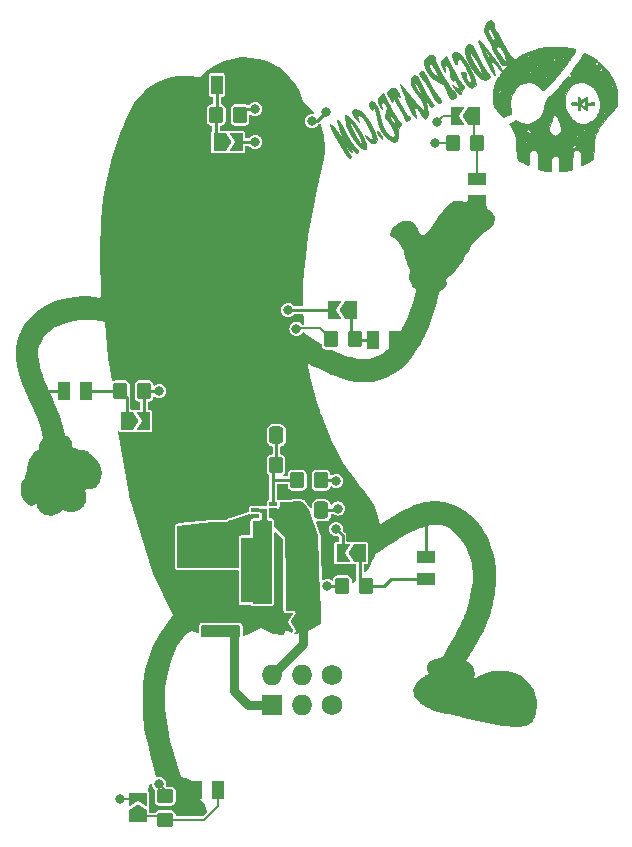
<source format=gbr>
%TF.GenerationSoftware,KiCad,Pcbnew,7.0.6*%
%TF.CreationDate,2023-07-13T14:25:20-05:00*%
%TF.ProjectId,SAO_AMAMW,53414f5f-414d-4414-9d57-2e6b69636164,rev?*%
%TF.SameCoordinates,Original*%
%TF.FileFunction,Copper,L2,Bot*%
%TF.FilePolarity,Positive*%
%FSLAX46Y46*%
G04 Gerber Fmt 4.6, Leading zero omitted, Abs format (unit mm)*
G04 Created by KiCad (PCBNEW 7.0.6) date 2023-07-13 14:25:20*
%MOMM*%
%LPD*%
G01*
G04 APERTURE LIST*
G04 Aperture macros list*
%AMRoundRect*
0 Rectangle with rounded corners*
0 $1 Rounding radius*
0 $2 $3 $4 $5 $6 $7 $8 $9 X,Y pos of 4 corners*
0 Add a 4 corners polygon primitive as box body*
4,1,4,$2,$3,$4,$5,$6,$7,$8,$9,$2,$3,0*
0 Add four circle primitives for the rounded corners*
1,1,$1+$1,$2,$3*
1,1,$1+$1,$4,$5*
1,1,$1+$1,$6,$7*
1,1,$1+$1,$8,$9*
0 Add four rect primitives between the rounded corners*
20,1,$1+$1,$2,$3,$4,$5,0*
20,1,$1+$1,$4,$5,$6,$7,0*
20,1,$1+$1,$6,$7,$8,$9,0*
20,1,$1+$1,$8,$9,$2,$3,0*%
%AMFreePoly0*
4,1,6,1.000000,0.000000,0.500000,-0.750000,-0.500000,-0.750000,-0.500000,0.750000,0.500000,0.750000,1.000000,0.000000,1.000000,0.000000,$1*%
%AMFreePoly1*
4,1,6,0.500000,-0.750000,-0.650000,-0.750000,-0.150000,0.000000,-0.650000,0.750000,0.500000,0.750000,0.500000,-0.750000,0.500000,-0.750000,$1*%
G04 Aperture macros list end*
%TA.AperFunction,EtchedComponent*%
%ADD10C,0.010000*%
%TD*%
%TA.AperFunction,ComponentPad*%
%ADD11O,1.727200X1.727200*%
%TD*%
%TA.AperFunction,ComponentPad*%
%ADD12R,1.727200X1.727200*%
%TD*%
%TA.AperFunction,ComponentPad*%
%ADD13C,1.727200*%
%TD*%
%TA.AperFunction,SMDPad,CuDef*%
%ADD14RoundRect,0.250000X-0.350000X-0.450000X0.350000X-0.450000X0.350000X0.450000X-0.350000X0.450000X0*%
%TD*%
%TA.AperFunction,SMDPad,CuDef*%
%ADD15R,1.000000X1.570000*%
%TD*%
%TA.AperFunction,SMDPad,CuDef*%
%ADD16RoundRect,0.250000X-0.337500X-0.475000X0.337500X-0.475000X0.337500X0.475000X-0.337500X0.475000X0*%
%TD*%
%TA.AperFunction,SMDPad,CuDef*%
%ADD17RoundRect,0.250000X0.350000X0.450000X-0.350000X0.450000X-0.350000X-0.450000X0.350000X-0.450000X0*%
%TD*%
%TA.AperFunction,SMDPad,CuDef*%
%ADD18FreePoly0,180.000000*%
%TD*%
%TA.AperFunction,SMDPad,CuDef*%
%ADD19FreePoly1,180.000000*%
%TD*%
%TA.AperFunction,SMDPad,CuDef*%
%ADD20R,1.570000X1.000000*%
%TD*%
%TA.AperFunction,SMDPad,CuDef*%
%ADD21RoundRect,0.250000X-0.475000X0.337500X-0.475000X-0.337500X0.475000X-0.337500X0.475000X0.337500X0*%
%TD*%
%TA.AperFunction,SMDPad,CuDef*%
%ADD22FreePoly0,90.000000*%
%TD*%
%TA.AperFunction,SMDPad,CuDef*%
%ADD23FreePoly1,90.000000*%
%TD*%
%TA.AperFunction,SMDPad,CuDef*%
%ADD24RoundRect,0.250000X0.450000X-0.350000X0.450000X0.350000X-0.450000X0.350000X-0.450000X-0.350000X0*%
%TD*%
%TA.AperFunction,SMDPad,CuDef*%
%ADD25FreePoly0,0.000000*%
%TD*%
%TA.AperFunction,SMDPad,CuDef*%
%ADD26FreePoly1,0.000000*%
%TD*%
%TA.AperFunction,SMDPad,CuDef*%
%ADD27R,2.540000X5.500000*%
%TD*%
%TA.AperFunction,SMDPad,CuDef*%
%ADD28R,0.700000X0.340000*%
%TD*%
%TA.AperFunction,ViaPad*%
%ADD29C,0.800000*%
%TD*%
%TA.AperFunction,Conductor*%
%ADD30C,0.250000*%
%TD*%
%TA.AperFunction,Conductor*%
%ADD31C,0.762000*%
%TD*%
%TA.AperFunction,Conductor*%
%ADD32C,0.175000*%
%TD*%
G04 APERTURE END LIST*
%TO.C,G\u002A\u002A\u002A*%
D10*
X146831079Y-69702810D02*
X147080813Y-70007543D01*
X147175459Y-70198053D01*
X147166754Y-70344911D01*
X146936780Y-70155550D01*
X146755526Y-69869330D01*
X146748548Y-69683397D01*
X146831079Y-69702810D01*
%TA.AperFunction,EtchedComponent*%
G36*
X146831079Y-69702810D02*
G01*
X147080813Y-70007543D01*
X147175459Y-70198053D01*
X147166754Y-70344911D01*
X146936780Y-70155550D01*
X146755526Y-69869330D01*
X146748548Y-69683397D01*
X146831079Y-69702810D01*
G37*
%TD.AperFunction*%
X150587937Y-64633373D02*
X150776490Y-64895283D01*
X151118684Y-65527769D01*
X151572196Y-66323863D01*
X151944123Y-66843553D01*
X152081969Y-67000405D01*
X152154991Y-67165626D01*
X152043990Y-67277836D01*
X151989705Y-67306281D01*
X151849577Y-67289927D01*
X151655829Y-67027844D01*
X151303965Y-66395430D01*
X151226151Y-66253941D01*
X150797235Y-65537067D01*
X150469698Y-65084743D01*
X150331895Y-64926265D01*
X150268019Y-64765292D01*
X150384283Y-64651365D01*
X150448589Y-64617410D01*
X150587937Y-64633373D01*
%TA.AperFunction,EtchedComponent*%
G36*
X150587937Y-64633373D02*
G01*
X150776490Y-64895283D01*
X151118684Y-65527769D01*
X151572196Y-66323863D01*
X151944123Y-66843553D01*
X152081969Y-67000405D01*
X152154991Y-67165626D01*
X152043990Y-67277836D01*
X151989705Y-67306281D01*
X151849577Y-67289927D01*
X151655829Y-67027844D01*
X151303965Y-66395430D01*
X151226151Y-66253941D01*
X150797235Y-65537067D01*
X150469698Y-65084743D01*
X150331895Y-64926265D01*
X150268019Y-64765292D01*
X150384283Y-64651365D01*
X150448589Y-64617410D01*
X150587937Y-64633373D01*
G37*
%TD.AperFunction*%
X144259000Y-68455961D02*
X144652478Y-68826534D01*
X144962679Y-69199138D01*
X145119837Y-69451051D01*
X145436620Y-69958833D01*
X145781427Y-70812058D01*
X145808547Y-70908722D01*
X145792781Y-71226305D01*
X145542221Y-71192738D01*
X145123705Y-70842251D01*
X144604072Y-70209075D01*
X144358840Y-69769306D01*
X144119259Y-69155524D01*
X144066485Y-68948169D01*
X144354186Y-68948169D01*
X144401043Y-69201141D01*
X144738146Y-69839299D01*
X145011800Y-70280364D01*
X145308135Y-70665643D01*
X145439899Y-70722651D01*
X145336302Y-70386616D01*
X145240832Y-70184013D01*
X144899008Y-69578546D01*
X144564069Y-69104885D01*
X144359127Y-68944696D01*
X144354186Y-68948169D01*
X144066485Y-68948169D01*
X143980425Y-68610029D01*
X144006349Y-68333666D01*
X144013001Y-68330801D01*
X144259000Y-68455961D01*
%TA.AperFunction,EtchedComponent*%
G36*
X144259000Y-68455961D02*
G01*
X144652478Y-68826534D01*
X144962679Y-69199138D01*
X145119837Y-69451051D01*
X145436620Y-69958833D01*
X145781427Y-70812058D01*
X145808547Y-70908722D01*
X145792781Y-71226305D01*
X145542221Y-71192738D01*
X145123705Y-70842251D01*
X144604072Y-70209075D01*
X144358840Y-69769306D01*
X144119259Y-69155524D01*
X144066485Y-68948169D01*
X144354186Y-68948169D01*
X144401043Y-69201141D01*
X144738146Y-69839299D01*
X145011800Y-70280364D01*
X145308135Y-70665643D01*
X145439899Y-70722651D01*
X145336302Y-70386616D01*
X145240832Y-70184013D01*
X144899008Y-69578546D01*
X144564069Y-69104885D01*
X144359127Y-68944696D01*
X144354186Y-68948169D01*
X144066485Y-68948169D01*
X143980425Y-68610029D01*
X144006349Y-68333666D01*
X144013001Y-68330801D01*
X144259000Y-68455961D01*
G37*
%TD.AperFunction*%
X145147074Y-67892942D02*
X145420252Y-68056680D01*
X145768818Y-68463831D01*
X146209262Y-69135349D01*
X146571007Y-69822897D01*
X146736675Y-70324290D01*
X146737647Y-70339568D01*
X146671300Y-70583028D01*
X146489203Y-70727773D01*
X146430044Y-70740312D01*
X146179828Y-70663878D01*
X145906599Y-70332437D01*
X145732560Y-70058363D01*
X145722004Y-69983077D01*
X145984507Y-70213843D01*
X146164383Y-70355030D01*
X146365489Y-70348837D01*
X146328655Y-70001209D01*
X146077658Y-69415772D01*
X145636276Y-68696156D01*
X145454323Y-68480817D01*
X145197339Y-68326676D01*
X145062741Y-68417118D01*
X145128959Y-68744644D01*
X145185514Y-68930763D01*
X144996116Y-68755430D01*
X144844591Y-68563932D01*
X144643069Y-68226027D01*
X144622326Y-68142600D01*
X144682924Y-67950106D01*
X144879569Y-67862153D01*
X145147074Y-67892942D01*
%TA.AperFunction,EtchedComponent*%
G36*
X145147074Y-67892942D02*
G01*
X145420252Y-68056680D01*
X145768818Y-68463831D01*
X146209262Y-69135349D01*
X146571007Y-69822897D01*
X146736675Y-70324290D01*
X146737647Y-70339568D01*
X146671300Y-70583028D01*
X146489203Y-70727773D01*
X146430044Y-70740312D01*
X146179828Y-70663878D01*
X145906599Y-70332437D01*
X145732560Y-70058363D01*
X145722004Y-69983077D01*
X145984507Y-70213843D01*
X146164383Y-70355030D01*
X146365489Y-70348837D01*
X146328655Y-70001209D01*
X146077658Y-69415772D01*
X145636276Y-68696156D01*
X145454323Y-68480817D01*
X145197339Y-68326676D01*
X145062741Y-68417118D01*
X145128959Y-68744644D01*
X145185514Y-68930763D01*
X144996116Y-68755430D01*
X144844591Y-68563932D01*
X144643069Y-68226027D01*
X144622326Y-68142600D01*
X144682924Y-67950106D01*
X144879569Y-67862153D01*
X145147074Y-67892942D01*
G37*
%TD.AperFunction*%
X148305192Y-66132118D02*
X148486723Y-66410151D01*
X148567128Y-66552063D01*
X148666098Y-66797580D01*
X148485388Y-66725339D01*
X148437430Y-66695779D01*
X148318142Y-66665285D01*
X148411760Y-66900705D01*
X148755928Y-67511428D01*
X148926716Y-67802231D01*
X149281862Y-68339282D01*
X149499821Y-68522074D01*
X149544966Y-68548478D01*
X149521766Y-68636150D01*
X149380545Y-68752046D01*
X149279825Y-68804746D01*
X149139738Y-68832126D01*
X149091192Y-68766809D01*
X149084670Y-68718109D01*
X148900132Y-68282580D01*
X148525036Y-67587761D01*
X148222848Y-67075653D01*
X148034732Y-66807120D01*
X148030973Y-66922518D01*
X148081001Y-67180812D01*
X148002059Y-67245862D01*
X147725610Y-66838115D01*
X147630632Y-66664293D01*
X147554367Y-66435820D01*
X147615224Y-66278372D01*
X147821462Y-66131010D01*
X147962799Y-66056906D01*
X148149745Y-66022424D01*
X148305192Y-66132118D01*
%TA.AperFunction,EtchedComponent*%
G36*
X148305192Y-66132118D02*
G01*
X148486723Y-66410151D01*
X148567128Y-66552063D01*
X148666098Y-66797580D01*
X148485388Y-66725339D01*
X148437430Y-66695779D01*
X148318142Y-66665285D01*
X148411760Y-66900705D01*
X148755928Y-67511428D01*
X148926716Y-67802231D01*
X149281862Y-68339282D01*
X149499821Y-68522074D01*
X149544966Y-68548478D01*
X149521766Y-68636150D01*
X149380545Y-68752046D01*
X149279825Y-68804746D01*
X149139738Y-68832126D01*
X149091192Y-68766809D01*
X149084670Y-68718109D01*
X148900132Y-68282580D01*
X148525036Y-67587761D01*
X148222848Y-67075653D01*
X148034732Y-66807120D01*
X148030973Y-66922518D01*
X148081001Y-67180812D01*
X148002059Y-67245862D01*
X147725610Y-66838115D01*
X147630632Y-66664293D01*
X147554367Y-66435820D01*
X147615224Y-66278372D01*
X147821462Y-66131010D01*
X147962799Y-66056906D01*
X148149745Y-66022424D01*
X148305192Y-66132118D01*
G37*
%TD.AperFunction*%
X154753247Y-62440961D02*
X154932214Y-62756549D01*
X155058046Y-63064005D01*
X155239215Y-63411802D01*
X155504060Y-63920234D01*
X156003798Y-64666232D01*
X156099375Y-64788039D01*
X156247547Y-65019656D01*
X156232949Y-65159353D01*
X156062882Y-65283410D01*
X155961051Y-65326029D01*
X155556909Y-65258062D01*
X155101378Y-64868832D01*
X154623482Y-64180579D01*
X154611294Y-64159411D01*
X154259789Y-63449463D01*
X154161281Y-63001720D01*
X154499044Y-63001720D01*
X154571346Y-63317075D01*
X154923539Y-63985917D01*
X154985528Y-64091503D01*
X155352873Y-64638577D01*
X155590034Y-64876130D01*
X155635856Y-64768560D01*
X155429181Y-64280268D01*
X155019117Y-63538876D01*
X154679710Y-63059512D01*
X154502750Y-62992661D01*
X154499044Y-63001720D01*
X154161281Y-63001720D01*
X154145081Y-62928086D01*
X154251482Y-62525480D01*
X154330901Y-62417300D01*
X154540252Y-62323616D01*
X154753247Y-62440961D01*
%TA.AperFunction,EtchedComponent*%
G36*
X154753247Y-62440961D02*
G01*
X154932214Y-62756549D01*
X155058046Y-63064005D01*
X155239215Y-63411802D01*
X155504060Y-63920234D01*
X156003798Y-64666232D01*
X156099375Y-64788039D01*
X156247547Y-65019656D01*
X156232949Y-65159353D01*
X156062882Y-65283410D01*
X155961051Y-65326029D01*
X155556909Y-65258062D01*
X155101378Y-64868832D01*
X154623482Y-64180579D01*
X154611294Y-64159411D01*
X154259789Y-63449463D01*
X154161281Y-63001720D01*
X154499044Y-63001720D01*
X154571346Y-63317075D01*
X154923539Y-63985917D01*
X154985528Y-64091503D01*
X155352873Y-64638577D01*
X155590034Y-64876130D01*
X155635856Y-64768560D01*
X155429181Y-64280268D01*
X155019117Y-63538876D01*
X154679710Y-63059512D01*
X154502750Y-62992661D01*
X154499044Y-63001720D01*
X154161281Y-63001720D01*
X154145081Y-62928086D01*
X154251482Y-62525480D01*
X154330901Y-62417300D01*
X154540252Y-62323616D01*
X154753247Y-62440961D01*
G37*
%TD.AperFunction*%
X155512891Y-62174274D02*
X155513373Y-62174746D01*
X155887994Y-62596723D01*
X156291335Y-63101233D01*
X156390216Y-63224917D01*
X156873923Y-63870553D01*
X157192994Y-64344855D01*
X157235428Y-64422857D01*
X157273190Y-64600060D01*
X157114410Y-64504104D01*
X156848345Y-64178158D01*
X156640682Y-63920310D01*
X156405340Y-63782163D01*
X156377532Y-63920524D01*
X156519095Y-64368251D01*
X156647799Y-64677081D01*
X156697630Y-64916938D01*
X156660037Y-64923964D01*
X156465832Y-64729485D01*
X156163170Y-64164080D01*
X155731797Y-63191570D01*
X155619874Y-62923184D01*
X155867361Y-62923184D01*
X155978877Y-63194443D01*
X156051468Y-63317067D01*
X156226452Y-63545158D01*
X156167688Y-63290126D01*
X156126148Y-63196604D01*
X155917379Y-62926585D01*
X155867361Y-62923184D01*
X155619874Y-62923184D01*
X155432683Y-62474312D01*
X155291849Y-62082330D01*
X155324635Y-62010435D01*
X155512891Y-62174274D01*
%TA.AperFunction,EtchedComponent*%
G36*
X155512891Y-62174274D02*
G01*
X155513373Y-62174746D01*
X155887994Y-62596723D01*
X156291335Y-63101233D01*
X156390216Y-63224917D01*
X156873923Y-63870553D01*
X157192994Y-64344855D01*
X157235428Y-64422857D01*
X157273190Y-64600060D01*
X157114410Y-64504104D01*
X156848345Y-64178158D01*
X156640682Y-63920310D01*
X156405340Y-63782163D01*
X156377532Y-63920524D01*
X156519095Y-64368251D01*
X156647799Y-64677081D01*
X156697630Y-64916938D01*
X156660037Y-64923964D01*
X156465832Y-64729485D01*
X156163170Y-64164080D01*
X155731797Y-63191570D01*
X155619874Y-62923184D01*
X155867361Y-62923184D01*
X155978877Y-63194443D01*
X156051468Y-63317067D01*
X156226452Y-63545158D01*
X156167688Y-63290126D01*
X156126148Y-63196604D01*
X155917379Y-62926585D01*
X155867361Y-62923184D01*
X155619874Y-62923184D01*
X155432683Y-62474312D01*
X155291849Y-62082330D01*
X155324635Y-62010435D01*
X155512891Y-62174274D01*
G37*
%TD.AperFunction*%
X153626576Y-63096712D02*
X153710379Y-63158229D01*
X154149155Y-63656088D01*
X154603507Y-64380180D01*
X154952737Y-65144155D01*
X155053384Y-65471600D01*
X155059331Y-65780843D01*
X154883004Y-65964613D01*
X154838067Y-65989524D01*
X154639937Y-66038084D01*
X154451665Y-65902246D01*
X154185482Y-65526936D01*
X153885812Y-64990479D01*
X153823617Y-64658992D01*
X154055650Y-64665501D01*
X154134084Y-64706711D01*
X154249274Y-64806231D01*
X154222205Y-64953984D01*
X154210097Y-65108500D01*
X154325609Y-65400303D01*
X154548155Y-65597922D01*
X154549409Y-65598422D01*
X154697558Y-65490428D01*
X154591294Y-65028876D01*
X154261107Y-64346678D01*
X154211530Y-64262056D01*
X153800666Y-63676610D01*
X153537918Y-63516117D01*
X153475172Y-63815634D01*
X153470680Y-64052144D01*
X153348356Y-64015395D01*
X153115382Y-63577442D01*
X153052235Y-63332254D01*
X153121283Y-63091452D01*
X153327990Y-62998587D01*
X153626576Y-63096712D01*
%TA.AperFunction,EtchedComponent*%
G36*
X153626576Y-63096712D02*
G01*
X153710379Y-63158229D01*
X154149155Y-63656088D01*
X154603507Y-64380180D01*
X154952737Y-65144155D01*
X155053384Y-65471600D01*
X155059331Y-65780843D01*
X154883004Y-65964613D01*
X154838067Y-65989524D01*
X154639937Y-66038084D01*
X154451665Y-65902246D01*
X154185482Y-65526936D01*
X153885812Y-64990479D01*
X153823617Y-64658992D01*
X154055650Y-64665501D01*
X154134084Y-64706711D01*
X154249274Y-64806231D01*
X154222205Y-64953984D01*
X154210097Y-65108500D01*
X154325609Y-65400303D01*
X154548155Y-65597922D01*
X154549409Y-65598422D01*
X154697558Y-65490428D01*
X154591294Y-65028876D01*
X154261107Y-64346678D01*
X154211530Y-64262056D01*
X153800666Y-63676610D01*
X153537918Y-63516117D01*
X153475172Y-63815634D01*
X153470680Y-64052144D01*
X153348356Y-64015395D01*
X153115382Y-63577442D01*
X153052235Y-63332254D01*
X153121283Y-63091452D01*
X153327990Y-62998587D01*
X153626576Y-63096712D01*
G37*
%TD.AperFunction*%
X153244705Y-64613346D02*
X153611653Y-65275208D01*
X153895042Y-65726896D01*
X154038520Y-65846656D01*
X154063570Y-65854359D01*
X154060965Y-65962749D01*
X153979316Y-66160475D01*
X153940119Y-66237214D01*
X153847019Y-66436000D01*
X153813876Y-66535629D01*
X153816118Y-66554785D01*
X153696838Y-66542194D01*
X153442136Y-66317929D01*
X153208774Y-66016482D01*
X153083001Y-65762833D01*
X153235804Y-65872801D01*
X153309079Y-65939299D01*
X153554837Y-66058254D01*
X153635578Y-65922712D01*
X153506969Y-65580471D01*
X153337214Y-65343816D01*
X153215165Y-65392553D01*
X153142218Y-65467019D01*
X152953031Y-65256022D01*
X152863241Y-65040450D01*
X152892056Y-64832912D01*
X152932943Y-64718578D01*
X152817871Y-64386919D01*
X152759177Y-64293678D01*
X152550041Y-64101808D01*
X152426099Y-64184305D01*
X152445966Y-64520168D01*
X152459489Y-64577217D01*
X152459347Y-64701998D01*
X152275447Y-64374206D01*
X152146697Y-64072492D01*
X152140201Y-63824393D01*
X152291643Y-63615656D01*
X152565586Y-63360060D01*
X153244705Y-64613346D01*
%TA.AperFunction,EtchedComponent*%
G36*
X153244705Y-64613346D02*
G01*
X153611653Y-65275208D01*
X153895042Y-65726896D01*
X154038520Y-65846656D01*
X154063570Y-65854359D01*
X154060965Y-65962749D01*
X153979316Y-66160475D01*
X153940119Y-66237214D01*
X153847019Y-66436000D01*
X153813876Y-66535629D01*
X153816118Y-66554785D01*
X153696838Y-66542194D01*
X153442136Y-66317929D01*
X153208774Y-66016482D01*
X153083001Y-65762833D01*
X153235804Y-65872801D01*
X153309079Y-65939299D01*
X153554837Y-66058254D01*
X153635578Y-65922712D01*
X153506969Y-65580471D01*
X153337214Y-65343816D01*
X153215165Y-65392553D01*
X153142218Y-65467019D01*
X152953031Y-65256022D01*
X152863241Y-65040450D01*
X152892056Y-64832912D01*
X152932943Y-64718578D01*
X152817871Y-64386919D01*
X152759177Y-64293678D01*
X152550041Y-64101808D01*
X152426099Y-64184305D01*
X152445966Y-64520168D01*
X152459489Y-64577217D01*
X152459347Y-64701998D01*
X152275447Y-64374206D01*
X152146697Y-64072492D01*
X152140201Y-63824393D01*
X152291643Y-63615656D01*
X152565586Y-63360060D01*
X153244705Y-64613346D01*
G37*
%TD.AperFunction*%
X143447996Y-68771836D02*
X143642408Y-69058468D01*
X144015520Y-69735829D01*
X144118377Y-69925600D01*
X144529992Y-70630963D01*
X144778988Y-70960229D01*
X144846808Y-71016871D01*
X145084829Y-71312898D01*
X145122195Y-71458404D01*
X145013606Y-71546723D01*
X144860816Y-71498095D01*
X144701443Y-71321642D01*
X144614179Y-71135935D01*
X144374648Y-70622057D01*
X144208090Y-70284300D01*
X144050408Y-70045439D01*
X144067399Y-70202163D01*
X144281053Y-70729279D01*
X144417621Y-71036622D01*
X144584523Y-71489850D01*
X144477058Y-71465634D01*
X144085152Y-70976698D01*
X143616302Y-70351212D01*
X144106348Y-71127401D01*
X144370987Y-71559693D01*
X144508540Y-71867583D01*
X144443474Y-71991944D01*
X144367312Y-72011208D01*
X144223271Y-71894759D01*
X143966939Y-71507730D01*
X143516453Y-70739514D01*
X143160853Y-70101552D01*
X142827860Y-69411631D01*
X142774809Y-69133199D01*
X143001924Y-69292330D01*
X143509425Y-69915097D01*
X143931254Y-70477262D01*
X143611069Y-69697457D01*
X143601170Y-69673200D01*
X143402220Y-69095901D01*
X143358440Y-68776648D01*
X143360906Y-68771739D01*
X143447996Y-68771836D01*
%TA.AperFunction,EtchedComponent*%
G36*
X143447996Y-68771836D02*
G01*
X143642408Y-69058468D01*
X144015520Y-69735829D01*
X144118377Y-69925600D01*
X144529992Y-70630963D01*
X144778988Y-70960229D01*
X144846808Y-71016871D01*
X145084829Y-71312898D01*
X145122195Y-71458404D01*
X145013606Y-71546723D01*
X144860816Y-71498095D01*
X144701443Y-71321642D01*
X144614179Y-71135935D01*
X144374648Y-70622057D01*
X144208090Y-70284300D01*
X144050408Y-70045439D01*
X144067399Y-70202163D01*
X144281053Y-70729279D01*
X144417621Y-71036622D01*
X144584523Y-71489850D01*
X144477058Y-71465634D01*
X144085152Y-70976698D01*
X143616302Y-70351212D01*
X144106348Y-71127401D01*
X144370987Y-71559693D01*
X144508540Y-71867583D01*
X144443474Y-71991944D01*
X144367312Y-72011208D01*
X144223271Y-71894759D01*
X143966939Y-71507730D01*
X143516453Y-70739514D01*
X143160853Y-70101552D01*
X142827860Y-69411631D01*
X142774809Y-69133199D01*
X143001924Y-69292330D01*
X143509425Y-69915097D01*
X143931254Y-70477262D01*
X143611069Y-69697457D01*
X143601170Y-69673200D01*
X143402220Y-69095901D01*
X143358440Y-68776648D01*
X143360906Y-68771739D01*
X143447996Y-68771836D01*
G37*
%TD.AperFunction*%
X151560575Y-63320468D02*
X151613857Y-63439620D01*
X151598575Y-63624411D01*
X151590640Y-63736281D01*
X151771109Y-64136178D01*
X152038634Y-64615066D01*
X152205448Y-64913671D01*
X152444636Y-65321516D01*
X152862691Y-65974089D01*
X153099768Y-66224552D01*
X153201152Y-66288365D01*
X153410116Y-66523968D01*
X153435465Y-66637700D01*
X153365364Y-66799302D01*
X153215503Y-66925368D01*
X153036560Y-66978117D01*
X152879210Y-66919767D01*
X152781448Y-66763218D01*
X152643527Y-66377802D01*
X152494994Y-65962828D01*
X152271117Y-65684515D01*
X151954008Y-65547338D01*
X151759554Y-65478808D01*
X151354858Y-65181648D01*
X151002603Y-64746934D01*
X150764508Y-64260438D01*
X150725428Y-63976180D01*
X151119527Y-63976180D01*
X151137711Y-64237364D01*
X151345974Y-64665441D01*
X151347703Y-64668091D01*
X151596591Y-64952382D01*
X151812350Y-65066538D01*
X151915653Y-64998736D01*
X151827170Y-64737155D01*
X151723202Y-64571449D01*
X151382212Y-64109194D01*
X151283302Y-64006517D01*
X151119527Y-63976180D01*
X150725428Y-63976180D01*
X150702297Y-63807928D01*
X150712968Y-63746569D01*
X150821856Y-63513930D01*
X151003561Y-63330862D01*
X151215584Y-63221503D01*
X151415422Y-63209992D01*
X151560575Y-63320468D01*
%TA.AperFunction,EtchedComponent*%
G36*
X151560575Y-63320468D02*
G01*
X151613857Y-63439620D01*
X151598575Y-63624411D01*
X151590640Y-63736281D01*
X151771109Y-64136178D01*
X152038634Y-64615066D01*
X152205448Y-64913671D01*
X152444636Y-65321516D01*
X152862691Y-65974089D01*
X153099768Y-66224552D01*
X153201152Y-66288365D01*
X153410116Y-66523968D01*
X153435465Y-66637700D01*
X153365364Y-66799302D01*
X153215503Y-66925368D01*
X153036560Y-66978117D01*
X152879210Y-66919767D01*
X152781448Y-66763218D01*
X152643527Y-66377802D01*
X152494994Y-65962828D01*
X152271117Y-65684515D01*
X151954008Y-65547338D01*
X151759554Y-65478808D01*
X151354858Y-65181648D01*
X151002603Y-64746934D01*
X150764508Y-64260438D01*
X150725428Y-63976180D01*
X151119527Y-63976180D01*
X151137711Y-64237364D01*
X151345974Y-64665441D01*
X151347703Y-64668091D01*
X151596591Y-64952382D01*
X151812350Y-65066538D01*
X151915653Y-64998736D01*
X151827170Y-64737155D01*
X151723202Y-64571449D01*
X151382212Y-64109194D01*
X151283302Y-64006517D01*
X151119527Y-63976180D01*
X150725428Y-63976180D01*
X150702297Y-63807928D01*
X150712968Y-63746569D01*
X150821856Y-63513930D01*
X151003561Y-63330862D01*
X151215584Y-63221503D01*
X151415422Y-63209992D01*
X151560575Y-63320468D01*
G37*
%TD.AperFunction*%
X156521187Y-60415466D02*
X156616792Y-60557140D01*
X156620707Y-60724881D01*
X156615115Y-60728769D01*
X156626175Y-60889941D01*
X156808345Y-61268313D01*
X156834721Y-61323095D01*
X157289650Y-62131018D01*
X157615182Y-62680703D01*
X157649691Y-62734855D01*
X157969271Y-63236342D01*
X158134502Y-63435595D01*
X158154584Y-63432731D01*
X158335450Y-63624897D01*
X158340589Y-63634815D01*
X158322649Y-63766680D01*
X158184503Y-63901572D01*
X157970491Y-64019795D01*
X157724953Y-64101651D01*
X157492229Y-64127442D01*
X157316658Y-64077472D01*
X157227875Y-63988625D01*
X156922677Y-63548154D01*
X156616706Y-63004537D01*
X156470238Y-62634625D01*
X156815445Y-62634625D01*
X156877591Y-62919989D01*
X157188264Y-63372989D01*
X157392097Y-63610143D01*
X157558669Y-63742325D01*
X157595351Y-63655204D01*
X157552601Y-63304495D01*
X157374364Y-62893815D01*
X157138996Y-62576173D01*
X156924848Y-62504578D01*
X156815445Y-62634625D01*
X156470238Y-62634625D01*
X156466496Y-62625175D01*
X156410825Y-62462873D01*
X156160402Y-62026666D01*
X155992631Y-61738895D01*
X155798465Y-61237086D01*
X155787017Y-61139441D01*
X155805618Y-61020097D01*
X156125407Y-61020097D01*
X156128024Y-61277215D01*
X156243352Y-61649525D01*
X156412891Y-61933965D01*
X156417928Y-61938844D01*
X156641863Y-62044499D01*
X156683781Y-61841008D01*
X156520798Y-61434328D01*
X156338285Y-61159536D01*
X156143883Y-61000176D01*
X156125407Y-61020097D01*
X155805618Y-61020097D01*
X155832150Y-60849864D01*
X155965649Y-60590030D01*
X156149997Y-60402586D01*
X156347681Y-60330182D01*
X156521187Y-60415466D01*
%TA.AperFunction,EtchedComponent*%
G36*
X156521187Y-60415466D02*
G01*
X156616792Y-60557140D01*
X156620707Y-60724881D01*
X156615115Y-60728769D01*
X156626175Y-60889941D01*
X156808345Y-61268313D01*
X156834721Y-61323095D01*
X157289650Y-62131018D01*
X157615182Y-62680703D01*
X157649691Y-62734855D01*
X157969271Y-63236342D01*
X158134502Y-63435595D01*
X158154584Y-63432731D01*
X158335450Y-63624897D01*
X158340589Y-63634815D01*
X158322649Y-63766680D01*
X158184503Y-63901572D01*
X157970491Y-64019795D01*
X157724953Y-64101651D01*
X157492229Y-64127442D01*
X157316658Y-64077472D01*
X157227875Y-63988625D01*
X156922677Y-63548154D01*
X156616706Y-63004537D01*
X156470238Y-62634625D01*
X156815445Y-62634625D01*
X156877591Y-62919989D01*
X157188264Y-63372989D01*
X157392097Y-63610143D01*
X157558669Y-63742325D01*
X157595351Y-63655204D01*
X157552601Y-63304495D01*
X157374364Y-62893815D01*
X157138996Y-62576173D01*
X156924848Y-62504578D01*
X156815445Y-62634625D01*
X156470238Y-62634625D01*
X156466496Y-62625175D01*
X156410825Y-62462873D01*
X156160402Y-62026666D01*
X155992631Y-61738895D01*
X155798465Y-61237086D01*
X155787017Y-61139441D01*
X155805618Y-61020097D01*
X156125407Y-61020097D01*
X156128024Y-61277215D01*
X156243352Y-61649525D01*
X156412891Y-61933965D01*
X156417928Y-61938844D01*
X156641863Y-62044499D01*
X156683781Y-61841008D01*
X156520798Y-61434328D01*
X156338285Y-61159536D01*
X156143883Y-61000176D01*
X156125407Y-61020097D01*
X155805618Y-61020097D01*
X155832150Y-60849864D01*
X155965649Y-60590030D01*
X156149997Y-60402586D01*
X156347681Y-60330182D01*
X156521187Y-60415466D01*
G37*
%TD.AperFunction*%
X147827533Y-67611376D02*
X148025471Y-67975224D01*
X148395512Y-68596738D01*
X148417520Y-68633704D01*
X148668151Y-68929702D01*
X148716721Y-68968962D01*
X148781021Y-69100448D01*
X148666682Y-69222735D01*
X148631700Y-69252284D01*
X148509657Y-69550053D01*
X148476234Y-70004120D01*
X148409130Y-70490907D01*
X148104775Y-70616877D01*
X147581371Y-70275793D01*
X147507289Y-70204092D01*
X147087330Y-69660650D01*
X146792022Y-69046714D01*
X146682732Y-68484608D01*
X146655578Y-68177335D01*
X146559003Y-67847915D01*
X146440119Y-67690217D01*
X146349775Y-67807631D01*
X146276673Y-67920432D01*
X146138456Y-67707185D01*
X146065828Y-67488729D01*
X146091964Y-67224373D01*
X146264132Y-67150854D01*
X146528016Y-67321894D01*
X146586495Y-67384740D01*
X146738249Y-67573654D01*
X146838940Y-67799067D01*
X146925620Y-68168021D01*
X147035337Y-68787553D01*
X147150073Y-69216876D01*
X147417680Y-69710092D01*
X147447874Y-69750157D01*
X147786588Y-70069818D01*
X148084244Y-70171593D01*
X148230030Y-70014023D01*
X148187375Y-69811087D01*
X147960828Y-69319626D01*
X147658068Y-68822702D01*
X147413655Y-68559979D01*
X147377470Y-68525489D01*
X147375491Y-68471599D01*
X147813055Y-68471599D01*
X147927081Y-68738191D01*
X148180777Y-69020682D01*
X148287868Y-69015759D01*
X148173406Y-68724970D01*
X148049451Y-68542941D01*
X147841141Y-68400824D01*
X147813055Y-68471599D01*
X147375491Y-68471599D01*
X147371845Y-68372319D01*
X147454604Y-68154655D01*
X147482922Y-68095985D01*
X147538440Y-67775349D01*
X147443688Y-67461061D01*
X147384682Y-67368164D01*
X147183804Y-67193390D01*
X147064464Y-67284185D01*
X147084186Y-67615793D01*
X147097709Y-67672842D01*
X147097567Y-67797623D01*
X146913668Y-67469831D01*
X146784111Y-67165266D01*
X146779131Y-66918611D01*
X146931430Y-66710045D01*
X147206941Y-66453213D01*
X147827533Y-67611376D01*
%TA.AperFunction,EtchedComponent*%
G36*
X147827533Y-67611376D02*
G01*
X148025471Y-67975224D01*
X148395512Y-68596738D01*
X148417520Y-68633704D01*
X148668151Y-68929702D01*
X148716721Y-68968962D01*
X148781021Y-69100448D01*
X148666682Y-69222735D01*
X148631700Y-69252284D01*
X148509657Y-69550053D01*
X148476234Y-70004120D01*
X148409130Y-70490907D01*
X148104775Y-70616877D01*
X147581371Y-70275793D01*
X147507289Y-70204092D01*
X147087330Y-69660650D01*
X146792022Y-69046714D01*
X146682732Y-68484608D01*
X146655578Y-68177335D01*
X146559003Y-67847915D01*
X146440119Y-67690217D01*
X146349775Y-67807631D01*
X146276673Y-67920432D01*
X146138456Y-67707185D01*
X146065828Y-67488729D01*
X146091964Y-67224373D01*
X146264132Y-67150854D01*
X146528016Y-67321894D01*
X146586495Y-67384740D01*
X146738249Y-67573654D01*
X146838940Y-67799067D01*
X146925620Y-68168021D01*
X147035337Y-68787553D01*
X147150073Y-69216876D01*
X147417680Y-69710092D01*
X147447874Y-69750157D01*
X147786588Y-70069818D01*
X148084244Y-70171593D01*
X148230030Y-70014023D01*
X148187375Y-69811087D01*
X147960828Y-69319626D01*
X147658068Y-68822702D01*
X147413655Y-68559979D01*
X147377470Y-68525489D01*
X147375491Y-68471599D01*
X147813055Y-68471599D01*
X147927081Y-68738191D01*
X148180777Y-69020682D01*
X148287868Y-69015759D01*
X148173406Y-68724970D01*
X148049451Y-68542941D01*
X147841141Y-68400824D01*
X147813055Y-68471599D01*
X147375491Y-68471599D01*
X147371845Y-68372319D01*
X147454604Y-68154655D01*
X147482922Y-68095985D01*
X147538440Y-67775349D01*
X147443688Y-67461061D01*
X147384682Y-67368164D01*
X147183804Y-67193390D01*
X147064464Y-67284185D01*
X147084186Y-67615793D01*
X147097709Y-67672842D01*
X147097567Y-67797623D01*
X146913668Y-67469831D01*
X146784111Y-67165266D01*
X146779131Y-66918611D01*
X146931430Y-66710045D01*
X147206941Y-66453213D01*
X147827533Y-67611376D01*
G37*
%TD.AperFunction*%
X150162278Y-65105421D02*
X150227681Y-65193896D01*
X150273076Y-65367335D01*
X150321035Y-65553139D01*
X150504121Y-65912862D01*
X150567423Y-66037235D01*
X150913153Y-66631126D01*
X151248252Y-67147137D01*
X151462748Y-67397590D01*
X151530507Y-67473384D01*
X151476323Y-67579851D01*
X151337620Y-67654030D01*
X151177646Y-67592172D01*
X151003406Y-67308324D01*
X150990984Y-67283332D01*
X150840356Y-67032701D01*
X150830363Y-67179308D01*
X150959157Y-67741224D01*
X151038605Y-68214821D01*
X150905320Y-68587012D01*
X150767398Y-68637058D01*
X150593521Y-68535179D01*
X150361288Y-68167874D01*
X150315193Y-68086382D01*
X150066052Y-67734941D01*
X149880166Y-67712415D01*
X149809499Y-67848888D01*
X149919981Y-68178251D01*
X149924731Y-68186531D01*
X150048791Y-68504734D01*
X149996499Y-68606529D01*
X149810221Y-68404563D01*
X149758311Y-68315586D01*
X149505514Y-67806701D01*
X149203036Y-67129297D01*
X148978340Y-66588473D01*
X149286891Y-66588473D01*
X149295097Y-66643774D01*
X149431974Y-66993532D01*
X149529399Y-67187233D01*
X149670658Y-67344552D01*
X149677421Y-67285578D01*
X149525573Y-66939492D01*
X149426151Y-66774181D01*
X149286891Y-66588473D01*
X148978340Y-66588473D01*
X148919943Y-66447916D01*
X148725301Y-65927103D01*
X148688176Y-65731399D01*
X148812101Y-65842664D01*
X149182107Y-66258367D01*
X149673764Y-66853934D01*
X149686168Y-66868961D01*
X150056436Y-67317888D01*
X150449732Y-67757606D01*
X150625783Y-67901109D01*
X150686176Y-67821493D01*
X150713591Y-67630284D01*
X150587897Y-67290923D01*
X150403740Y-66955562D01*
X150041213Y-66446117D01*
X149947552Y-66331342D01*
X149706491Y-65962899D01*
X149631018Y-65682022D01*
X149863446Y-65682022D01*
X150035229Y-66047945D01*
X150136573Y-66195495D01*
X150387378Y-66470343D01*
X150458706Y-66416866D01*
X150288037Y-66037618D01*
X150093846Y-65744939D01*
X149885905Y-65590868D01*
X149863446Y-65682022D01*
X149631018Y-65682022D01*
X149601526Y-65572265D01*
X149616250Y-65248825D01*
X149748174Y-65032726D01*
X149947146Y-64970802D01*
X150162278Y-65105421D01*
%TA.AperFunction,EtchedComponent*%
G36*
X150162278Y-65105421D02*
G01*
X150227681Y-65193896D01*
X150273076Y-65367335D01*
X150321035Y-65553139D01*
X150504121Y-65912862D01*
X150567423Y-66037235D01*
X150913153Y-66631126D01*
X151248252Y-67147137D01*
X151462748Y-67397590D01*
X151530507Y-67473384D01*
X151476323Y-67579851D01*
X151337620Y-67654030D01*
X151177646Y-67592172D01*
X151003406Y-67308324D01*
X150990984Y-67283332D01*
X150840356Y-67032701D01*
X150830363Y-67179308D01*
X150959157Y-67741224D01*
X151038605Y-68214821D01*
X150905320Y-68587012D01*
X150767398Y-68637058D01*
X150593521Y-68535179D01*
X150361288Y-68167874D01*
X150315193Y-68086382D01*
X150066052Y-67734941D01*
X149880166Y-67712415D01*
X149809499Y-67848888D01*
X149919981Y-68178251D01*
X149924731Y-68186531D01*
X150048791Y-68504734D01*
X149996499Y-68606529D01*
X149810221Y-68404563D01*
X149758311Y-68315586D01*
X149505514Y-67806701D01*
X149203036Y-67129297D01*
X148978340Y-66588473D01*
X149286891Y-66588473D01*
X149295097Y-66643774D01*
X149431974Y-66993532D01*
X149529399Y-67187233D01*
X149670658Y-67344552D01*
X149677421Y-67285578D01*
X149525573Y-66939492D01*
X149426151Y-66774181D01*
X149286891Y-66588473D01*
X148978340Y-66588473D01*
X148919943Y-66447916D01*
X148725301Y-65927103D01*
X148688176Y-65731399D01*
X148812101Y-65842664D01*
X149182107Y-66258367D01*
X149673764Y-66853934D01*
X149686168Y-66868961D01*
X150056436Y-67317888D01*
X150449732Y-67757606D01*
X150625783Y-67901109D01*
X150686176Y-67821493D01*
X150713591Y-67630284D01*
X150587897Y-67290923D01*
X150403740Y-66955562D01*
X150041213Y-66446117D01*
X149947552Y-66331342D01*
X149706491Y-65962899D01*
X149631018Y-65682022D01*
X149863446Y-65682022D01*
X150035229Y-66047945D01*
X150136573Y-66195495D01*
X150387378Y-66470343D01*
X150458706Y-66416866D01*
X150288037Y-66037618D01*
X150093846Y-65744939D01*
X149885905Y-65590868D01*
X149863446Y-65682022D01*
X149631018Y-65682022D01*
X149601526Y-65572265D01*
X149616250Y-65248825D01*
X149748174Y-65032726D01*
X149947146Y-64970802D01*
X150162278Y-65105421D01*
G37*
%TD.AperFunction*%
X165113981Y-67372985D02*
X165115909Y-67424776D01*
X165097743Y-67455400D01*
X165044975Y-67469555D01*
X164943101Y-67471937D01*
X164777615Y-67467244D01*
X164533384Y-67459191D01*
X164533384Y-67671160D01*
X164531317Y-67755765D01*
X164521860Y-67858395D01*
X164507333Y-67909180D01*
X164491106Y-67922771D01*
X164456922Y-67930274D01*
X164404274Y-67910025D01*
X164318735Y-67855303D01*
X164185881Y-67759385D01*
X164163460Y-67742942D01*
X164050353Y-67662023D01*
X163966117Y-67605069D01*
X163927582Y-67583539D01*
X163925910Y-67584016D01*
X163913315Y-67625188D01*
X163908154Y-67712492D01*
X163908141Y-67715550D01*
X163894292Y-67818428D01*
X163862191Y-67887409D01*
X163812750Y-67914846D01*
X163761100Y-67885865D01*
X163725826Y-67795492D01*
X163712769Y-67652897D01*
X163712769Y-67458286D01*
X163453507Y-67472066D01*
X163381707Y-67475218D01*
X163261440Y-67473472D01*
X163191497Y-67456391D01*
X163152927Y-67420737D01*
X163132698Y-67369981D01*
X163134602Y-67365057D01*
X163977519Y-67365057D01*
X164089375Y-67456691D01*
X164198484Y-67543780D01*
X164277337Y-67591949D01*
X164318956Y-67581491D01*
X164335218Y-67508153D01*
X164338000Y-67367684D01*
X164337415Y-67252622D01*
X164327778Y-67166450D01*
X164295549Y-67144029D01*
X164227129Y-67179342D01*
X164108913Y-67266375D01*
X163977519Y-67365057D01*
X163134602Y-67365057D01*
X163161497Y-67295516D01*
X163170623Y-67285665D01*
X163223058Y-67257686D01*
X163312964Y-67249478D01*
X163459964Y-67258617D01*
X163708544Y-67281830D01*
X163720426Y-67051684D01*
X163726083Y-66963724D01*
X163739994Y-66872859D01*
X163765798Y-66831400D01*
X163810461Y-66821539D01*
X163855084Y-66831427D01*
X163888326Y-66881045D01*
X163908154Y-66989788D01*
X163927692Y-67158038D01*
X164172228Y-66975955D01*
X164198288Y-66956696D01*
X164341448Y-66860247D01*
X164438091Y-66820306D01*
X164496663Y-66838813D01*
X164525612Y-66917710D01*
X164533384Y-67058936D01*
X164533384Y-67279247D01*
X165100000Y-67251385D01*
X165112365Y-67358846D01*
X165113376Y-67367684D01*
X165113981Y-67372985D01*
%TA.AperFunction,EtchedComponent*%
G36*
X165113981Y-67372985D02*
G01*
X165115909Y-67424776D01*
X165097743Y-67455400D01*
X165044975Y-67469555D01*
X164943101Y-67471937D01*
X164777615Y-67467244D01*
X164533384Y-67459191D01*
X164533384Y-67671160D01*
X164531317Y-67755765D01*
X164521860Y-67858395D01*
X164507333Y-67909180D01*
X164491106Y-67922771D01*
X164456922Y-67930274D01*
X164404274Y-67910025D01*
X164318735Y-67855303D01*
X164185881Y-67759385D01*
X164163460Y-67742942D01*
X164050353Y-67662023D01*
X163966117Y-67605069D01*
X163927582Y-67583539D01*
X163925910Y-67584016D01*
X163913315Y-67625188D01*
X163908154Y-67712492D01*
X163908141Y-67715550D01*
X163894292Y-67818428D01*
X163862191Y-67887409D01*
X163812750Y-67914846D01*
X163761100Y-67885865D01*
X163725826Y-67795492D01*
X163712769Y-67652897D01*
X163712769Y-67458286D01*
X163453507Y-67472066D01*
X163381707Y-67475218D01*
X163261440Y-67473472D01*
X163191497Y-67456391D01*
X163152927Y-67420737D01*
X163132698Y-67369981D01*
X163134602Y-67365057D01*
X163977519Y-67365057D01*
X164089375Y-67456691D01*
X164198484Y-67543780D01*
X164277337Y-67591949D01*
X164318956Y-67581491D01*
X164335218Y-67508153D01*
X164338000Y-67367684D01*
X164337415Y-67252622D01*
X164327778Y-67166450D01*
X164295549Y-67144029D01*
X164227129Y-67179342D01*
X164108913Y-67266375D01*
X163977519Y-67365057D01*
X163134602Y-67365057D01*
X163161497Y-67295516D01*
X163170623Y-67285665D01*
X163223058Y-67257686D01*
X163312964Y-67249478D01*
X163459964Y-67258617D01*
X163708544Y-67281830D01*
X163720426Y-67051684D01*
X163726083Y-66963724D01*
X163739994Y-66872859D01*
X163765798Y-66831400D01*
X163810461Y-66821539D01*
X163855084Y-66831427D01*
X163888326Y-66881045D01*
X163908154Y-66989788D01*
X163927692Y-67158038D01*
X164172228Y-66975955D01*
X164198288Y-66956696D01*
X164341448Y-66860247D01*
X164438091Y-66820306D01*
X164496663Y-66838813D01*
X164525612Y-66917710D01*
X164533384Y-67058936D01*
X164533384Y-67279247D01*
X165100000Y-67251385D01*
X165112365Y-67358846D01*
X165113376Y-67367684D01*
X165113981Y-67372985D01*
G37*
%TD.AperFunction*%
X163167694Y-63427713D02*
X163096193Y-63530524D01*
X163018048Y-63642890D01*
X163004240Y-63662745D01*
X162912127Y-63790896D01*
X162868429Y-63851692D01*
X162821997Y-63916291D01*
X162765870Y-63992142D01*
X162653708Y-64143720D01*
X162626802Y-64180082D01*
X162595497Y-64221205D01*
X162463135Y-64395085D01*
X162424493Y-64445848D01*
X162308128Y-64594154D01*
X162277306Y-64633437D01*
X162220905Y-64705320D01*
X162184220Y-64750462D01*
X162073074Y-64887231D01*
X162021877Y-64950231D01*
X161989574Y-64988522D01*
X161956403Y-65027843D01*
X161925909Y-65062736D01*
X161818073Y-65186133D01*
X161660778Y-65360646D01*
X161493406Y-65542077D01*
X161324849Y-65721124D01*
X161163993Y-65888480D01*
X161019730Y-66034843D01*
X160900948Y-66150907D01*
X160816536Y-66227368D01*
X160775383Y-66254923D01*
X160767411Y-66252246D01*
X160712649Y-66210223D01*
X160625258Y-66127790D01*
X160520070Y-66018670D01*
X160508415Y-66006201D01*
X160376077Y-65876775D01*
X160237761Y-65758912D01*
X160121594Y-65676747D01*
X160046683Y-65635317D01*
X159962379Y-65601055D01*
X159866452Y-65581664D01*
X159736739Y-65573040D01*
X159551077Y-65571077D01*
X159379043Y-65572597D01*
X159244975Y-65580515D01*
X159144041Y-65599400D01*
X159052765Y-65633810D01*
X158947675Y-65688308D01*
X158851294Y-65747780D01*
X158691504Y-65865289D01*
X158595907Y-65949360D01*
X158553472Y-65986679D01*
X158518863Y-66025789D01*
X158406119Y-66153197D01*
X158209168Y-66460052D01*
X158091574Y-66743385D01*
X158068607Y-66798724D01*
X157988618Y-67154357D01*
X157973380Y-67512093D01*
X157996666Y-67661692D01*
X158027077Y-67857077D01*
X158044176Y-67921236D01*
X158074215Y-68056091D01*
X158072580Y-68148039D01*
X158029792Y-68216702D01*
X157936374Y-68281699D01*
X157782846Y-68362651D01*
X157587029Y-68456658D01*
X157449404Y-68507921D01*
X157369229Y-68516032D01*
X157343231Y-68481880D01*
X157328208Y-68453376D01*
X157268822Y-68376650D01*
X157174784Y-68267684D01*
X157057361Y-68139956D01*
X156974328Y-68050810D01*
X156850857Y-67913545D01*
X156749480Y-67795297D01*
X156686363Y-67714602D01*
X156656489Y-67661692D01*
X156835231Y-67661692D01*
X156836366Y-67671033D01*
X156874308Y-67700769D01*
X156883648Y-67699634D01*
X156913384Y-67661692D01*
X156912249Y-67652352D01*
X156874308Y-67622616D01*
X156864967Y-67623751D01*
X156835231Y-67661692D01*
X156656489Y-67661692D01*
X156619315Y-67595852D01*
X156538473Y-67351632D01*
X156496132Y-67056918D01*
X156494729Y-66743385D01*
X156639846Y-66743385D01*
X156659384Y-66762923D01*
X156678923Y-66743385D01*
X156659384Y-66723846D01*
X156639846Y-66743385D01*
X156494729Y-66743385D01*
X156494642Y-66723846D01*
X156500182Y-66643005D01*
X156513475Y-66514164D01*
X156763989Y-66514164D01*
X156796154Y-66528462D01*
X156816841Y-66525642D01*
X156822205Y-66502410D01*
X156816478Y-66497734D01*
X156770102Y-66502410D01*
X156763989Y-66514164D01*
X156513475Y-66514164D01*
X156520425Y-66446802D01*
X156913384Y-66446802D01*
X156919285Y-66493783D01*
X156928287Y-66502410D01*
X156959062Y-66531907D01*
X157030915Y-66508666D01*
X157128473Y-66427066D01*
X157245368Y-66290112D01*
X157253326Y-66279602D01*
X157343656Y-66151199D01*
X157391523Y-66064812D01*
X157396123Y-66025789D01*
X157356651Y-66039480D01*
X157272300Y-66111234D01*
X157252888Y-66129319D01*
X157176009Y-66191411D01*
X157126169Y-66217146D01*
X157091735Y-66226060D01*
X157011487Y-66283061D01*
X156942619Y-66366806D01*
X156913384Y-66446802D01*
X156520425Y-66446802D01*
X156520705Y-66444089D01*
X156549170Y-66247463D01*
X156582556Y-66068234D01*
X156603444Y-65981385D01*
X157147846Y-65981385D01*
X157149074Y-66005358D01*
X157167199Y-66015506D01*
X157226000Y-65981385D01*
X157233485Y-65976489D01*
X157261482Y-65949360D01*
X157216231Y-65942906D01*
X157180066Y-65948541D01*
X157147846Y-65981385D01*
X156603444Y-65981385D01*
X156617845Y-65921509D01*
X156652017Y-65822395D01*
X156682055Y-65786000D01*
X156705054Y-65764462D01*
X156718000Y-65693558D01*
X156718696Y-65682962D01*
X156741943Y-65594219D01*
X156791513Y-65465404D01*
X156858371Y-65320531D01*
X156904353Y-65231275D01*
X156967697Y-65124539D01*
X157013178Y-65077144D01*
X157047581Y-65080481D01*
X157099359Y-65104000D01*
X157104345Y-65098555D01*
X159417222Y-65098555D01*
X159445399Y-65096477D01*
X159467876Y-65083729D01*
X160926102Y-65083729D01*
X160927789Y-65124109D01*
X160990528Y-65172524D01*
X161048263Y-65206746D01*
X161090177Y-65204905D01*
X161124559Y-65145670D01*
X161129918Y-65133479D01*
X161141927Y-65062736D01*
X161094690Y-65013577D01*
X161089787Y-65010577D01*
X161024027Y-64993390D01*
X160960658Y-65040431D01*
X160926102Y-65083729D01*
X159467876Y-65083729D01*
X159509209Y-65060286D01*
X159553742Y-65020850D01*
X159567701Y-64988522D01*
X159539523Y-64990600D01*
X159475714Y-65026791D01*
X159431181Y-65066228D01*
X159417222Y-65098555D01*
X157104345Y-65098555D01*
X157130522Y-65069971D01*
X157123840Y-64981035D01*
X157123088Y-64977728D01*
X157139849Y-64882083D01*
X157148520Y-64866907D01*
X157586041Y-64866907D01*
X157590718Y-64913282D01*
X157602471Y-64919396D01*
X157616769Y-64887231D01*
X157613949Y-64866544D01*
X157590718Y-64861180D01*
X157586041Y-64866907D01*
X157148520Y-64866907D01*
X157219404Y-64742851D01*
X157259963Y-64690763D01*
X159615506Y-64690763D01*
X159645260Y-64746233D01*
X159694111Y-64793771D01*
X159747346Y-64798192D01*
X159773785Y-64750462D01*
X161876154Y-64750462D01*
X161895692Y-64770000D01*
X161915231Y-64750462D01*
X161895692Y-64730923D01*
X161876154Y-64750462D01*
X159773785Y-64750462D01*
X159786787Y-64726990D01*
X159789033Y-64719545D01*
X159791243Y-64633437D01*
X159745910Y-64599184D01*
X159667682Y-64628856D01*
X159648189Y-64643795D01*
X159615506Y-64690763D01*
X157259963Y-64690763D01*
X157335190Y-64594154D01*
X157382308Y-64594154D01*
X157401846Y-64613692D01*
X157421384Y-64594154D01*
X157401846Y-64574616D01*
X157382308Y-64594154D01*
X157335190Y-64594154D01*
X157360703Y-64561389D01*
X157468181Y-64443087D01*
X159108604Y-64443087D01*
X159140769Y-64457385D01*
X159161456Y-64454565D01*
X159164769Y-64440217D01*
X159968879Y-64440217D01*
X159977186Y-64453454D01*
X160039538Y-64418308D01*
X160067023Y-64395085D01*
X160051614Y-64379829D01*
X160037992Y-64381155D01*
X159980923Y-64418308D01*
X159973762Y-64431333D01*
X159968879Y-64440217D01*
X159164769Y-64440217D01*
X159166820Y-64431333D01*
X159161093Y-64426657D01*
X159114718Y-64431333D01*
X159108604Y-64443087D01*
X157468181Y-64443087D01*
X157562694Y-64339055D01*
X157665326Y-64236336D01*
X161423756Y-64236336D01*
X161440203Y-64277765D01*
X161457368Y-64283927D01*
X161506136Y-64260038D01*
X161518891Y-64221205D01*
X161494787Y-64188966D01*
X161442251Y-64211349D01*
X161423756Y-64236336D01*
X157665326Y-64236336D01*
X157713657Y-64187964D01*
X160164184Y-64187964D01*
X160190653Y-64226821D01*
X160255644Y-64231928D01*
X160332152Y-64198891D01*
X160339813Y-64193178D01*
X160382071Y-64143720D01*
X160358747Y-64096655D01*
X160294470Y-64075416D01*
X160218509Y-64104421D01*
X160167213Y-64172054D01*
X160164184Y-64187964D01*
X157713657Y-64187964D01*
X157824324Y-64077204D01*
X157863078Y-64041373D01*
X161973968Y-64041373D01*
X161991763Y-64085152D01*
X162017602Y-64088983D01*
X162057103Y-64047869D01*
X162069643Y-63992142D01*
X162048742Y-63964938D01*
X161997055Y-64003577D01*
X161973968Y-64041373D01*
X157863078Y-64041373D01*
X157991573Y-63922568D01*
X158080779Y-63851692D01*
X162071538Y-63851692D01*
X162091077Y-63871231D01*
X162110615Y-63851692D01*
X162091077Y-63832154D01*
X162071538Y-63851692D01*
X158080779Y-63851692D01*
X158179145Y-63773539D01*
X158867231Y-63773539D01*
X158868365Y-63789111D01*
X158900623Y-63830937D01*
X158957348Y-63807165D01*
X158967249Y-63790896D01*
X158955029Y-63740779D01*
X158904001Y-63714923D01*
X158887108Y-63721518D01*
X158867231Y-63773539D01*
X158179145Y-63773539D01*
X158301625Y-63676227D01*
X161575732Y-63676227D01*
X161608350Y-63719294D01*
X161668178Y-63745780D01*
X161757155Y-63745495D01*
X161812131Y-63695385D01*
X161824020Y-63642890D01*
X161802367Y-63564566D01*
X161797356Y-63561269D01*
X162364250Y-63561269D01*
X162381429Y-63600815D01*
X162438659Y-63610289D01*
X162508686Y-63582270D01*
X162514072Y-63578259D01*
X162550151Y-63530524D01*
X162521962Y-63468953D01*
X162516929Y-63462253D01*
X162474179Y-63428822D01*
X162430140Y-63453998D01*
X162370924Y-63544752D01*
X162364250Y-63561269D01*
X161797356Y-63561269D01*
X161742001Y-63524847D01*
X161666628Y-63534092D01*
X161599956Y-63602662D01*
X161598535Y-63605333D01*
X161575732Y-63676227D01*
X158301625Y-63676227D01*
X158452634Y-63556248D01*
X158798322Y-63335956D01*
X159382950Y-63335956D01*
X159409068Y-63406660D01*
X159465714Y-63419707D01*
X159548647Y-63360269D01*
X159569544Y-63336559D01*
X159588310Y-63285077D01*
X162735846Y-63285077D01*
X162736294Y-63293920D01*
X162753078Y-63324154D01*
X162759347Y-63322356D01*
X162794461Y-63285077D01*
X162800567Y-63269940D01*
X162777229Y-63246000D01*
X162765887Y-63247502D01*
X162749897Y-63267502D01*
X162735846Y-63285077D01*
X159588310Y-63285077D01*
X159594717Y-63267502D01*
X159555121Y-63228269D01*
X159460429Y-63232835D01*
X159400122Y-63263851D01*
X159382950Y-63335956D01*
X158798322Y-63335956D01*
X158947915Y-63240627D01*
X159462416Y-62984609D01*
X159981138Y-62797096D01*
X160233592Y-62725380D01*
X160453870Y-62668845D01*
X160651845Y-62627506D01*
X160847607Y-62598395D01*
X161061247Y-62578547D01*
X161312858Y-62564996D01*
X161622530Y-62554775D01*
X161658834Y-62553778D01*
X161924879Y-62547309D01*
X162132834Y-62545071D01*
X162300583Y-62548184D01*
X162446009Y-62557771D01*
X162586996Y-62574951D01*
X162741426Y-62600848D01*
X162927182Y-62636581D01*
X163047240Y-62660421D01*
X163237831Y-62699401D01*
X163368509Y-62729238D01*
X163450539Y-62753655D01*
X163495185Y-62776372D01*
X163513712Y-62801113D01*
X163517385Y-62831599D01*
X163516889Y-62838094D01*
X163486957Y-62916384D01*
X163414890Y-63046263D01*
X163306523Y-63219463D01*
X163272872Y-63269940D01*
X163167694Y-63427713D01*
%TA.AperFunction,EtchedComponent*%
G36*
X163167694Y-63427713D02*
G01*
X163096193Y-63530524D01*
X163018048Y-63642890D01*
X163004240Y-63662745D01*
X162912127Y-63790896D01*
X162868429Y-63851692D01*
X162821997Y-63916291D01*
X162765870Y-63992142D01*
X162653708Y-64143720D01*
X162626802Y-64180082D01*
X162595497Y-64221205D01*
X162463135Y-64395085D01*
X162424493Y-64445848D01*
X162308128Y-64594154D01*
X162277306Y-64633437D01*
X162220905Y-64705320D01*
X162184220Y-64750462D01*
X162073074Y-64887231D01*
X162021877Y-64950231D01*
X161989574Y-64988522D01*
X161956403Y-65027843D01*
X161925909Y-65062736D01*
X161818073Y-65186133D01*
X161660778Y-65360646D01*
X161493406Y-65542077D01*
X161324849Y-65721124D01*
X161163993Y-65888480D01*
X161019730Y-66034843D01*
X160900948Y-66150907D01*
X160816536Y-66227368D01*
X160775383Y-66254923D01*
X160767411Y-66252246D01*
X160712649Y-66210223D01*
X160625258Y-66127790D01*
X160520070Y-66018670D01*
X160508415Y-66006201D01*
X160376077Y-65876775D01*
X160237761Y-65758912D01*
X160121594Y-65676747D01*
X160046683Y-65635317D01*
X159962379Y-65601055D01*
X159866452Y-65581664D01*
X159736739Y-65573040D01*
X159551077Y-65571077D01*
X159379043Y-65572597D01*
X159244975Y-65580515D01*
X159144041Y-65599400D01*
X159052765Y-65633810D01*
X158947675Y-65688308D01*
X158851294Y-65747780D01*
X158691504Y-65865289D01*
X158595907Y-65949360D01*
X158553472Y-65986679D01*
X158518863Y-66025789D01*
X158406119Y-66153197D01*
X158209168Y-66460052D01*
X158091574Y-66743385D01*
X158068607Y-66798724D01*
X157988618Y-67154357D01*
X157973380Y-67512093D01*
X157996666Y-67661692D01*
X158027077Y-67857077D01*
X158044176Y-67921236D01*
X158074215Y-68056091D01*
X158072580Y-68148039D01*
X158029792Y-68216702D01*
X157936374Y-68281699D01*
X157782846Y-68362651D01*
X157587029Y-68456658D01*
X157449404Y-68507921D01*
X157369229Y-68516032D01*
X157343231Y-68481880D01*
X157328208Y-68453376D01*
X157268822Y-68376650D01*
X157174784Y-68267684D01*
X157057361Y-68139956D01*
X156974328Y-68050810D01*
X156850857Y-67913545D01*
X156749480Y-67795297D01*
X156686363Y-67714602D01*
X156656489Y-67661692D01*
X156835231Y-67661692D01*
X156836366Y-67671033D01*
X156874308Y-67700769D01*
X156883648Y-67699634D01*
X156913384Y-67661692D01*
X156912249Y-67652352D01*
X156874308Y-67622616D01*
X156864967Y-67623751D01*
X156835231Y-67661692D01*
X156656489Y-67661692D01*
X156619315Y-67595852D01*
X156538473Y-67351632D01*
X156496132Y-67056918D01*
X156494729Y-66743385D01*
X156639846Y-66743385D01*
X156659384Y-66762923D01*
X156678923Y-66743385D01*
X156659384Y-66723846D01*
X156639846Y-66743385D01*
X156494729Y-66743385D01*
X156494642Y-66723846D01*
X156500182Y-66643005D01*
X156513475Y-66514164D01*
X156763989Y-66514164D01*
X156796154Y-66528462D01*
X156816841Y-66525642D01*
X156822205Y-66502410D01*
X156816478Y-66497734D01*
X156770102Y-66502410D01*
X156763989Y-66514164D01*
X156513475Y-66514164D01*
X156520425Y-66446802D01*
X156913384Y-66446802D01*
X156919285Y-66493783D01*
X156928287Y-66502410D01*
X156959062Y-66531907D01*
X157030915Y-66508666D01*
X157128473Y-66427066D01*
X157245368Y-66290112D01*
X157253326Y-66279602D01*
X157343656Y-66151199D01*
X157391523Y-66064812D01*
X157396123Y-66025789D01*
X157356651Y-66039480D01*
X157272300Y-66111234D01*
X157252888Y-66129319D01*
X157176009Y-66191411D01*
X157126169Y-66217146D01*
X157091735Y-66226060D01*
X157011487Y-66283061D01*
X156942619Y-66366806D01*
X156913384Y-66446802D01*
X156520425Y-66446802D01*
X156520705Y-66444089D01*
X156549170Y-66247463D01*
X156582556Y-66068234D01*
X156603444Y-65981385D01*
X157147846Y-65981385D01*
X157149074Y-66005358D01*
X157167199Y-66015506D01*
X157226000Y-65981385D01*
X157233485Y-65976489D01*
X157261482Y-65949360D01*
X157216231Y-65942906D01*
X157180066Y-65948541D01*
X157147846Y-65981385D01*
X156603444Y-65981385D01*
X156617845Y-65921509D01*
X156652017Y-65822395D01*
X156682055Y-65786000D01*
X156705054Y-65764462D01*
X156718000Y-65693558D01*
X156718696Y-65682962D01*
X156741943Y-65594219D01*
X156791513Y-65465404D01*
X156858371Y-65320531D01*
X156904353Y-65231275D01*
X156967697Y-65124539D01*
X157013178Y-65077144D01*
X157047581Y-65080481D01*
X157099359Y-65104000D01*
X157104345Y-65098555D01*
X159417222Y-65098555D01*
X159445399Y-65096477D01*
X159467876Y-65083729D01*
X160926102Y-65083729D01*
X160927789Y-65124109D01*
X160990528Y-65172524D01*
X161048263Y-65206746D01*
X161090177Y-65204905D01*
X161124559Y-65145670D01*
X161129918Y-65133479D01*
X161141927Y-65062736D01*
X161094690Y-65013577D01*
X161089787Y-65010577D01*
X161024027Y-64993390D01*
X160960658Y-65040431D01*
X160926102Y-65083729D01*
X159467876Y-65083729D01*
X159509209Y-65060286D01*
X159553742Y-65020850D01*
X159567701Y-64988522D01*
X159539523Y-64990600D01*
X159475714Y-65026791D01*
X159431181Y-65066228D01*
X159417222Y-65098555D01*
X157104345Y-65098555D01*
X157130522Y-65069971D01*
X157123840Y-64981035D01*
X157123088Y-64977728D01*
X157139849Y-64882083D01*
X157148520Y-64866907D01*
X157586041Y-64866907D01*
X157590718Y-64913282D01*
X157602471Y-64919396D01*
X157616769Y-64887231D01*
X157613949Y-64866544D01*
X157590718Y-64861180D01*
X157586041Y-64866907D01*
X157148520Y-64866907D01*
X157219404Y-64742851D01*
X157259963Y-64690763D01*
X159615506Y-64690763D01*
X159645260Y-64746233D01*
X159694111Y-64793771D01*
X159747346Y-64798192D01*
X159773785Y-64750462D01*
X161876154Y-64750462D01*
X161895692Y-64770000D01*
X161915231Y-64750462D01*
X161895692Y-64730923D01*
X161876154Y-64750462D01*
X159773785Y-64750462D01*
X159786787Y-64726990D01*
X159789033Y-64719545D01*
X159791243Y-64633437D01*
X159745910Y-64599184D01*
X159667682Y-64628856D01*
X159648189Y-64643795D01*
X159615506Y-64690763D01*
X157259963Y-64690763D01*
X157335190Y-64594154D01*
X157382308Y-64594154D01*
X157401846Y-64613692D01*
X157421384Y-64594154D01*
X157401846Y-64574616D01*
X157382308Y-64594154D01*
X157335190Y-64594154D01*
X157360703Y-64561389D01*
X157468181Y-64443087D01*
X159108604Y-64443087D01*
X159140769Y-64457385D01*
X159161456Y-64454565D01*
X159164769Y-64440217D01*
X159968879Y-64440217D01*
X159977186Y-64453454D01*
X160039538Y-64418308D01*
X160067023Y-64395085D01*
X160051614Y-64379829D01*
X160037992Y-64381155D01*
X159980923Y-64418308D01*
X159973762Y-64431333D01*
X159968879Y-64440217D01*
X159164769Y-64440217D01*
X159166820Y-64431333D01*
X159161093Y-64426657D01*
X159114718Y-64431333D01*
X159108604Y-64443087D01*
X157468181Y-64443087D01*
X157562694Y-64339055D01*
X157665326Y-64236336D01*
X161423756Y-64236336D01*
X161440203Y-64277765D01*
X161457368Y-64283927D01*
X161506136Y-64260038D01*
X161518891Y-64221205D01*
X161494787Y-64188966D01*
X161442251Y-64211349D01*
X161423756Y-64236336D01*
X157665326Y-64236336D01*
X157713657Y-64187964D01*
X160164184Y-64187964D01*
X160190653Y-64226821D01*
X160255644Y-64231928D01*
X160332152Y-64198891D01*
X160339813Y-64193178D01*
X160382071Y-64143720D01*
X160358747Y-64096655D01*
X160294470Y-64075416D01*
X160218509Y-64104421D01*
X160167213Y-64172054D01*
X160164184Y-64187964D01*
X157713657Y-64187964D01*
X157824324Y-64077204D01*
X157863078Y-64041373D01*
X161973968Y-64041373D01*
X161991763Y-64085152D01*
X162017602Y-64088983D01*
X162057103Y-64047869D01*
X162069643Y-63992142D01*
X162048742Y-63964938D01*
X161997055Y-64003577D01*
X161973968Y-64041373D01*
X157863078Y-64041373D01*
X157991573Y-63922568D01*
X158080779Y-63851692D01*
X162071538Y-63851692D01*
X162091077Y-63871231D01*
X162110615Y-63851692D01*
X162091077Y-63832154D01*
X162071538Y-63851692D01*
X158080779Y-63851692D01*
X158179145Y-63773539D01*
X158867231Y-63773539D01*
X158868365Y-63789111D01*
X158900623Y-63830937D01*
X158957348Y-63807165D01*
X158967249Y-63790896D01*
X158955029Y-63740779D01*
X158904001Y-63714923D01*
X158887108Y-63721518D01*
X158867231Y-63773539D01*
X158179145Y-63773539D01*
X158301625Y-63676227D01*
X161575732Y-63676227D01*
X161608350Y-63719294D01*
X161668178Y-63745780D01*
X161757155Y-63745495D01*
X161812131Y-63695385D01*
X161824020Y-63642890D01*
X161802367Y-63564566D01*
X161797356Y-63561269D01*
X162364250Y-63561269D01*
X162381429Y-63600815D01*
X162438659Y-63610289D01*
X162508686Y-63582270D01*
X162514072Y-63578259D01*
X162550151Y-63530524D01*
X162521962Y-63468953D01*
X162516929Y-63462253D01*
X162474179Y-63428822D01*
X162430140Y-63453998D01*
X162370924Y-63544752D01*
X162364250Y-63561269D01*
X161797356Y-63561269D01*
X161742001Y-63524847D01*
X161666628Y-63534092D01*
X161599956Y-63602662D01*
X161598535Y-63605333D01*
X161575732Y-63676227D01*
X158301625Y-63676227D01*
X158452634Y-63556248D01*
X158798322Y-63335956D01*
X159382950Y-63335956D01*
X159409068Y-63406660D01*
X159465714Y-63419707D01*
X159548647Y-63360269D01*
X159569544Y-63336559D01*
X159588310Y-63285077D01*
X162735846Y-63285077D01*
X162736294Y-63293920D01*
X162753078Y-63324154D01*
X162759347Y-63322356D01*
X162794461Y-63285077D01*
X162800567Y-63269940D01*
X162777229Y-63246000D01*
X162765887Y-63247502D01*
X162749897Y-63267502D01*
X162735846Y-63285077D01*
X159588310Y-63285077D01*
X159594717Y-63267502D01*
X159555121Y-63228269D01*
X159460429Y-63232835D01*
X159400122Y-63263851D01*
X159382950Y-63335956D01*
X158798322Y-63335956D01*
X158947915Y-63240627D01*
X159462416Y-62984609D01*
X159981138Y-62797096D01*
X160233592Y-62725380D01*
X160453870Y-62668845D01*
X160651845Y-62627506D01*
X160847607Y-62598395D01*
X161061247Y-62578547D01*
X161312858Y-62564996D01*
X161622530Y-62554775D01*
X161658834Y-62553778D01*
X161924879Y-62547309D01*
X162132834Y-62545071D01*
X162300583Y-62548184D01*
X162446009Y-62557771D01*
X162586996Y-62574951D01*
X162741426Y-62600848D01*
X162927182Y-62636581D01*
X163047240Y-62660421D01*
X163237831Y-62699401D01*
X163368509Y-62729238D01*
X163450539Y-62753655D01*
X163495185Y-62776372D01*
X163513712Y-62801113D01*
X163517385Y-62831599D01*
X163516889Y-62838094D01*
X163486957Y-62916384D01*
X163414890Y-63046263D01*
X163306523Y-63219463D01*
X163272872Y-63269940D01*
X163167694Y-63427713D01*
G37*
%TD.AperFunction*%
X165215805Y-63612184D02*
X165381713Y-63741506D01*
X165685502Y-64012038D01*
X165844486Y-64175617D01*
X165977898Y-64312886D01*
X166244372Y-64627540D01*
X166330560Y-64746494D01*
X166470394Y-64939489D01*
X166576854Y-65121692D01*
X166641435Y-65232222D01*
X166680592Y-65315621D01*
X166686740Y-65330103D01*
X166755540Y-65492166D01*
X166835082Y-65695583D01*
X166904982Y-65889623D01*
X166907470Y-65896530D01*
X166914231Y-65916340D01*
X166969462Y-66082945D01*
X167007320Y-66216099D01*
X167031149Y-66338123D01*
X167042218Y-66450308D01*
X167044292Y-66471336D01*
X167046960Y-66548000D01*
X167050094Y-66638061D01*
X167051897Y-66860616D01*
X167052175Y-66940551D01*
X167051148Y-67106718D01*
X167048946Y-67151148D01*
X167044077Y-67249445D01*
X167027304Y-67370436D01*
X167026402Y-67376943D01*
X166993566Y-67497423D01*
X166941009Y-67619096D01*
X166864172Y-67750173D01*
X166802081Y-67837539D01*
X166758498Y-67898865D01*
X166719137Y-67948257D01*
X166619426Y-68073383D01*
X166470262Y-68249109D01*
X166442397Y-68281937D01*
X166222854Y-68532740D01*
X165956237Y-68834000D01*
X165918074Y-68877310D01*
X165737896Y-69092460D01*
X165706953Y-69129409D01*
X165637300Y-69224769D01*
X165550917Y-69343034D01*
X165542467Y-69354603D01*
X165412720Y-69572509D01*
X165383934Y-69634504D01*
X165305819Y-69802744D01*
X165209868Y-70064923D01*
X165203391Y-70084462D01*
X165203169Y-70085134D01*
X165171726Y-70182154D01*
X165153814Y-70237426D01*
X165147238Y-70260308D01*
X165117798Y-70362760D01*
X165092694Y-70478653D01*
X165076073Y-70602621D01*
X165072650Y-70651077D01*
X165066576Y-70737080D01*
X165065510Y-70752183D01*
X165059833Y-70909924D01*
X165058577Y-70944855D01*
X165052846Y-71198154D01*
X165052742Y-71202555D01*
X165052547Y-71210816D01*
X165048086Y-71400134D01*
X165041641Y-71612708D01*
X165034715Y-71789919D01*
X165027875Y-71917506D01*
X165021689Y-71981209D01*
X165019180Y-71987908D01*
X164968952Y-72041960D01*
X164867683Y-72120587D01*
X164730720Y-72214092D01*
X164573408Y-72312777D01*
X164411095Y-72406944D01*
X164259125Y-72486894D01*
X164132846Y-72542929D01*
X164025384Y-72583450D01*
X164025384Y-72111631D01*
X164024798Y-72021900D01*
X164012645Y-71760165D01*
X163981583Y-71565483D01*
X163927414Y-71430162D01*
X163845939Y-71346509D01*
X163732959Y-71306833D01*
X163584276Y-71303442D01*
X163564017Y-71305022D01*
X163463554Y-71323138D01*
X163401231Y-71370308D01*
X163344806Y-71468796D01*
X163333086Y-71494412D01*
X163305995Y-71574294D01*
X163285516Y-71677947D01*
X163269984Y-71818966D01*
X163257738Y-72010948D01*
X163247113Y-72267487D01*
X163224308Y-72912767D01*
X163087538Y-72948513D01*
X163014205Y-72966874D01*
X162869540Y-73001117D01*
X162716308Y-73035715D01*
X162613303Y-73055794D01*
X162450693Y-73079679D01*
X162319516Y-73090278D01*
X162157187Y-73093385D01*
X162143670Y-72554259D01*
X162137280Y-72353201D01*
X162127030Y-72177655D01*
X162112130Y-72054548D01*
X162090803Y-71969996D01*
X162061275Y-71910111D01*
X162002326Y-71841486D01*
X161879678Y-71776460D01*
X161744485Y-71775448D01*
X161614678Y-71836862D01*
X161508188Y-71959112D01*
X161506856Y-71961403D01*
X161473213Y-72030244D01*
X161450653Y-72110184D01*
X161437026Y-72217974D01*
X161430182Y-72370371D01*
X161427970Y-72584128D01*
X161426769Y-73073846D01*
X161270461Y-73083813D01*
X161218532Y-73083478D01*
X161081060Y-73069877D01*
X160907539Y-73042727D01*
X160723384Y-73005659D01*
X160332615Y-72917539D01*
X160331746Y-72272769D01*
X160330984Y-72096940D01*
X160327432Y-71892153D01*
X160319913Y-71743281D01*
X160307221Y-71637039D01*
X160288149Y-71560147D01*
X160261490Y-71499321D01*
X160235393Y-71464698D01*
X162814000Y-71464698D01*
X162814001Y-71465137D01*
X162836500Y-71491136D01*
X162900635Y-71455915D01*
X163002406Y-71361662D01*
X163040725Y-71319935D01*
X163094901Y-71248517D01*
X163106713Y-71210816D01*
X163102324Y-71209213D01*
X163056303Y-71231212D01*
X162982795Y-71286552D01*
X162903464Y-71356441D01*
X162839977Y-71422087D01*
X162814000Y-71464698D01*
X160235393Y-71464698D01*
X160190703Y-71405409D01*
X160064451Y-71324154D01*
X159922291Y-71298735D01*
X159818757Y-71323550D01*
X159784704Y-71331712D01*
X159672171Y-71425648D01*
X159657166Y-71446993D01*
X159627361Y-71504174D01*
X159606674Y-71579003D01*
X159592829Y-71686608D01*
X159583547Y-71842114D01*
X159576550Y-72060648D01*
X159568487Y-72282096D01*
X159555999Y-72453032D01*
X159539285Y-72552905D01*
X159517935Y-72585379D01*
X159516706Y-72585308D01*
X159463375Y-72564936D01*
X159357902Y-72513491D01*
X159214985Y-72438443D01*
X159049324Y-72347261D01*
X158954294Y-72293183D01*
X158790871Y-72194392D01*
X158680893Y-72116199D01*
X158612595Y-72049654D01*
X158574210Y-71985805D01*
X158573519Y-71984126D01*
X158550771Y-71890139D01*
X158535075Y-71734741D01*
X158526065Y-71512427D01*
X158524157Y-71303173D01*
X159149724Y-71303173D01*
X159158548Y-71322457D01*
X159212049Y-71363633D01*
X159270211Y-71348763D01*
X159289895Y-71323550D01*
X159285962Y-71275674D01*
X159215667Y-71256769D01*
X159168986Y-71266302D01*
X159149724Y-71303173D01*
X158524157Y-71303173D01*
X158523377Y-71217692D01*
X160078615Y-71217692D01*
X160079063Y-71226536D01*
X160095848Y-71256769D01*
X160102116Y-71254971D01*
X160137231Y-71217692D01*
X160143337Y-71202555D01*
X160119998Y-71178616D01*
X160108656Y-71180117D01*
X160078615Y-71217692D01*
X158523377Y-71217692D01*
X158521884Y-71047692D01*
X162895339Y-71047692D01*
X162910085Y-71097862D01*
X162930353Y-71117541D01*
X163001921Y-71138296D01*
X163027692Y-71136879D01*
X163041604Y-71122442D01*
X162992699Y-71080084D01*
X162980295Y-71072788D01*
X163235260Y-71072788D01*
X163277347Y-71122442D01*
X163299611Y-71148709D01*
X163330435Y-71167378D01*
X163368436Y-71170140D01*
X163420309Y-71137648D01*
X163507615Y-71060790D01*
X163593988Y-70973720D01*
X163627308Y-70909924D01*
X163593197Y-70875993D01*
X163491154Y-70866000D01*
X163399994Y-70876064D01*
X163295191Y-70922090D01*
X163260806Y-70963692D01*
X163237033Y-70992456D01*
X163235260Y-71072788D01*
X162980295Y-71072788D01*
X162931785Y-71044255D01*
X162895339Y-71047692D01*
X158521884Y-71047692D01*
X158521306Y-70981887D01*
X158520472Y-70963692D01*
X160039538Y-70963692D01*
X160059077Y-70983231D01*
X160078615Y-70963692D01*
X160059077Y-70944154D01*
X160039538Y-70963692D01*
X158520472Y-70963692D01*
X158505287Y-70632453D01*
X158500447Y-70591484D01*
X159263337Y-70591484D01*
X159272512Y-70646568D01*
X159336154Y-70670616D01*
X159381579Y-70677943D01*
X159414308Y-70709692D01*
X159415443Y-70719033D01*
X159453384Y-70748769D01*
X159470640Y-70748351D01*
X159488631Y-70737080D01*
X159481841Y-70694292D01*
X159467313Y-70651077D01*
X163947231Y-70651077D01*
X163966769Y-70670616D01*
X163986308Y-70651077D01*
X163966769Y-70631539D01*
X163947231Y-70651077D01*
X159467313Y-70651077D01*
X159449759Y-70598858D01*
X159424412Y-70535913D01*
X159387575Y-70499830D01*
X159332528Y-70516248D01*
X159309230Y-70530955D01*
X159263337Y-70591484D01*
X158500447Y-70591484D01*
X158469848Y-70332454D01*
X158453931Y-70260308D01*
X159453384Y-70260308D01*
X159472923Y-70279846D01*
X159492461Y-70260308D01*
X164455231Y-70260308D01*
X164474769Y-70279846D01*
X164494308Y-70260308D01*
X164474769Y-70240769D01*
X164455231Y-70260308D01*
X159492461Y-70260308D01*
X159472923Y-70240769D01*
X159453384Y-70260308D01*
X158453931Y-70260308D01*
X158445818Y-70223537D01*
X162931231Y-70223537D01*
X162932247Y-70227437D01*
X162970308Y-70240769D01*
X162981018Y-70239179D01*
X163009384Y-70199386D01*
X163006316Y-70185252D01*
X162970308Y-70182154D01*
X162958613Y-70190174D01*
X162931231Y-70223537D01*
X158445818Y-70223537D01*
X158427306Y-70139628D01*
X163525087Y-70139628D01*
X163554256Y-70183929D01*
X163617157Y-70195074D01*
X163657544Y-70182154D01*
X164338000Y-70182154D01*
X164355232Y-70199386D01*
X164357538Y-70201692D01*
X164377077Y-70182154D01*
X164357538Y-70162616D01*
X164338000Y-70182154D01*
X163657544Y-70182154D01*
X163683977Y-70173698D01*
X163724902Y-70120440D01*
X163731196Y-70089216D01*
X163719887Y-70064138D01*
X164502656Y-70064138D01*
X164505186Y-70089216D01*
X164507333Y-70110513D01*
X164519087Y-70116626D01*
X164533384Y-70084462D01*
X164530564Y-70063774D01*
X164507333Y-70058410D01*
X164502656Y-70064138D01*
X163719887Y-70064138D01*
X163714960Y-70053213D01*
X163641662Y-70052853D01*
X163569174Y-70076334D01*
X163526283Y-70124685D01*
X163525087Y-70139628D01*
X158427306Y-70139628D01*
X158410722Y-70064462D01*
X158323642Y-69811046D01*
X158254190Y-69661858D01*
X159286952Y-69661858D01*
X159365962Y-69740869D01*
X159378744Y-69752362D01*
X159478940Y-69810092D01*
X159601142Y-69848437D01*
X159695937Y-69861843D01*
X159741023Y-69852533D01*
X159745107Y-69814651D01*
X159739926Y-69785388D01*
X159729913Y-69704362D01*
X159702040Y-69654620D01*
X159632208Y-69594358D01*
X159577283Y-69564392D01*
X161259416Y-69564392D01*
X161294841Y-69704990D01*
X161364518Y-69814651D01*
X161376034Y-69832777D01*
X161504287Y-69961430D01*
X161625950Y-70042134D01*
X161795766Y-70085213D01*
X161962559Y-70059053D01*
X162111467Y-69966735D01*
X162227631Y-69811345D01*
X162273022Y-69701557D01*
X162299864Y-69537435D01*
X163147132Y-69537435D01*
X163153027Y-69599820D01*
X163156916Y-69608164D01*
X163202503Y-69646529D01*
X163256714Y-69652509D01*
X163282923Y-69620323D01*
X163282425Y-69614171D01*
X163258074Y-69573174D01*
X164142615Y-69573174D01*
X164161974Y-69620323D01*
X164167517Y-69633824D01*
X164240483Y-69688480D01*
X164328231Y-69702775D01*
X164398822Y-69679406D01*
X164406592Y-69634504D01*
X164343651Y-69562037D01*
X164321099Y-69545487D01*
X164243445Y-69521148D01*
X164173199Y-69530973D01*
X164142615Y-69573174D01*
X163258074Y-69573174D01*
X163251872Y-69562733D01*
X163198098Y-69523321D01*
X163155020Y-69522006D01*
X163152010Y-69527893D01*
X163147132Y-69537435D01*
X162299864Y-69537435D01*
X162301425Y-69527893D01*
X162293887Y-69451550D01*
X163361318Y-69451550D01*
X163388856Y-69459231D01*
X163423746Y-69445710D01*
X163483292Y-69390846D01*
X163509385Y-69356638D01*
X163511913Y-69343034D01*
X163458769Y-69379789D01*
X163405046Y-69418990D01*
X163364333Y-69448173D01*
X163361318Y-69451550D01*
X162293887Y-69451550D01*
X162281713Y-69328243D01*
X162247010Y-69204445D01*
X165323272Y-69204445D01*
X165327949Y-69250821D01*
X165339702Y-69256934D01*
X165354000Y-69224769D01*
X165351180Y-69204082D01*
X165327949Y-69198718D01*
X165323272Y-69204445D01*
X162247010Y-69204445D01*
X162219198Y-69105232D01*
X162853077Y-69105232D01*
X162857111Y-69126875D01*
X162896607Y-69166482D01*
X162945319Y-69158579D01*
X162955928Y-69146412D01*
X162965585Y-69092460D01*
X162911692Y-69068462D01*
X162884762Y-69072599D01*
X162853077Y-69105232D01*
X162219198Y-69105232D01*
X162213548Y-69085075D01*
X162111280Y-68807702D01*
X162061146Y-68697231D01*
X162657692Y-68697231D01*
X162677231Y-68716769D01*
X162696769Y-68697231D01*
X162677231Y-68677692D01*
X162657692Y-68697231D01*
X162061146Y-68697231D01*
X162009364Y-68583127D01*
X161913639Y-68430891D01*
X161822381Y-68348291D01*
X161733866Y-68332621D01*
X161728568Y-68333729D01*
X161691056Y-68349452D01*
X161654702Y-68385549D01*
X161613880Y-68452615D01*
X161562963Y-68561246D01*
X161496324Y-68722037D01*
X161408335Y-68945583D01*
X161320699Y-69190054D01*
X161268466Y-69397305D01*
X161264053Y-69478769D01*
X161259416Y-69564392D01*
X159577283Y-69564392D01*
X159564301Y-69557309D01*
X159502242Y-69556994D01*
X159412223Y-69597078D01*
X159286952Y-69661858D01*
X158254190Y-69661858D01*
X158204340Y-69554776D01*
X158161523Y-69478769D01*
X159414308Y-69478769D01*
X159433846Y-69498308D01*
X159453384Y-69478769D01*
X159433846Y-69459231D01*
X159414308Y-69478769D01*
X158161523Y-69478769D01*
X158048550Y-69278223D01*
X157928253Y-69077676D01*
X158226474Y-68936051D01*
X158524696Y-68794427D01*
X158728175Y-68910846D01*
X158739700Y-68917386D01*
X159021316Y-69041420D01*
X159298732Y-69091252D01*
X159583572Y-69069030D01*
X159785341Y-69016482D01*
X160095653Y-68875321D01*
X160362646Y-68671106D01*
X160584445Y-68406282D01*
X160759178Y-68083293D01*
X160884973Y-67704584D01*
X160959956Y-67272598D01*
X160964401Y-67232093D01*
X160983580Y-67107827D01*
X160987883Y-67096518D01*
X162607526Y-67096518D01*
X162613852Y-67438638D01*
X162673660Y-67759385D01*
X162716753Y-67889002D01*
X162851192Y-68176136D01*
X163027308Y-68443796D01*
X163233043Y-68677380D01*
X163257015Y-68697231D01*
X163456337Y-68862289D01*
X163685128Y-68983920D01*
X164002469Y-69068893D01*
X164308536Y-69079908D01*
X164596733Y-69014881D01*
X164866404Y-68873960D01*
X164912602Y-68834000D01*
X165705692Y-68834000D01*
X165712305Y-68851977D01*
X165764308Y-68873077D01*
X165791272Y-68868668D01*
X165822923Y-68834000D01*
X165816310Y-68816024D01*
X165764308Y-68794923D01*
X165737343Y-68799332D01*
X165705692Y-68834000D01*
X164912602Y-68834000D01*
X165116895Y-68657294D01*
X165152034Y-68619397D01*
X165324082Y-68399096D01*
X165381897Y-68286795D01*
X165843919Y-68286795D01*
X165849238Y-68323409D01*
X165880016Y-68289387D01*
X165880190Y-68289110D01*
X165933391Y-68265943D01*
X166024355Y-68268450D01*
X166085175Y-68272340D01*
X166128018Y-68249109D01*
X166108193Y-68203543D01*
X166025549Y-68150657D01*
X165974053Y-68112319D01*
X165937516Y-68013888D01*
X165931990Y-67984502D01*
X165913080Y-68011804D01*
X165907257Y-68030617D01*
X165882356Y-68111077D01*
X165872361Y-68150154D01*
X165864016Y-68182787D01*
X165843919Y-68286795D01*
X165381897Y-68286795D01*
X165444267Y-68165646D01*
X165449013Y-68150154D01*
X165744769Y-68150154D01*
X165764308Y-68169692D01*
X165783846Y-68150154D01*
X165764308Y-68130616D01*
X165744769Y-68150154D01*
X165449013Y-68150154D01*
X165478232Y-68054768D01*
X165744769Y-68054768D01*
X165745888Y-68063492D01*
X165783846Y-68091539D01*
X165802521Y-68084083D01*
X165822923Y-68030617D01*
X165817300Y-68002705D01*
X165783846Y-67993846D01*
X165773174Y-68001845D01*
X165744769Y-68054768D01*
X165478232Y-68054768D01*
X165507259Y-67960010D01*
X166181527Y-67960010D01*
X166213692Y-67974308D01*
X166234379Y-67971488D01*
X166239743Y-67948257D01*
X166234016Y-67943580D01*
X166187641Y-67948257D01*
X166181527Y-67960010D01*
X165507259Y-67960010D01*
X165529435Y-67887615D01*
X165539708Y-67837539D01*
X165940154Y-67837539D01*
X165959692Y-67857077D01*
X165979231Y-67837539D01*
X165959692Y-67818000D01*
X165940154Y-67837539D01*
X165539708Y-67837539D01*
X165554840Y-67763781D01*
X165586274Y-67370436D01*
X165566416Y-67188765D01*
X165910388Y-67188765D01*
X165911543Y-67275341D01*
X165918449Y-67310000D01*
X165941284Y-67278601D01*
X165957293Y-67202594D01*
X165961456Y-67116447D01*
X165954073Y-67078083D01*
X166653119Y-67078083D01*
X166663077Y-67114616D01*
X166664348Y-67116447D01*
X166671105Y-67126183D01*
X166706766Y-67153692D01*
X166712111Y-67151148D01*
X166702154Y-67114616D01*
X166694125Y-67103048D01*
X166658464Y-67075539D01*
X166653119Y-67078083D01*
X165954073Y-67078083D01*
X165949567Y-67054669D01*
X165940754Y-67042595D01*
X165921445Y-67059743D01*
X165911445Y-67153839D01*
X165910388Y-67188765D01*
X165566416Y-67188765D01*
X165544268Y-66986152D01*
X165431360Y-66620129D01*
X165365578Y-66497266D01*
X165552339Y-66497266D01*
X165572554Y-66567874D01*
X165591800Y-66608489D01*
X165616896Y-66624212D01*
X165655007Y-66571724D01*
X165662618Y-66559158D01*
X165672330Y-66528462D01*
X166291846Y-66528462D01*
X166298459Y-66546438D01*
X166350461Y-66567539D01*
X166377426Y-66563130D01*
X166391239Y-66548000D01*
X166448154Y-66548000D01*
X166467692Y-66567539D01*
X166487231Y-66548000D01*
X166467692Y-66528462D01*
X166448154Y-66548000D01*
X166391239Y-66548000D01*
X166409077Y-66528462D01*
X166402464Y-66510485D01*
X166350461Y-66489385D01*
X166323497Y-66493793D01*
X166314928Y-66503178D01*
X166291846Y-66528462D01*
X165672330Y-66528462D01*
X165680329Y-66503178D01*
X165639645Y-66472402D01*
X165605800Y-66463152D01*
X165557191Y-66468552D01*
X165552339Y-66497266D01*
X165365578Y-66497266D01*
X165340436Y-66450308D01*
X165842461Y-66450308D01*
X165850460Y-66460980D01*
X165903383Y-66489385D01*
X165912107Y-66488266D01*
X165940154Y-66450308D01*
X165932698Y-66431633D01*
X165879232Y-66411231D01*
X165851320Y-66416854D01*
X165842461Y-66450308D01*
X165340436Y-66450308D01*
X165250089Y-66281565D01*
X165002993Y-65979657D01*
X164995706Y-65972378D01*
X164929987Y-65919070D01*
X166309843Y-65919070D01*
X166310327Y-65979673D01*
X166319733Y-65992968D01*
X166379286Y-66017079D01*
X166458008Y-65965948D01*
X166511903Y-65935943D01*
X166617107Y-65931426D01*
X166626977Y-65933221D01*
X166700642Y-65932419D01*
X166721692Y-65889623D01*
X166716338Y-65857224D01*
X166666754Y-65796474D01*
X166591740Y-65775595D01*
X166524758Y-65807845D01*
X166524150Y-65808138D01*
X166487905Y-65838225D01*
X166425212Y-65848717D01*
X166416278Y-65846160D01*
X166354566Y-65863844D01*
X166309843Y-65919070D01*
X164929987Y-65919070D01*
X164791766Y-65806953D01*
X165843138Y-65806953D01*
X165883737Y-65840052D01*
X165933003Y-65857426D01*
X165971813Y-65855398D01*
X165979231Y-65807845D01*
X165970321Y-65760725D01*
X165925572Y-65727842D01*
X165865430Y-65762328D01*
X165843138Y-65806953D01*
X164791766Y-65806953D01*
X164733269Y-65759503D01*
X164451627Y-65616471D01*
X164159955Y-65542431D01*
X163867428Y-65536532D01*
X163583221Y-65597924D01*
X163316508Y-65725754D01*
X163076464Y-65919171D01*
X162872265Y-66177325D01*
X162744250Y-66436402D01*
X162651916Y-66755087D01*
X162607526Y-67096518D01*
X160987883Y-67096518D01*
X161016620Y-67020993D01*
X161078861Y-66942374D01*
X161185644Y-66842752D01*
X161340807Y-66699187D01*
X161575380Y-66469409D01*
X161829927Y-66208699D01*
X162088841Y-65933703D01*
X162336512Y-65661069D01*
X162557332Y-65407447D01*
X162611005Y-65341856D01*
X165478143Y-65341856D01*
X165510308Y-65356154D01*
X165530995Y-65353334D01*
X165536359Y-65330103D01*
X165530631Y-65325426D01*
X165484256Y-65330103D01*
X165478143Y-65341856D01*
X162611005Y-65341856D01*
X162735692Y-65189483D01*
X162751677Y-65169294D01*
X162835352Y-65073474D01*
X162898024Y-65017800D01*
X162927167Y-65013769D01*
X162981637Y-65087207D01*
X163077769Y-65121094D01*
X163104719Y-65101369D01*
X163330349Y-65101369D01*
X163335026Y-65147744D01*
X163346779Y-65153857D01*
X163361077Y-65121692D01*
X163358257Y-65101005D01*
X163335026Y-65095641D01*
X163330349Y-65101369D01*
X163104719Y-65101369D01*
X163115256Y-65093657D01*
X163125277Y-65025535D01*
X163107484Y-64948662D01*
X163063849Y-64895066D01*
X163052590Y-64886309D01*
X163045149Y-64855794D01*
X163064970Y-64801602D01*
X163117352Y-64714322D01*
X163157922Y-64655976D01*
X165471231Y-64655976D01*
X165471298Y-64657337D01*
X165501052Y-64663503D01*
X165568621Y-64629835D01*
X165638094Y-64598133D01*
X165715434Y-64589482D01*
X165764826Y-64609509D01*
X165762832Y-64655157D01*
X165747171Y-64670912D01*
X165685058Y-64677295D01*
X165657037Y-64673482D01*
X165593904Y-64704826D01*
X165582919Y-64726149D01*
X165611967Y-64746422D01*
X165708278Y-64752238D01*
X165740866Y-64752107D01*
X165827320Y-64750118D01*
X165862000Y-64746494D01*
X165859722Y-64738436D01*
X165839405Y-64677883D01*
X165804875Y-64578840D01*
X165791998Y-64538748D01*
X165768156Y-64426640D01*
X165768749Y-64349235D01*
X165776699Y-64322925D01*
X165777827Y-64303323D01*
X165745778Y-64349923D01*
X165694724Y-64393437D01*
X165601501Y-64418308D01*
X165574939Y-64419023D01*
X165521188Y-64438267D01*
X165521620Y-64496423D01*
X165526856Y-64545880D01*
X165506639Y-64596421D01*
X165499468Y-64601635D01*
X165471231Y-64655976D01*
X163157922Y-64655976D01*
X163207592Y-64584544D01*
X163340991Y-64402858D01*
X163483766Y-64205691D01*
X163556461Y-64205691D01*
X163556842Y-64211154D01*
X163579462Y-64219759D01*
X163618808Y-64177809D01*
X163628316Y-64155971D01*
X163601576Y-64160576D01*
X163584217Y-64172639D01*
X163556461Y-64205691D01*
X163483766Y-64205691D01*
X163490730Y-64196074D01*
X163648844Y-63968923D01*
X163712769Y-63968923D01*
X163732308Y-63988462D01*
X163751846Y-63968923D01*
X163732308Y-63949385D01*
X163712769Y-63968923D01*
X163648844Y-63968923D01*
X163657846Y-63955991D01*
X163728978Y-63850162D01*
X165150772Y-63850162D01*
X165156173Y-63884419D01*
X165175179Y-63910958D01*
X165191006Y-63968923D01*
X165197692Y-63993415D01*
X165198330Y-64000596D01*
X165238172Y-64063499D01*
X165320927Y-64122369D01*
X165358494Y-64140495D01*
X165398663Y-64155971D01*
X165455847Y-64178003D01*
X165497391Y-64175617D01*
X165477651Y-64132967D01*
X165457967Y-64093243D01*
X165455199Y-64005967D01*
X165460934Y-63974978D01*
X165440279Y-63877508D01*
X165363260Y-63820675D01*
X165243930Y-63817045D01*
X165216675Y-63823015D01*
X165150772Y-63850162D01*
X163728978Y-63850162D01*
X163817891Y-63717880D01*
X163895125Y-63597692D01*
X164826461Y-63597692D01*
X164834482Y-63609387D01*
X164867845Y-63636769D01*
X164871744Y-63635753D01*
X164885077Y-63597692D01*
X164883487Y-63586982D01*
X164843694Y-63558616D01*
X164829560Y-63561684D01*
X164826461Y-63597692D01*
X163895125Y-63597692D01*
X163950436Y-63511619D01*
X163969505Y-63480929D01*
X164069130Y-63321466D01*
X164152399Y-63189596D01*
X164211077Y-63098288D01*
X164236927Y-63060509D01*
X164249337Y-63058529D01*
X164318298Y-63081420D01*
X164433025Y-63135857D01*
X164579881Y-63214151D01*
X164745225Y-63308618D01*
X164915420Y-63411570D01*
X165076826Y-63515321D01*
X165195012Y-63597692D01*
X165215805Y-63612184D01*
%TA.AperFunction,EtchedComponent*%
G36*
X165215805Y-63612184D02*
G01*
X165381713Y-63741506D01*
X165685502Y-64012038D01*
X165844486Y-64175617D01*
X165977898Y-64312886D01*
X166244372Y-64627540D01*
X166330560Y-64746494D01*
X166470394Y-64939489D01*
X166576854Y-65121692D01*
X166641435Y-65232222D01*
X166680592Y-65315621D01*
X166686740Y-65330103D01*
X166755540Y-65492166D01*
X166835082Y-65695583D01*
X166904982Y-65889623D01*
X166907470Y-65896530D01*
X166914231Y-65916340D01*
X166969462Y-66082945D01*
X167007320Y-66216099D01*
X167031149Y-66338123D01*
X167042218Y-66450308D01*
X167044292Y-66471336D01*
X167046960Y-66548000D01*
X167050094Y-66638061D01*
X167051897Y-66860616D01*
X167052175Y-66940551D01*
X167051148Y-67106718D01*
X167048946Y-67151148D01*
X167044077Y-67249445D01*
X167027304Y-67370436D01*
X167026402Y-67376943D01*
X166993566Y-67497423D01*
X166941009Y-67619096D01*
X166864172Y-67750173D01*
X166802081Y-67837539D01*
X166758498Y-67898865D01*
X166719137Y-67948257D01*
X166619426Y-68073383D01*
X166470262Y-68249109D01*
X166442397Y-68281937D01*
X166222854Y-68532740D01*
X165956237Y-68834000D01*
X165918074Y-68877310D01*
X165737896Y-69092460D01*
X165706953Y-69129409D01*
X165637300Y-69224769D01*
X165550917Y-69343034D01*
X165542467Y-69354603D01*
X165412720Y-69572509D01*
X165383934Y-69634504D01*
X165305819Y-69802744D01*
X165209868Y-70064923D01*
X165203391Y-70084462D01*
X165203169Y-70085134D01*
X165171726Y-70182154D01*
X165153814Y-70237426D01*
X165147238Y-70260308D01*
X165117798Y-70362760D01*
X165092694Y-70478653D01*
X165076073Y-70602621D01*
X165072650Y-70651077D01*
X165066576Y-70737080D01*
X165065510Y-70752183D01*
X165059833Y-70909924D01*
X165058577Y-70944855D01*
X165052846Y-71198154D01*
X165052742Y-71202555D01*
X165052547Y-71210816D01*
X165048086Y-71400134D01*
X165041641Y-71612708D01*
X165034715Y-71789919D01*
X165027875Y-71917506D01*
X165021689Y-71981209D01*
X165019180Y-71987908D01*
X164968952Y-72041960D01*
X164867683Y-72120587D01*
X164730720Y-72214092D01*
X164573408Y-72312777D01*
X164411095Y-72406944D01*
X164259125Y-72486894D01*
X164132846Y-72542929D01*
X164025384Y-72583450D01*
X164025384Y-72111631D01*
X164024798Y-72021900D01*
X164012645Y-71760165D01*
X163981583Y-71565483D01*
X163927414Y-71430162D01*
X163845939Y-71346509D01*
X163732959Y-71306833D01*
X163584276Y-71303442D01*
X163564017Y-71305022D01*
X163463554Y-71323138D01*
X163401231Y-71370308D01*
X163344806Y-71468796D01*
X163333086Y-71494412D01*
X163305995Y-71574294D01*
X163285516Y-71677947D01*
X163269984Y-71818966D01*
X163257738Y-72010948D01*
X163247113Y-72267487D01*
X163224308Y-72912767D01*
X163087538Y-72948513D01*
X163014205Y-72966874D01*
X162869540Y-73001117D01*
X162716308Y-73035715D01*
X162613303Y-73055794D01*
X162450693Y-73079679D01*
X162319516Y-73090278D01*
X162157187Y-73093385D01*
X162143670Y-72554259D01*
X162137280Y-72353201D01*
X162127030Y-72177655D01*
X162112130Y-72054548D01*
X162090803Y-71969996D01*
X162061275Y-71910111D01*
X162002326Y-71841486D01*
X161879678Y-71776460D01*
X161744485Y-71775448D01*
X161614678Y-71836862D01*
X161508188Y-71959112D01*
X161506856Y-71961403D01*
X161473213Y-72030244D01*
X161450653Y-72110184D01*
X161437026Y-72217974D01*
X161430182Y-72370371D01*
X161427970Y-72584128D01*
X161426769Y-73073846D01*
X161270461Y-73083813D01*
X161218532Y-73083478D01*
X161081060Y-73069877D01*
X160907539Y-73042727D01*
X160723384Y-73005659D01*
X160332615Y-72917539D01*
X160331746Y-72272769D01*
X160330984Y-72096940D01*
X160327432Y-71892153D01*
X160319913Y-71743281D01*
X160307221Y-71637039D01*
X160288149Y-71560147D01*
X160261490Y-71499321D01*
X160235393Y-71464698D01*
X162814000Y-71464698D01*
X162814001Y-71465137D01*
X162836500Y-71491136D01*
X162900635Y-71455915D01*
X163002406Y-71361662D01*
X163040725Y-71319935D01*
X163094901Y-71248517D01*
X163106713Y-71210816D01*
X163102324Y-71209213D01*
X163056303Y-71231212D01*
X162982795Y-71286552D01*
X162903464Y-71356441D01*
X162839977Y-71422087D01*
X162814000Y-71464698D01*
X160235393Y-71464698D01*
X160190703Y-71405409D01*
X160064451Y-71324154D01*
X159922291Y-71298735D01*
X159818757Y-71323550D01*
X159784704Y-71331712D01*
X159672171Y-71425648D01*
X159657166Y-71446993D01*
X159627361Y-71504174D01*
X159606674Y-71579003D01*
X159592829Y-71686608D01*
X159583547Y-71842114D01*
X159576550Y-72060648D01*
X159568487Y-72282096D01*
X159555999Y-72453032D01*
X159539285Y-72552905D01*
X159517935Y-72585379D01*
X159516706Y-72585308D01*
X159463375Y-72564936D01*
X159357902Y-72513491D01*
X159214985Y-72438443D01*
X159049324Y-72347261D01*
X158954294Y-72293183D01*
X158790871Y-72194392D01*
X158680893Y-72116199D01*
X158612595Y-72049654D01*
X158574210Y-71985805D01*
X158573519Y-71984126D01*
X158550771Y-71890139D01*
X158535075Y-71734741D01*
X158526065Y-71512427D01*
X158524157Y-71303173D01*
X159149724Y-71303173D01*
X159158548Y-71322457D01*
X159212049Y-71363633D01*
X159270211Y-71348763D01*
X159289895Y-71323550D01*
X159285962Y-71275674D01*
X159215667Y-71256769D01*
X159168986Y-71266302D01*
X159149724Y-71303173D01*
X158524157Y-71303173D01*
X158523377Y-71217692D01*
X160078615Y-71217692D01*
X160079063Y-71226536D01*
X160095848Y-71256769D01*
X160102116Y-71254971D01*
X160137231Y-71217692D01*
X160143337Y-71202555D01*
X160119998Y-71178616D01*
X160108656Y-71180117D01*
X160078615Y-71217692D01*
X158523377Y-71217692D01*
X158521884Y-71047692D01*
X162895339Y-71047692D01*
X162910085Y-71097862D01*
X162930353Y-71117541D01*
X163001921Y-71138296D01*
X163027692Y-71136879D01*
X163041604Y-71122442D01*
X162992699Y-71080084D01*
X162980295Y-71072788D01*
X163235260Y-71072788D01*
X163277347Y-71122442D01*
X163299611Y-71148709D01*
X163330435Y-71167378D01*
X163368436Y-71170140D01*
X163420309Y-71137648D01*
X163507615Y-71060790D01*
X163593988Y-70973720D01*
X163627308Y-70909924D01*
X163593197Y-70875993D01*
X163491154Y-70866000D01*
X163399994Y-70876064D01*
X163295191Y-70922090D01*
X163260806Y-70963692D01*
X163237033Y-70992456D01*
X163235260Y-71072788D01*
X162980295Y-71072788D01*
X162931785Y-71044255D01*
X162895339Y-71047692D01*
X158521884Y-71047692D01*
X158521306Y-70981887D01*
X158520472Y-70963692D01*
X160039538Y-70963692D01*
X160059077Y-70983231D01*
X160078615Y-70963692D01*
X160059077Y-70944154D01*
X160039538Y-70963692D01*
X158520472Y-70963692D01*
X158505287Y-70632453D01*
X158500447Y-70591484D01*
X159263337Y-70591484D01*
X159272512Y-70646568D01*
X159336154Y-70670616D01*
X159381579Y-70677943D01*
X159414308Y-70709692D01*
X159415443Y-70719033D01*
X159453384Y-70748769D01*
X159470640Y-70748351D01*
X159488631Y-70737080D01*
X159481841Y-70694292D01*
X159467313Y-70651077D01*
X163947231Y-70651077D01*
X163966769Y-70670616D01*
X163986308Y-70651077D01*
X163966769Y-70631539D01*
X163947231Y-70651077D01*
X159467313Y-70651077D01*
X159449759Y-70598858D01*
X159424412Y-70535913D01*
X159387575Y-70499830D01*
X159332528Y-70516248D01*
X159309230Y-70530955D01*
X159263337Y-70591484D01*
X158500447Y-70591484D01*
X158469848Y-70332454D01*
X158453931Y-70260308D01*
X159453384Y-70260308D01*
X159472923Y-70279846D01*
X159492461Y-70260308D01*
X164455231Y-70260308D01*
X164474769Y-70279846D01*
X164494308Y-70260308D01*
X164474769Y-70240769D01*
X164455231Y-70260308D01*
X159492461Y-70260308D01*
X159472923Y-70240769D01*
X159453384Y-70260308D01*
X158453931Y-70260308D01*
X158445818Y-70223537D01*
X162931231Y-70223537D01*
X162932247Y-70227437D01*
X162970308Y-70240769D01*
X162981018Y-70239179D01*
X163009384Y-70199386D01*
X163006316Y-70185252D01*
X162970308Y-70182154D01*
X162958613Y-70190174D01*
X162931231Y-70223537D01*
X158445818Y-70223537D01*
X158427306Y-70139628D01*
X163525087Y-70139628D01*
X163554256Y-70183929D01*
X163617157Y-70195074D01*
X163657544Y-70182154D01*
X164338000Y-70182154D01*
X164355232Y-70199386D01*
X164357538Y-70201692D01*
X164377077Y-70182154D01*
X164357538Y-70162616D01*
X164338000Y-70182154D01*
X163657544Y-70182154D01*
X163683977Y-70173698D01*
X163724902Y-70120440D01*
X163731196Y-70089216D01*
X163719887Y-70064138D01*
X164502656Y-70064138D01*
X164505186Y-70089216D01*
X164507333Y-70110513D01*
X164519087Y-70116626D01*
X164533384Y-70084462D01*
X164530564Y-70063774D01*
X164507333Y-70058410D01*
X164502656Y-70064138D01*
X163719887Y-70064138D01*
X163714960Y-70053213D01*
X163641662Y-70052853D01*
X163569174Y-70076334D01*
X163526283Y-70124685D01*
X163525087Y-70139628D01*
X158427306Y-70139628D01*
X158410722Y-70064462D01*
X158323642Y-69811046D01*
X158254190Y-69661858D01*
X159286952Y-69661858D01*
X159365962Y-69740869D01*
X159378744Y-69752362D01*
X159478940Y-69810092D01*
X159601142Y-69848437D01*
X159695937Y-69861843D01*
X159741023Y-69852533D01*
X159745107Y-69814651D01*
X159739926Y-69785388D01*
X159729913Y-69704362D01*
X159702040Y-69654620D01*
X159632208Y-69594358D01*
X159577283Y-69564392D01*
X161259416Y-69564392D01*
X161294841Y-69704990D01*
X161364518Y-69814651D01*
X161376034Y-69832777D01*
X161504287Y-69961430D01*
X161625950Y-70042134D01*
X161795766Y-70085213D01*
X161962559Y-70059053D01*
X162111467Y-69966735D01*
X162227631Y-69811345D01*
X162273022Y-69701557D01*
X162299864Y-69537435D01*
X163147132Y-69537435D01*
X163153027Y-69599820D01*
X163156916Y-69608164D01*
X163202503Y-69646529D01*
X163256714Y-69652509D01*
X163282923Y-69620323D01*
X163282425Y-69614171D01*
X163258074Y-69573174D01*
X164142615Y-69573174D01*
X164161974Y-69620323D01*
X164167517Y-69633824D01*
X164240483Y-69688480D01*
X164328231Y-69702775D01*
X164398822Y-69679406D01*
X164406592Y-69634504D01*
X164343651Y-69562037D01*
X164321099Y-69545487D01*
X164243445Y-69521148D01*
X164173199Y-69530973D01*
X164142615Y-69573174D01*
X163258074Y-69573174D01*
X163251872Y-69562733D01*
X163198098Y-69523321D01*
X163155020Y-69522006D01*
X163152010Y-69527893D01*
X163147132Y-69537435D01*
X162299864Y-69537435D01*
X162301425Y-69527893D01*
X162293887Y-69451550D01*
X163361318Y-69451550D01*
X163388856Y-69459231D01*
X163423746Y-69445710D01*
X163483292Y-69390846D01*
X163509385Y-69356638D01*
X163511913Y-69343034D01*
X163458769Y-69379789D01*
X163405046Y-69418990D01*
X163364333Y-69448173D01*
X163361318Y-69451550D01*
X162293887Y-69451550D01*
X162281713Y-69328243D01*
X162247010Y-69204445D01*
X165323272Y-69204445D01*
X165327949Y-69250821D01*
X165339702Y-69256934D01*
X165354000Y-69224769D01*
X165351180Y-69204082D01*
X165327949Y-69198718D01*
X165323272Y-69204445D01*
X162247010Y-69204445D01*
X162219198Y-69105232D01*
X162853077Y-69105232D01*
X162857111Y-69126875D01*
X162896607Y-69166482D01*
X162945319Y-69158579D01*
X162955928Y-69146412D01*
X162965585Y-69092460D01*
X162911692Y-69068462D01*
X162884762Y-69072599D01*
X162853077Y-69105232D01*
X162219198Y-69105232D01*
X162213548Y-69085075D01*
X162111280Y-68807702D01*
X162061146Y-68697231D01*
X162657692Y-68697231D01*
X162677231Y-68716769D01*
X162696769Y-68697231D01*
X162677231Y-68677692D01*
X162657692Y-68697231D01*
X162061146Y-68697231D01*
X162009364Y-68583127D01*
X161913639Y-68430891D01*
X161822381Y-68348291D01*
X161733866Y-68332621D01*
X161728568Y-68333729D01*
X161691056Y-68349452D01*
X161654702Y-68385549D01*
X161613880Y-68452615D01*
X161562963Y-68561246D01*
X161496324Y-68722037D01*
X161408335Y-68945583D01*
X161320699Y-69190054D01*
X161268466Y-69397305D01*
X161264053Y-69478769D01*
X161259416Y-69564392D01*
X159577283Y-69564392D01*
X159564301Y-69557309D01*
X159502242Y-69556994D01*
X159412223Y-69597078D01*
X159286952Y-69661858D01*
X158254190Y-69661858D01*
X158204340Y-69554776D01*
X158161523Y-69478769D01*
X159414308Y-69478769D01*
X159433846Y-69498308D01*
X159453384Y-69478769D01*
X159433846Y-69459231D01*
X159414308Y-69478769D01*
X158161523Y-69478769D01*
X158048550Y-69278223D01*
X157928253Y-69077676D01*
X158226474Y-68936051D01*
X158524696Y-68794427D01*
X158728175Y-68910846D01*
X158739700Y-68917386D01*
X159021316Y-69041420D01*
X159298732Y-69091252D01*
X159583572Y-69069030D01*
X159785341Y-69016482D01*
X160095653Y-68875321D01*
X160362646Y-68671106D01*
X160584445Y-68406282D01*
X160759178Y-68083293D01*
X160884973Y-67704584D01*
X160959956Y-67272598D01*
X160964401Y-67232093D01*
X160983580Y-67107827D01*
X160987883Y-67096518D01*
X162607526Y-67096518D01*
X162613852Y-67438638D01*
X162673660Y-67759385D01*
X162716753Y-67889002D01*
X162851192Y-68176136D01*
X163027308Y-68443796D01*
X163233043Y-68677380D01*
X163257015Y-68697231D01*
X163456337Y-68862289D01*
X163685128Y-68983920D01*
X164002469Y-69068893D01*
X164308536Y-69079908D01*
X164596733Y-69014881D01*
X164866404Y-68873960D01*
X164912602Y-68834000D01*
X165705692Y-68834000D01*
X165712305Y-68851977D01*
X165764308Y-68873077D01*
X165791272Y-68868668D01*
X165822923Y-68834000D01*
X165816310Y-68816024D01*
X165764308Y-68794923D01*
X165737343Y-68799332D01*
X165705692Y-68834000D01*
X164912602Y-68834000D01*
X165116895Y-68657294D01*
X165152034Y-68619397D01*
X165324082Y-68399096D01*
X165381897Y-68286795D01*
X165843919Y-68286795D01*
X165849238Y-68323409D01*
X165880016Y-68289387D01*
X165880190Y-68289110D01*
X165933391Y-68265943D01*
X166024355Y-68268450D01*
X166085175Y-68272340D01*
X166128018Y-68249109D01*
X166108193Y-68203543D01*
X166025549Y-68150657D01*
X165974053Y-68112319D01*
X165937516Y-68013888D01*
X165931990Y-67984502D01*
X165913080Y-68011804D01*
X165907257Y-68030617D01*
X165882356Y-68111077D01*
X165872361Y-68150154D01*
X165864016Y-68182787D01*
X165843919Y-68286795D01*
X165381897Y-68286795D01*
X165444267Y-68165646D01*
X165449013Y-68150154D01*
X165744769Y-68150154D01*
X165764308Y-68169692D01*
X165783846Y-68150154D01*
X165764308Y-68130616D01*
X165744769Y-68150154D01*
X165449013Y-68150154D01*
X165478232Y-68054768D01*
X165744769Y-68054768D01*
X165745888Y-68063492D01*
X165783846Y-68091539D01*
X165802521Y-68084083D01*
X165822923Y-68030617D01*
X165817300Y-68002705D01*
X165783846Y-67993846D01*
X165773174Y-68001845D01*
X165744769Y-68054768D01*
X165478232Y-68054768D01*
X165507259Y-67960010D01*
X166181527Y-67960010D01*
X166213692Y-67974308D01*
X166234379Y-67971488D01*
X166239743Y-67948257D01*
X166234016Y-67943580D01*
X166187641Y-67948257D01*
X166181527Y-67960010D01*
X165507259Y-67960010D01*
X165529435Y-67887615D01*
X165539708Y-67837539D01*
X165940154Y-67837539D01*
X165959692Y-67857077D01*
X165979231Y-67837539D01*
X165959692Y-67818000D01*
X165940154Y-67837539D01*
X165539708Y-67837539D01*
X165554840Y-67763781D01*
X165586274Y-67370436D01*
X165566416Y-67188765D01*
X165910388Y-67188765D01*
X165911543Y-67275341D01*
X165918449Y-67310000D01*
X165941284Y-67278601D01*
X165957293Y-67202594D01*
X165961456Y-67116447D01*
X165954073Y-67078083D01*
X166653119Y-67078083D01*
X166663077Y-67114616D01*
X166664348Y-67116447D01*
X166671105Y-67126183D01*
X166706766Y-67153692D01*
X166712111Y-67151148D01*
X166702154Y-67114616D01*
X166694125Y-67103048D01*
X166658464Y-67075539D01*
X166653119Y-67078083D01*
X165954073Y-67078083D01*
X165949567Y-67054669D01*
X165940754Y-67042595D01*
X165921445Y-67059743D01*
X165911445Y-67153839D01*
X165910388Y-67188765D01*
X165566416Y-67188765D01*
X165544268Y-66986152D01*
X165431360Y-66620129D01*
X165365578Y-66497266D01*
X165552339Y-66497266D01*
X165572554Y-66567874D01*
X165591800Y-66608489D01*
X165616896Y-66624212D01*
X165655007Y-66571724D01*
X165662618Y-66559158D01*
X165672330Y-66528462D01*
X166291846Y-66528462D01*
X166298459Y-66546438D01*
X166350461Y-66567539D01*
X166377426Y-66563130D01*
X166391239Y-66548000D01*
X166448154Y-66548000D01*
X166467692Y-66567539D01*
X166487231Y-66548000D01*
X166467692Y-66528462D01*
X166448154Y-66548000D01*
X166391239Y-66548000D01*
X166409077Y-66528462D01*
X166402464Y-66510485D01*
X166350461Y-66489385D01*
X166323497Y-66493793D01*
X166314928Y-66503178D01*
X166291846Y-66528462D01*
X165672330Y-66528462D01*
X165680329Y-66503178D01*
X165639645Y-66472402D01*
X165605800Y-66463152D01*
X165557191Y-66468552D01*
X165552339Y-66497266D01*
X165365578Y-66497266D01*
X165340436Y-66450308D01*
X165842461Y-66450308D01*
X165850460Y-66460980D01*
X165903383Y-66489385D01*
X165912107Y-66488266D01*
X165940154Y-66450308D01*
X165932698Y-66431633D01*
X165879232Y-66411231D01*
X165851320Y-66416854D01*
X165842461Y-66450308D01*
X165340436Y-66450308D01*
X165250089Y-66281565D01*
X165002993Y-65979657D01*
X164995706Y-65972378D01*
X164929987Y-65919070D01*
X166309843Y-65919070D01*
X166310327Y-65979673D01*
X166319733Y-65992968D01*
X166379286Y-66017079D01*
X166458008Y-65965948D01*
X166511903Y-65935943D01*
X166617107Y-65931426D01*
X166626977Y-65933221D01*
X166700642Y-65932419D01*
X166721692Y-65889623D01*
X166716338Y-65857224D01*
X166666754Y-65796474D01*
X166591740Y-65775595D01*
X166524758Y-65807845D01*
X166524150Y-65808138D01*
X166487905Y-65838225D01*
X166425212Y-65848717D01*
X166416278Y-65846160D01*
X166354566Y-65863844D01*
X166309843Y-65919070D01*
X164929987Y-65919070D01*
X164791766Y-65806953D01*
X165843138Y-65806953D01*
X165883737Y-65840052D01*
X165933003Y-65857426D01*
X165971813Y-65855398D01*
X165979231Y-65807845D01*
X165970321Y-65760725D01*
X165925572Y-65727842D01*
X165865430Y-65762328D01*
X165843138Y-65806953D01*
X164791766Y-65806953D01*
X164733269Y-65759503D01*
X164451627Y-65616471D01*
X164159955Y-65542431D01*
X163867428Y-65536532D01*
X163583221Y-65597924D01*
X163316508Y-65725754D01*
X163076464Y-65919171D01*
X162872265Y-66177325D01*
X162744250Y-66436402D01*
X162651916Y-66755087D01*
X162607526Y-67096518D01*
X160987883Y-67096518D01*
X161016620Y-67020993D01*
X161078861Y-66942374D01*
X161185644Y-66842752D01*
X161340807Y-66699187D01*
X161575380Y-66469409D01*
X161829927Y-66208699D01*
X162088841Y-65933703D01*
X162336512Y-65661069D01*
X162557332Y-65407447D01*
X162611005Y-65341856D01*
X165478143Y-65341856D01*
X165510308Y-65356154D01*
X165530995Y-65353334D01*
X165536359Y-65330103D01*
X165530631Y-65325426D01*
X165484256Y-65330103D01*
X165478143Y-65341856D01*
X162611005Y-65341856D01*
X162735692Y-65189483D01*
X162751677Y-65169294D01*
X162835352Y-65073474D01*
X162898024Y-65017800D01*
X162927167Y-65013769D01*
X162981637Y-65087207D01*
X163077769Y-65121094D01*
X163104719Y-65101369D01*
X163330349Y-65101369D01*
X163335026Y-65147744D01*
X163346779Y-65153857D01*
X163361077Y-65121692D01*
X163358257Y-65101005D01*
X163335026Y-65095641D01*
X163330349Y-65101369D01*
X163104719Y-65101369D01*
X163115256Y-65093657D01*
X163125277Y-65025535D01*
X163107484Y-64948662D01*
X163063849Y-64895066D01*
X163052590Y-64886309D01*
X163045149Y-64855794D01*
X163064970Y-64801602D01*
X163117352Y-64714322D01*
X163157922Y-64655976D01*
X165471231Y-64655976D01*
X165471298Y-64657337D01*
X165501052Y-64663503D01*
X165568621Y-64629835D01*
X165638094Y-64598133D01*
X165715434Y-64589482D01*
X165764826Y-64609509D01*
X165762832Y-64655157D01*
X165747171Y-64670912D01*
X165685058Y-64677295D01*
X165657037Y-64673482D01*
X165593904Y-64704826D01*
X165582919Y-64726149D01*
X165611967Y-64746422D01*
X165708278Y-64752238D01*
X165740866Y-64752107D01*
X165827320Y-64750118D01*
X165862000Y-64746494D01*
X165859722Y-64738436D01*
X165839405Y-64677883D01*
X165804875Y-64578840D01*
X165791998Y-64538748D01*
X165768156Y-64426640D01*
X165768749Y-64349235D01*
X165776699Y-64322925D01*
X165777827Y-64303323D01*
X165745778Y-64349923D01*
X165694724Y-64393437D01*
X165601501Y-64418308D01*
X165574939Y-64419023D01*
X165521188Y-64438267D01*
X165521620Y-64496423D01*
X165526856Y-64545880D01*
X165506639Y-64596421D01*
X165499468Y-64601635D01*
X165471231Y-64655976D01*
X163157922Y-64655976D01*
X163207592Y-64584544D01*
X163340991Y-64402858D01*
X163483766Y-64205691D01*
X163556461Y-64205691D01*
X163556842Y-64211154D01*
X163579462Y-64219759D01*
X163618808Y-64177809D01*
X163628316Y-64155971D01*
X163601576Y-64160576D01*
X163584217Y-64172639D01*
X163556461Y-64205691D01*
X163483766Y-64205691D01*
X163490730Y-64196074D01*
X163648844Y-63968923D01*
X163712769Y-63968923D01*
X163732308Y-63988462D01*
X163751846Y-63968923D01*
X163732308Y-63949385D01*
X163712769Y-63968923D01*
X163648844Y-63968923D01*
X163657846Y-63955991D01*
X163728978Y-63850162D01*
X165150772Y-63850162D01*
X165156173Y-63884419D01*
X165175179Y-63910958D01*
X165191006Y-63968923D01*
X165197692Y-63993415D01*
X165198330Y-64000596D01*
X165238172Y-64063499D01*
X165320927Y-64122369D01*
X165358494Y-64140495D01*
X165398663Y-64155971D01*
X165455847Y-64178003D01*
X165497391Y-64175617D01*
X165477651Y-64132967D01*
X165457967Y-64093243D01*
X165455199Y-64005967D01*
X165460934Y-63974978D01*
X165440279Y-63877508D01*
X165363260Y-63820675D01*
X165243930Y-63817045D01*
X165216675Y-63823015D01*
X165150772Y-63850162D01*
X163728978Y-63850162D01*
X163817891Y-63717880D01*
X163895125Y-63597692D01*
X164826461Y-63597692D01*
X164834482Y-63609387D01*
X164867845Y-63636769D01*
X164871744Y-63635753D01*
X164885077Y-63597692D01*
X164883487Y-63586982D01*
X164843694Y-63558616D01*
X164829560Y-63561684D01*
X164826461Y-63597692D01*
X163895125Y-63597692D01*
X163950436Y-63511619D01*
X163969505Y-63480929D01*
X164069130Y-63321466D01*
X164152399Y-63189596D01*
X164211077Y-63098288D01*
X164236927Y-63060509D01*
X164249337Y-63058529D01*
X164318298Y-63081420D01*
X164433025Y-63135857D01*
X164579881Y-63214151D01*
X164745225Y-63308618D01*
X164915420Y-63411570D01*
X165076826Y-63515321D01*
X165195012Y-63597692D01*
X165215805Y-63612184D01*
G37*
%TD.AperFunction*%
%TD*%
D11*
%TO.P,J1,1,VCC*%
%TO.N,+3.3V*%
X137804200Y-115742400D03*
D12*
%TO.P,J1,2,GND*%
%TO.N,GND*%
X137804200Y-118282400D03*
D11*
%TO.P,J1,3,SDA*%
%TO.N,unconnected-(J1-SDA-Pad3)*%
X140344200Y-115742400D03*
%TO.P,J1,4,SCL*%
%TO.N,unconnected-(J1-SCL-Pad4)*%
X140344200Y-118282400D03*
D13*
%TO.P,J1,5,GPIO1*%
%TO.N,unconnected-(J1-GPIO1-Pad5)*%
X142884200Y-115742400D03*
%TO.P,J1,6,GPIO2*%
%TO.N,unconnected-(J1-GPIO2-Pad6)*%
X142884200Y-118282400D03*
%TD*%
D14*
%TO.P,R1,1*%
%TO.N,Net-(D1-K)*%
X133112000Y-68326000D03*
%TO.P,R1,2*%
%TO.N,GND*%
X135112000Y-68326000D03*
%TD*%
D15*
%TO.P,D4,1,K*%
%TO.N,Net-(D4-K)*%
X146360000Y-87376000D03*
%TO.P,D4,2,A*%
%TO.N,+3V6*%
X148280000Y-87376000D03*
%TD*%
D16*
%TO.P,C1,1*%
%TO.N,+3.3V*%
X139932500Y-101803200D03*
%TO.P,C1,2*%
%TO.N,GND*%
X142007500Y-101803200D03*
%TD*%
D17*
%TO.P,R4,1*%
%TO.N,Net-(D4-K)*%
X144845000Y-87315000D03*
%TO.P,R4,2*%
%TO.N,GND*%
X142845000Y-87315000D03*
%TD*%
D18*
%TO.P,JP4,1,A*%
%TO.N,Net-(D4-K)*%
X144489000Y-84836000D03*
D19*
%TO.P,JP4,2,B*%
%TO.N,GND*%
X143039000Y-84836000D03*
%TD*%
D18*
%TO.P,JP3,1,A*%
%TO.N,Net-(D3-K)*%
X145251000Y-105410000D03*
D19*
%TO.P,JP3,2,B*%
%TO.N,GND*%
X143801000Y-105410000D03*
%TD*%
D20*
%TO.P,D3,1,K*%
%TO.N,Net-(D3-K)*%
X150876000Y-107640000D03*
%TO.P,D3,2,A*%
%TO.N,+3V6*%
X150876000Y-105720000D03*
%TD*%
D21*
%TO.P,C3,1*%
%TO.N,+3V6*%
X130810000Y-102035700D03*
%TO.P,C3,2*%
%TO.N,GND*%
X130810000Y-104110700D03*
%TD*%
D16*
%TO.P,C4,1*%
%TO.N,+3V6*%
X136122500Y-95453200D03*
%TO.P,C4,2*%
%TO.N,/SW_FB*%
X138197500Y-95453200D03*
%TD*%
D18*
%TO.P,JP5,1,A*%
%TO.N,Net-(D5-K)*%
X154903000Y-68453000D03*
D19*
%TO.P,JP5,2,B*%
%TO.N,GND*%
X153453000Y-68453000D03*
%TD*%
D17*
%TO.P,R5,1*%
%TO.N,Net-(D5-K)*%
X155178000Y-70739000D03*
%TO.P,R5,2*%
%TO.N,GND*%
X153178000Y-70739000D03*
%TD*%
D18*
%TO.P,JP6,1,A*%
%TO.N,+3.3V*%
X140425000Y-111252000D03*
D19*
%TO.P,JP6,2,B*%
%TO.N,+3V6*%
X138975000Y-111252000D03*
%TD*%
D22*
%TO.P,JP7,1,A*%
%TO.N,Net-(D6-K)*%
X126492000Y-127725000D03*
D23*
%TO.P,JP7,2,B*%
%TO.N,GND*%
X126492000Y-126275000D03*
%TD*%
D24*
%TO.P,R8,1*%
%TO.N,Net-(D6-K)*%
X128778000Y-128000000D03*
%TO.P,R8,2*%
%TO.N,GND*%
X128778000Y-126000000D03*
%TD*%
D14*
%TO.P,R7,1*%
%TO.N,/SW_FB*%
X139970000Y-99263200D03*
%TO.P,R7,2*%
%TO.N,GND*%
X141970000Y-99263200D03*
%TD*%
D25*
%TO.P,JP1,1,A*%
%TO.N,Net-(D1-K)*%
X133387000Y-70612000D03*
D26*
%TO.P,JP1,2,B*%
%TO.N,GND*%
X134837000Y-70612000D03*
%TD*%
D27*
%TO.P,L1,1,1*%
%TO.N,+3.3V*%
X140400000Y-106883200D03*
%TO.P,L1,2,2*%
%TO.N,/SW_SW*%
X136460000Y-106883200D03*
%TD*%
D14*
%TO.P,R6,1*%
%TO.N,+3V6*%
X136160000Y-97993200D03*
%TO.P,R6,2*%
%TO.N,/SW_FB*%
X138160000Y-97993200D03*
%TD*%
D15*
%TO.P,D2,1,K*%
%TO.N,Net-(D2-K)*%
X122118000Y-91694000D03*
%TO.P,D2,2,A*%
%TO.N,+3V6*%
X120198000Y-91694000D03*
%TD*%
%TO.P,D1,1,K*%
%TO.N,Net-(D1-K)*%
X133152000Y-65786000D03*
%TO.P,D1,2,A*%
%TO.N,+3V6*%
X135072000Y-65786000D03*
%TD*%
D17*
%TO.P,R3,1*%
%TO.N,Net-(D3-K)*%
X145780000Y-108204000D03*
%TO.P,R3,2*%
%TO.N,GND*%
X143780000Y-108204000D03*
%TD*%
D25*
%TO.P,JP2,1,A*%
%TO.N,Net-(D2-K)*%
X125513000Y-94234000D03*
D26*
%TO.P,JP2,2,B*%
%TO.N,GND*%
X126963000Y-94234000D03*
%TD*%
D20*
%TO.P,D5,1,K*%
%TO.N,Net-(D5-K)*%
X155194000Y-73716000D03*
%TO.P,D5,2,A*%
%TO.N,+3V6*%
X155194000Y-75636000D03*
%TD*%
D28*
%TO.P,U1,1,FB*%
%TO.N,/SW_FB*%
X137910000Y-101303200D03*
%TO.P,U1,2,EN*%
%TO.N,+3.3V*%
X137910000Y-101803200D03*
%TO.P,U1,3,IN*%
X137910000Y-102303200D03*
%TO.P,U1,4,GND*%
%TO.N,GND*%
X136410000Y-102303200D03*
%TO.P,U1,5,SW*%
%TO.N,/SW_SW*%
X136410000Y-101803200D03*
%TO.P,U1,6,OUT*%
%TO.N,+3V6*%
X136410000Y-101303200D03*
%TD*%
D14*
%TO.P,R2,1*%
%TO.N,Net-(D2-K)*%
X124984000Y-91694000D03*
%TO.P,R2,2*%
%TO.N,GND*%
X126984000Y-91694000D03*
%TD*%
D15*
%TO.P,D6,1,K*%
%TO.N,Net-(D6-K)*%
X133294000Y-125476000D03*
%TO.P,D6,2,A*%
%TO.N,+3V6*%
X131374000Y-125476000D03*
%TD*%
D21*
%TO.P,C2,1*%
%TO.N,+3V6*%
X133350000Y-102035700D03*
%TO.P,C2,2*%
%TO.N,GND*%
X133350000Y-104110700D03*
%TD*%
D29*
%TO.N,GND*%
X132588000Y-112014000D03*
X141224000Y-68834000D03*
X128270000Y-91694000D03*
X139893000Y-86421000D03*
X133350000Y-105918000D03*
X142494000Y-108204000D03*
X143256000Y-103378000D03*
X135128000Y-103378000D03*
X151638000Y-70739000D03*
X132080000Y-105918000D03*
X139192000Y-84836000D03*
X128270000Y-124968000D03*
X136398000Y-67818000D03*
X143408400Y-101650800D03*
X143256000Y-99314000D03*
X134620000Y-112014000D03*
X133604000Y-112014000D03*
X142367000Y-68072000D03*
X130810000Y-105918000D03*
X124968000Y-126238000D03*
X136398000Y-70612000D03*
X151765000Y-68961000D03*
%TD*%
D30*
%TO.N,Net-(D1-K)*%
X133152000Y-68286000D02*
X133112000Y-68326000D01*
X133112000Y-68326000D02*
X133112000Y-70337000D01*
X133152000Y-65786000D02*
X133152000Y-68286000D01*
X133112000Y-70337000D02*
X133387000Y-70612000D01*
D31*
%TO.N,+3.3V*%
X137804200Y-115742400D02*
X140425000Y-113121600D01*
X140425000Y-113121600D02*
X140425000Y-111252000D01*
D30*
%TO.N,Net-(D2-K)*%
X125513000Y-92223000D02*
X125513000Y-94234000D01*
X124984000Y-91694000D02*
X122118000Y-91694000D01*
X124984000Y-91694000D02*
X125513000Y-92223000D01*
%TO.N,Net-(D3-K)*%
X147884000Y-107640000D02*
X150876000Y-107640000D01*
X147320000Y-108204000D02*
X147884000Y-107640000D01*
X145251000Y-105410000D02*
X145251000Y-107675000D01*
X145780000Y-108204000D02*
X147320000Y-108204000D01*
X145251000Y-107675000D02*
X145780000Y-108204000D01*
%TO.N,Net-(D4-K)*%
X144906000Y-87376000D02*
X144845000Y-87315000D01*
X146360000Y-87376000D02*
X144906000Y-87376000D01*
X144489000Y-84836000D02*
X144489000Y-86959000D01*
D32*
%TO.N,Net-(D5-K)*%
X155178000Y-70739000D02*
X155194000Y-70755000D01*
X154903000Y-70464000D02*
X155178000Y-70739000D01*
X154903000Y-68453000D02*
X154903000Y-70464000D01*
X155194000Y-70755000D02*
X155194000Y-73716000D01*
%TO.N,GND*%
X128778000Y-125476000D02*
X128270000Y-124968000D01*
D30*
X141605000Y-68834000D02*
X141224000Y-68834000D01*
D32*
X141890000Y-86360000D02*
X139954000Y-86360000D01*
D30*
X141970000Y-99263200D02*
X143205200Y-99263200D01*
D32*
X153178000Y-70739000D02*
X151638000Y-70739000D01*
X142845000Y-87315000D02*
X141890000Y-86360000D01*
D30*
X143801000Y-103923000D02*
X143256000Y-103378000D01*
D32*
X139954000Y-86360000D02*
X139893000Y-86421000D01*
D31*
X134620000Y-117094000D02*
X134620000Y-112014000D01*
D30*
X142007500Y-101803200D02*
X143256000Y-101803200D01*
D32*
X152273000Y-68453000D02*
X151765000Y-68961000D01*
D30*
X142367000Y-68072000D02*
X141605000Y-68834000D01*
X128270000Y-91694000D02*
X126984000Y-91694000D01*
X126963000Y-94234000D02*
X126963000Y-91715000D01*
X143801000Y-105410000D02*
X143801000Y-103923000D01*
X136398000Y-70612000D02*
X134837000Y-70612000D01*
D32*
X125005000Y-126275000D02*
X124968000Y-126238000D01*
D30*
X143780000Y-108204000D02*
X142494000Y-108204000D01*
X143205200Y-99263200D02*
X143256000Y-99314000D01*
D32*
X126492000Y-126275000D02*
X125005000Y-126275000D01*
D30*
X126963000Y-91715000D02*
X126984000Y-91694000D01*
X143256000Y-101803200D02*
X143408400Y-101650800D01*
D32*
X128778000Y-126000000D02*
X128778000Y-125476000D01*
D31*
X137804200Y-118282400D02*
X135808400Y-118282400D01*
X135808400Y-118282400D02*
X134620000Y-117094000D01*
D32*
X153453000Y-68453000D02*
X152273000Y-68453000D01*
D30*
X143039000Y-84836000D02*
X139192000Y-84836000D01*
X135112000Y-67818000D02*
X136398000Y-67818000D01*
%TO.N,+3V6*%
X150876000Y-105720000D02*
X150876000Y-102108000D01*
X117602000Y-87376000D02*
X117602000Y-86868000D01*
X117602000Y-86868000D02*
X118999000Y-85471000D01*
X117094000Y-87884000D02*
X117602000Y-87376000D01*
X124206000Y-84963000D02*
X134696200Y-95453200D01*
X119888000Y-85090000D02*
X122301000Y-85090000D01*
X118999000Y-85471000D02*
X119507000Y-85471000D01*
X122301000Y-85090000D02*
X122428000Y-84963000D01*
X117856000Y-91694000D02*
X117094000Y-90932000D01*
X117094000Y-90932000D02*
X117094000Y-87884000D01*
X122428000Y-84963000D02*
X124206000Y-84963000D01*
X120198000Y-91694000D02*
X117856000Y-91694000D01*
X134696200Y-95453200D02*
X136122500Y-95453200D01*
X119507000Y-85471000D02*
X119888000Y-85090000D01*
%TO.N,/SW_FB*%
X137960800Y-99263200D02*
X137910000Y-99314000D01*
X137910000Y-99314000D02*
X137910000Y-101303200D01*
X138160000Y-97993200D02*
X137910000Y-98243200D01*
X138197500Y-97955700D02*
X138160000Y-97993200D01*
X137910000Y-98243200D02*
X137910000Y-99314000D01*
X138197500Y-95453200D02*
X138197500Y-97955700D01*
X139970000Y-99263200D02*
X137960800Y-99263200D01*
D32*
%TO.N,Net-(D6-K)*%
X133294000Y-126802000D02*
X133294000Y-125476000D01*
X132096000Y-128000000D02*
X133294000Y-126802000D01*
X126492000Y-127725000D02*
X128503000Y-127725000D01*
X128503000Y-127725000D02*
X128778000Y-128000000D01*
X128778000Y-128000000D02*
X132096000Y-128000000D01*
%TD*%
%TA.AperFunction,Conductor*%
%TO.N,GND*%
G36*
X135913722Y-102118636D02*
G01*
X135927855Y-102126042D01*
X135981769Y-102162067D01*
X136011010Y-102167883D01*
X136040251Y-102173700D01*
X136040252Y-102173700D01*
X136576800Y-102173700D01*
X136625138Y-102191293D01*
X136650858Y-102235842D01*
X136652000Y-102248900D01*
X136652000Y-102393000D01*
X136634407Y-102441338D01*
X136589858Y-102467058D01*
X136576800Y-102468200D01*
X136265518Y-102468200D01*
X136256560Y-102468591D01*
X136239041Y-102470122D01*
X136239036Y-102470123D01*
X136154194Y-102496872D01*
X136154189Y-102496875D01*
X136109637Y-102522596D01*
X136068903Y-102553453D01*
X136019285Y-102630278D01*
X136019283Y-102630282D01*
X136001691Y-102678616D01*
X135989300Y-102748900D01*
X135989300Y-103857500D01*
X135971707Y-103905838D01*
X135927158Y-103931558D01*
X135914100Y-103932700D01*
X135170251Y-103932700D01*
X135111770Y-103944332D01*
X135111768Y-103944333D01*
X135045448Y-103988648D01*
X135001133Y-104054968D01*
X135001132Y-104054970D01*
X134989500Y-104113451D01*
X134989500Y-106604800D01*
X134971907Y-106653138D01*
X134927358Y-106678858D01*
X134914300Y-106680000D01*
X129869200Y-106680000D01*
X129820862Y-106662407D01*
X129795142Y-106617858D01*
X129794000Y-106604800D01*
X129793999Y-103191304D01*
X129811592Y-103142969D01*
X129856141Y-103117249D01*
X129860888Y-103116567D01*
X132708736Y-102800140D01*
X132741870Y-102803899D01*
X132790301Y-102820846D01*
X132804347Y-102822163D01*
X132820727Y-102823700D01*
X132820734Y-102823700D01*
X133879272Y-102823700D01*
X133893312Y-102822382D01*
X133909699Y-102820846D01*
X134037882Y-102775993D01*
X134147150Y-102695350D01*
X134171871Y-102661853D01*
X134214728Y-102633409D01*
X134224059Y-102631771D01*
X134366000Y-102616000D01*
X135862306Y-102117231D01*
X135913722Y-102118636D01*
G37*
%TD.AperFunction*%
%TD*%
%TA.AperFunction,Conductor*%
%TO.N,+3.3V*%
G36*
X140471639Y-101109593D02*
G01*
X140484492Y-101123488D01*
X140748391Y-101492948D01*
X140964074Y-101794904D01*
X140973503Y-101812776D01*
X141727793Y-103874502D01*
X141732342Y-103898234D01*
X141880611Y-109191808D01*
X141880611Y-109191809D01*
X141951195Y-109689995D01*
X141985628Y-109933029D01*
X141986000Y-109938300D01*
X141986000Y-111297921D01*
X141968407Y-111346259D01*
X141964469Y-111350596D01*
X141809077Y-111508919D01*
X141790265Y-111522878D01*
X141080557Y-111894137D01*
X141069862Y-111898716D01*
X140371668Y-112135604D01*
X140369936Y-112136145D01*
X139814725Y-112295112D01*
X139763412Y-112291504D01*
X139726424Y-112255756D01*
X139721067Y-112204596D01*
X139740906Y-112169588D01*
X139794857Y-112115752D01*
X139825458Y-112042092D01*
X139825542Y-111962328D01*
X139825542Y-111962327D01*
X139825542Y-111962326D01*
X139795097Y-111888611D01*
X139795096Y-111888610D01*
X139795094Y-111888604D01*
X139398498Y-111293710D01*
X139386325Y-111243735D01*
X139398497Y-111210290D01*
X139795094Y-110615396D01*
X139813867Y-110580231D01*
X139829428Y-110502000D01*
X139828315Y-110496407D01*
X139813867Y-110423770D01*
X139813866Y-110423768D01*
X139769552Y-110357448D01*
X139703231Y-110313133D01*
X139703229Y-110313132D01*
X139625001Y-110297572D01*
X139625000Y-110297572D01*
X139069312Y-110297572D01*
X139020974Y-110279979D01*
X138995254Y-110235430D01*
X138994115Y-110223066D01*
X138969338Y-107537261D01*
X138938000Y-104140000D01*
X138937999Y-104139999D01*
X138937998Y-104139997D01*
X138047926Y-103249925D01*
X138026186Y-103203305D01*
X138025900Y-103196751D01*
X138025900Y-102744418D01*
X138025509Y-102735460D01*
X138023977Y-102717941D01*
X138023977Y-102717938D01*
X137997227Y-102633093D01*
X137971507Y-102588544D01*
X137971503Y-102588537D01*
X137940646Y-102547803D01*
X137863821Y-102498185D01*
X137863817Y-102498183D01*
X137815483Y-102480591D01*
X137745200Y-102468200D01*
X137640200Y-102468200D01*
X137591862Y-102450607D01*
X137566142Y-102406058D01*
X137565000Y-102393000D01*
X137565000Y-102141094D01*
X137566445Y-102126424D01*
X137570116Y-102107967D01*
X137570118Y-102107958D01*
X137574066Y-102067869D01*
X137574066Y-102038529D01*
X137570118Y-101998439D01*
X137566445Y-101979972D01*
X137565000Y-101965302D01*
X137565000Y-101748900D01*
X137582593Y-101700562D01*
X137627142Y-101674842D01*
X137640200Y-101673700D01*
X138279749Y-101673700D01*
X138299242Y-101669822D01*
X138338231Y-101662067D01*
X138404552Y-101617752D01*
X138448867Y-101551431D01*
X138460500Y-101492948D01*
X138460500Y-101167200D01*
X138478093Y-101118862D01*
X138522642Y-101093142D01*
X138535700Y-101092000D01*
X140423301Y-101092000D01*
X140471639Y-101109593D01*
G37*
%TD.AperFunction*%
%TD*%
%TA.AperFunction,Conductor*%
%TO.N,/SW_SW*%
G36*
X137332638Y-101668393D02*
G01*
X137358358Y-101712942D01*
X137359500Y-101726000D01*
X137359500Y-101992950D01*
X137368566Y-102038529D01*
X137368566Y-102067869D01*
X137359500Y-102113449D01*
X137359500Y-102492948D01*
X137371132Y-102551429D01*
X137371133Y-102551431D01*
X137415448Y-102617752D01*
X137481769Y-102662067D01*
X137511010Y-102667883D01*
X137540251Y-102673700D01*
X137745200Y-102673700D01*
X137793538Y-102691293D01*
X137819258Y-102735842D01*
X137820400Y-102748900D01*
X137820400Y-109652800D01*
X137802807Y-109701138D01*
X137758258Y-109726858D01*
X137745200Y-109728000D01*
X136270000Y-109728000D01*
X136221662Y-109710407D01*
X136195942Y-109665858D01*
X136194800Y-109652800D01*
X136194800Y-102748900D01*
X136212393Y-102700562D01*
X136256942Y-102674842D01*
X136270000Y-102673700D01*
X136779749Y-102673700D01*
X136808831Y-102667915D01*
X136838231Y-102662067D01*
X136904552Y-102617752D01*
X136948867Y-102551431D01*
X136960500Y-102492948D01*
X136960500Y-102113452D01*
X136960499Y-102113449D01*
X136949421Y-102057753D01*
X136948867Y-102054969D01*
X136904552Y-101988648D01*
X136838231Y-101944333D01*
X136838229Y-101944332D01*
X136779749Y-101932700D01*
X136779748Y-101932700D01*
X136168400Y-101932700D01*
X136120062Y-101915107D01*
X136094342Y-101870558D01*
X136093200Y-101857500D01*
X136093200Y-101748900D01*
X136110793Y-101700562D01*
X136155342Y-101674842D01*
X136168400Y-101673700D01*
X136779749Y-101673700D01*
X136806428Y-101668393D01*
X136838231Y-101662067D01*
X136838234Y-101662064D01*
X136845074Y-101659232D01*
X136845635Y-101660588D01*
X136877905Y-101650800D01*
X137284300Y-101650800D01*
X137332638Y-101668393D01*
G37*
%TD.AperFunction*%
%TD*%
%TA.AperFunction,Conductor*%
%TO.N,GND*%
G36*
X135071039Y-111525685D02*
G01*
X135116794Y-111578489D01*
X135128000Y-111630000D01*
X135128000Y-112398000D01*
X135108315Y-112465039D01*
X135055511Y-112510794D01*
X135004000Y-112522000D01*
X131950000Y-112522000D01*
X131882961Y-112502315D01*
X131837206Y-112449511D01*
X131826000Y-112398000D01*
X131826000Y-111630000D01*
X131845685Y-111562961D01*
X131898489Y-111517206D01*
X131950000Y-111506000D01*
X135004000Y-111506000D01*
X135071039Y-111525685D01*
G37*
%TD.AperFunction*%
%TD*%
%TA.AperFunction,Conductor*%
%TO.N,+3V6*%
G36*
X135399992Y-63441676D02*
G01*
X136051523Y-63470911D01*
X136054774Y-63471200D01*
X136646091Y-63550320D01*
X136651214Y-63551373D01*
X137112866Y-63680303D01*
X137115520Y-63681153D01*
X137399958Y-63784332D01*
X137540191Y-63835201D01*
X137543705Y-63836681D01*
X137897321Y-64007249D01*
X137899556Y-64008423D01*
X138324629Y-64250789D01*
X138370747Y-64277085D01*
X138381701Y-64284692D01*
X139145769Y-64922770D01*
X139159654Y-64934365D01*
X139169450Y-64944218D01*
X139637688Y-65511572D01*
X139735486Y-65630071D01*
X139742756Y-65640587D01*
X140153523Y-66358393D01*
X140155705Y-66362869D01*
X140368650Y-66884793D01*
X140484595Y-67144185D01*
X141155222Y-67826818D01*
X141164264Y-67837980D01*
X141350720Y-68119360D01*
X141362755Y-68169372D01*
X141339827Y-68215420D01*
X141292665Y-68235956D01*
X141278219Y-68235456D01*
X141224000Y-68228318D01*
X141067236Y-68248956D01*
X140921160Y-68309463D01*
X140921157Y-68309465D01*
X140795717Y-68405717D01*
X140699465Y-68531157D01*
X140699463Y-68531160D01*
X140638956Y-68677236D01*
X140618809Y-68830273D01*
X140618318Y-68834000D01*
X140625139Y-68885814D01*
X140638956Y-68990763D01*
X140697013Y-69130924D01*
X140699464Y-69136841D01*
X140716011Y-69158406D01*
X140795717Y-69262282D01*
X140852180Y-69305607D01*
X140921159Y-69358536D01*
X141067238Y-69419044D01*
X141224000Y-69439682D01*
X141380762Y-69419044D01*
X141526841Y-69358536D01*
X141652282Y-69262282D01*
X141748536Y-69136841D01*
X141748537Y-69136837D01*
X141751413Y-69133090D01*
X141767931Y-69117275D01*
X141778737Y-69109708D01*
X141781451Y-69107980D01*
X141817455Y-69087194D01*
X141817458Y-69087190D01*
X141822495Y-69082965D01*
X141824096Y-69084873D01*
X141859526Y-69064404D01*
X141910187Y-69073322D01*
X141938987Y-69103125D01*
X141986823Y-69192998D01*
X141992864Y-69208084D01*
X142234427Y-70072137D01*
X142236689Y-70083597D01*
X142348431Y-71033397D01*
X142348779Y-71047186D01*
X142321076Y-71462721D01*
X142320534Y-71467049D01*
X142207862Y-72077361D01*
X142207491Y-72079131D01*
X141622652Y-74569413D01*
X141254640Y-76475525D01*
X140886629Y-78513745D01*
X140750118Y-79599628D01*
X140679032Y-80165080D01*
X140585936Y-81008768D01*
X140528053Y-81533329D01*
X140461999Y-82712854D01*
X140456356Y-83373063D01*
X140452563Y-83816890D01*
X140466186Y-84433639D01*
X140449664Y-84482354D01*
X140405695Y-84509051D01*
X140391004Y-84510500D01*
X139736234Y-84510500D01*
X139687896Y-84492907D01*
X139676574Y-84481079D01*
X139620282Y-84407717D01*
X139518519Y-84329633D01*
X139494841Y-84311464D01*
X139494839Y-84311463D01*
X139348763Y-84250956D01*
X139270380Y-84240637D01*
X139192000Y-84230318D01*
X139191999Y-84230318D01*
X139035236Y-84250956D01*
X138889160Y-84311463D01*
X138889157Y-84311465D01*
X138763717Y-84407717D01*
X138667465Y-84533157D01*
X138667463Y-84533160D01*
X138606956Y-84679236D01*
X138586318Y-84836000D01*
X138606956Y-84992763D01*
X138667463Y-85138839D01*
X138667465Y-85138842D01*
X138763717Y-85264282D01*
X138841801Y-85324197D01*
X138889159Y-85360536D01*
X139035238Y-85421044D01*
X139192000Y-85441682D01*
X139348762Y-85421044D01*
X139494841Y-85360536D01*
X139620282Y-85264282D01*
X139676573Y-85190921D01*
X139719958Y-85163283D01*
X139736234Y-85161500D01*
X140416006Y-85161500D01*
X140464344Y-85179093D01*
X140490064Y-85223642D01*
X140491133Y-85233414D01*
X140496688Y-85360536D01*
X140524342Y-85993518D01*
X140508875Y-86042577D01*
X140465492Y-86070217D01*
X140449214Y-86072000D01*
X140419202Y-86072000D01*
X140370864Y-86054407D01*
X140359542Y-86042579D01*
X140321282Y-85992717D01*
X140195842Y-85896465D01*
X140195841Y-85896464D01*
X140195839Y-85896463D01*
X140049763Y-85835956D01*
X139893000Y-85815318D01*
X139736236Y-85835956D01*
X139590160Y-85896463D01*
X139590157Y-85896465D01*
X139464717Y-85992717D01*
X139368465Y-86118157D01*
X139368463Y-86118160D01*
X139307956Y-86264236D01*
X139287318Y-86421000D01*
X139307956Y-86577763D01*
X139366844Y-86719930D01*
X139368464Y-86723841D01*
X139371151Y-86727343D01*
X139464717Y-86849282D01*
X139542801Y-86909197D01*
X139590159Y-86945536D01*
X139736238Y-87006044D01*
X139893000Y-87026682D01*
X140049762Y-87006044D01*
X140195841Y-86945536D01*
X140321282Y-86849282D01*
X140417536Y-86723841D01*
X140417536Y-86723840D01*
X140420537Y-86719930D01*
X140422756Y-86721633D01*
X140454318Y-86694938D01*
X140505758Y-86694735D01*
X140545293Y-86727645D01*
X140555491Y-86763560D01*
X140555833Y-86776818D01*
X140555834Y-86776819D01*
X141323303Y-87305241D01*
X141323308Y-87305244D01*
X141323311Y-87305246D01*
X142007539Y-87709302D01*
X142040214Y-87749029D01*
X142044500Y-87774053D01*
X142044500Y-87819273D01*
X142047353Y-87849692D01*
X142047354Y-87849699D01*
X142047355Y-87849701D01*
X142092205Y-87977879D01*
X142092207Y-87977882D01*
X142172850Y-88087150D01*
X142258168Y-88150117D01*
X142282117Y-88167792D01*
X142282120Y-88167794D01*
X142294395Y-88172089D01*
X142410301Y-88212646D01*
X142424346Y-88213963D01*
X142440727Y-88215500D01*
X142858579Y-88215500D01*
X142889941Y-88222351D01*
X143797693Y-88638896D01*
X144376561Y-88821327D01*
X144489674Y-88856975D01*
X144489675Y-88856975D01*
X144489681Y-88856977D01*
X144849534Y-88940852D01*
X145047456Y-88986985D01*
X145047458Y-88986985D01*
X145047466Y-88986987D01*
X145399750Y-89016344D01*
X145602705Y-89011269D01*
X145735252Y-89007957D01*
X145735252Y-89007956D01*
X145735260Y-89007956D01*
X146091738Y-88970211D01*
X146506931Y-88848589D01*
X146506931Y-88848588D01*
X146506934Y-88848588D01*
X147106656Y-88525660D01*
X147567980Y-88227897D01*
X147840581Y-87938520D01*
X148145878Y-87509195D01*
X148189021Y-87449687D01*
X148362095Y-87210966D01*
X148497963Y-87005826D01*
X148632166Y-86782154D01*
X148768234Y-86539841D01*
X148768234Y-86539840D01*
X148827654Y-86421000D01*
X148834833Y-86406641D01*
X148835911Y-86404643D01*
X149019867Y-86086903D01*
X149019867Y-86086902D01*
X149078035Y-85964953D01*
X149232355Y-85641422D01*
X149575321Y-84664717D01*
X149720708Y-84224827D01*
X149720710Y-84224819D01*
X149720711Y-84224819D01*
X150004027Y-83212707D01*
X150015196Y-83170514D01*
X150037578Y-83085959D01*
X150024226Y-83062830D01*
X150024225Y-83062829D01*
X150003474Y-83050972D01*
X149993361Y-83044043D01*
X149880342Y-82952214D01*
X149877463Y-82949618D01*
X149700276Y-82772432D01*
X149689813Y-82759325D01*
X149660561Y-82712866D01*
X149571654Y-82571661D01*
X149564866Y-82557959D01*
X149468092Y-82299306D01*
X149463936Y-82282520D01*
X149453200Y-82198781D01*
X149446631Y-82147546D01*
X149446347Y-82143981D01*
X149444623Y-82089956D01*
X149441007Y-81976680D01*
X149441611Y-81964483D01*
X149459340Y-81829751D01*
X149459607Y-81828041D01*
X149479758Y-81716292D01*
X149480219Y-81714116D01*
X149490446Y-81671998D01*
X149508901Y-81596010D01*
X149517663Y-81574789D01*
X149548921Y-81523215D01*
X149497481Y-81440544D01*
X149496070Y-81438070D01*
X149428211Y-81307855D01*
X149427360Y-81306112D01*
X149358799Y-81156020D01*
X149358799Y-81156019D01*
X149297720Y-81009801D01*
X149296921Y-81007711D01*
X149254418Y-80885747D01*
X149215276Y-80758999D01*
X149155630Y-80540918D01*
X149120215Y-80401123D01*
X149069888Y-80227776D01*
X149000922Y-79989192D01*
X148963642Y-79856846D01*
X148853668Y-79599622D01*
X148853668Y-79599621D01*
X148800116Y-79493476D01*
X148749290Y-79392731D01*
X148749289Y-79392731D01*
X148607631Y-79183968D01*
X148607631Y-79183969D01*
X148428693Y-78949113D01*
X148314992Y-78818637D01*
X148314991Y-78818636D01*
X148314987Y-78818633D01*
X148193839Y-78734762D01*
X148193827Y-78734755D01*
X148027950Y-78654612D01*
X148027942Y-78654609D01*
X147888967Y-78625441D01*
X147866383Y-78616719D01*
X147845787Y-78604645D01*
X147813508Y-78566445D01*
X147805596Y-78545587D01*
X147801292Y-78528258D01*
X147794544Y-78474266D01*
X147795250Y-78451094D01*
X147808742Y-78379136D01*
X147811937Y-78367423D01*
X147815774Y-78356815D01*
X147872663Y-78199534D01*
X147873959Y-78196405D01*
X147928382Y-78080304D01*
X147930087Y-78077083D01*
X147969876Y-78009983D01*
X147975472Y-78000545D01*
X147976962Y-77998232D01*
X148098987Y-77823328D01*
X148102155Y-77819385D01*
X148212681Y-77699386D01*
X148220703Y-77691863D01*
X148367100Y-77573500D01*
X148377848Y-77566249D01*
X148612406Y-77435939D01*
X148624467Y-77430566D01*
X148902915Y-77334849D01*
X148917020Y-77331480D01*
X149101718Y-77305858D01*
X149193865Y-77293075D01*
X149199037Y-77292718D01*
X149318098Y-77292718D01*
X149323276Y-77293076D01*
X149519439Y-77320321D01*
X149538756Y-77325703D01*
X149696821Y-77393552D01*
X149712278Y-77402495D01*
X149834978Y-77494518D01*
X149845914Y-77504550D01*
X149900404Y-77565492D01*
X150016442Y-77695270D01*
X150024522Y-77706135D01*
X150109829Y-77845504D01*
X150110997Y-77847554D01*
X150175245Y-77969113D01*
X150188354Y-77993915D01*
X150189316Y-77995873D01*
X150227780Y-78080304D01*
X150279442Y-78193709D01*
X150287570Y-78212477D01*
X150299692Y-78240468D01*
X150340193Y-78330305D01*
X150381798Y-78428979D01*
X150385479Y-78432661D01*
X150385482Y-78432662D01*
X150390732Y-78435799D01*
X150399021Y-78439627D01*
X150399083Y-78439522D01*
X150400188Y-78440167D01*
X150400320Y-78440228D01*
X150400569Y-78440389D01*
X150400575Y-78440393D01*
X150477526Y-78485311D01*
X150552636Y-78498934D01*
X150634741Y-78487889D01*
X150720897Y-78450334D01*
X150743074Y-78435799D01*
X150775383Y-78414624D01*
X150775383Y-78414623D01*
X150775388Y-78414620D01*
X150815889Y-78384797D01*
X150846448Y-78356815D01*
X150898362Y-78309319D01*
X150956904Y-78258509D01*
X151004400Y-78212486D01*
X151004409Y-78212476D01*
X151004409Y-78212477D01*
X151014070Y-78202124D01*
X151030173Y-78184872D01*
X151079878Y-78128171D01*
X151138420Y-78059689D01*
X151180393Y-78009983D01*
X151215002Y-77969115D01*
X151215004Y-77969113D01*
X151287903Y-77870073D01*
X151304081Y-77847564D01*
X151346639Y-77788352D01*
X151347753Y-77786883D01*
X151382737Y-77743163D01*
X151429957Y-77677718D01*
X151775407Y-77167412D01*
X152085235Y-76720067D01*
X152305908Y-76422529D01*
X152306977Y-76421159D01*
X152459252Y-76235318D01*
X152461920Y-76232392D01*
X152485785Y-76208859D01*
X152520156Y-76174967D01*
X152567372Y-76124437D01*
X152567375Y-76124434D01*
X152600650Y-76081649D01*
X152603926Y-76077965D01*
X152661815Y-76020882D01*
X152666474Y-76016533D01*
X152736372Y-75951295D01*
X152770526Y-75921579D01*
X152818114Y-75880178D01*
X152820378Y-75878359D01*
X152948659Y-75783366D01*
X152951649Y-75781368D01*
X153091518Y-75697285D01*
X153095439Y-75695233D01*
X153220712Y-75638859D01*
X153231515Y-75634960D01*
X153364261Y-75598261D01*
X153369409Y-75597219D01*
X153519562Y-75577668D01*
X153532205Y-75577098D01*
X153614089Y-75580309D01*
X153652602Y-75581820D01*
X153655704Y-75581929D01*
X153764961Y-75585776D01*
X153770147Y-75586322D01*
X153898101Y-75608902D01*
X153909832Y-75610973D01*
X153942611Y-75625422D01*
X154038987Y-75699557D01*
X154058089Y-75721268D01*
X154093147Y-75781368D01*
X154116718Y-75821774D01*
X154237668Y-75709462D01*
X154263134Y-75693899D01*
X154657512Y-75550489D01*
X154670836Y-75546987D01*
X154938997Y-75502293D01*
X154955311Y-75501375D01*
X155288772Y-75518926D01*
X155320571Y-75527866D01*
X155647887Y-75704793D01*
X155660821Y-75713642D01*
X155788036Y-75821774D01*
X155836182Y-75862698D01*
X155849085Y-75876872D01*
X156031596Y-76137603D01*
X156044342Y-76169462D01*
X156071687Y-76349952D01*
X156088463Y-76361135D01*
X156154502Y-76380396D01*
X156156614Y-76381081D01*
X156226503Y-76406042D01*
X156240502Y-76412743D01*
X156256513Y-76422556D01*
X156313838Y-76457690D01*
X156326219Y-76467175D01*
X156422279Y-76558044D01*
X156425453Y-76561443D01*
X156537141Y-76697064D01*
X156544677Y-76708078D01*
X156604780Y-76815218D01*
X156606461Y-76818603D01*
X156675778Y-76977774D01*
X156681924Y-77003762D01*
X156694524Y-77238119D01*
X156691982Y-77261942D01*
X156653237Y-77404010D01*
X156601973Y-77565492D01*
X156587282Y-77591808D01*
X156428105Y-77776657D01*
X156419095Y-77785497D01*
X155853606Y-78253967D01*
X155409069Y-78592262D01*
X155409057Y-78592272D01*
X155409056Y-78592273D01*
X155165613Y-78818633D01*
X155090320Y-78888642D01*
X154813523Y-79201785D01*
X154659753Y-79442227D01*
X154469630Y-79814086D01*
X154204713Y-80304877D01*
X154203221Y-80307402D01*
X153980346Y-80652859D01*
X153690270Y-81076815D01*
X153688812Y-81078802D01*
X153425352Y-81414367D01*
X153422362Y-81417738D01*
X153128539Y-81711563D01*
X153126587Y-81713381D01*
X152857864Y-81946457D01*
X152848808Y-81953190D01*
X152632717Y-82089956D01*
X152522237Y-82198780D01*
X152522236Y-82198781D01*
X152588358Y-82358674D01*
X152591949Y-82369695D01*
X152617670Y-82475794D01*
X152619612Y-82498640D01*
X152610912Y-82625888D01*
X152608880Y-82638846D01*
X152578232Y-82762533D01*
X152570334Y-82782098D01*
X152507081Y-82891449D01*
X152495751Y-82906373D01*
X152398558Y-83005751D01*
X152383423Y-83017692D01*
X152204445Y-83124843D01*
X152201226Y-83126564D01*
X152107467Y-83170975D01*
X152087318Y-83215317D01*
X152068862Y-83229101D01*
X152057497Y-83235129D01*
X152022700Y-83255012D01*
X151999303Y-83371990D01*
X151998808Y-83374137D01*
X151902165Y-83743366D01*
X151795300Y-84157160D01*
X151535853Y-85041011D01*
X151535278Y-85042801D01*
X151405346Y-85415405D01*
X151366593Y-85526536D01*
X151210022Y-85958970D01*
X151077061Y-86299450D01*
X150885696Y-86761707D01*
X150738189Y-87079243D01*
X150722912Y-87112129D01*
X150556796Y-87448077D01*
X150555951Y-87449687D01*
X150427167Y-87681252D01*
X150285931Y-87930271D01*
X150285055Y-87931737D01*
X150133907Y-88172089D01*
X149966152Y-88423100D01*
X149871712Y-88553576D01*
X149674748Y-88822389D01*
X149673479Y-88824024D01*
X149610054Y-88901282D01*
X149440521Y-89107788D01*
X149382031Y-89174048D01*
X149263585Y-89308230D01*
X149261983Y-89309934D01*
X149096313Y-89475605D01*
X148890037Y-89664485D01*
X148736732Y-89798007D01*
X148735141Y-89799318D01*
X148477485Y-89999994D01*
X148279907Y-90141654D01*
X148076961Y-90275300D01*
X148075243Y-90276366D01*
X147921789Y-90365984D01*
X147919760Y-90367087D01*
X147638456Y-90508972D01*
X147636441Y-90509914D01*
X147253581Y-90675408D01*
X147250891Y-90676451D01*
X146903659Y-90795889D01*
X146899939Y-90796958D01*
X146673289Y-90849639D01*
X146670596Y-90850162D01*
X146346666Y-90900899D01*
X146260589Y-90914381D01*
X146258210Y-90914676D01*
X145800985Y-90956691D01*
X145798230Y-90956842D01*
X145528907Y-90961762D01*
X145526086Y-90961708D01*
X145440741Y-90956842D01*
X145245040Y-90945683D01*
X145243289Y-90945542D01*
X144815499Y-90901032D01*
X144812953Y-90900679D01*
X144520959Y-90849951D01*
X144389241Y-90823856D01*
X144159355Y-90767938D01*
X143807714Y-90675075D01*
X143805209Y-90674319D01*
X143383708Y-90530934D01*
X143381738Y-90530200D01*
X143226061Y-90467059D01*
X143027321Y-90386450D01*
X142824561Y-90307325D01*
X142822521Y-90306459D01*
X142545182Y-90178932D01*
X142417906Y-90117467D01*
X142036738Y-89933391D01*
X142034701Y-89932328D01*
X141730022Y-89761412D01*
X141730020Y-89761411D01*
X141730018Y-89761410D01*
X141730014Y-89761408D01*
X141730010Y-89761407D01*
X141221006Y-89598775D01*
X141207481Y-89592940D01*
X140925978Y-89437157D01*
X140925977Y-89437157D01*
X140872856Y-89406402D01*
X140872855Y-89406402D01*
X140903611Y-89646850D01*
X141017712Y-90307325D01*
X141048998Y-90488420D01*
X141205569Y-91134275D01*
X141446018Y-92009396D01*
X141650119Y-92688802D01*
X141876660Y-93339448D01*
X141890037Y-93377866D01*
X141890963Y-93380944D01*
X141926916Y-93521987D01*
X142041547Y-93851901D01*
X142276399Y-94494952D01*
X142471763Y-94953977D01*
X142620301Y-95302979D01*
X142939034Y-96007549D01*
X143213034Y-96597486D01*
X143484237Y-97089567D01*
X143875665Y-97760585D01*
X144127297Y-98174380D01*
X144260807Y-98362700D01*
X144392908Y-98549032D01*
X144823479Y-99124990D01*
X145399966Y-99919681D01*
X145421804Y-99949784D01*
X145659456Y-100243355D01*
X146147736Y-100848156D01*
X146154534Y-100858116D01*
X146455080Y-101384763D01*
X146457219Y-101389149D01*
X146715713Y-102020096D01*
X146716781Y-102023048D01*
X146796944Y-102277357D01*
X146797725Y-102280227D01*
X146886579Y-102666186D01*
X146887058Y-102668635D01*
X146928799Y-102927428D01*
X146928800Y-102927430D01*
X147045258Y-102927630D01*
X147541533Y-102625672D01*
X148174807Y-102264999D01*
X148640326Y-101984010D01*
X148970273Y-101800242D01*
X148973080Y-101798830D01*
X149445549Y-101585592D01*
X149884419Y-101393325D01*
X149887433Y-101392158D01*
X150183670Y-101292022D01*
X150500695Y-101179393D01*
X150504161Y-101178348D01*
X150701629Y-101128981D01*
X150705835Y-101128181D01*
X150863076Y-101107492D01*
X150863085Y-101107490D01*
X150863087Y-101107490D01*
X150923069Y-101095953D01*
X151028786Y-101075619D01*
X151030711Y-101075300D01*
X151245097Y-101045730D01*
X151246830Y-101045533D01*
X151458210Y-101026688D01*
X151461223Y-101026542D01*
X151761722Y-101024079D01*
X151764079Y-101024135D01*
X151953448Y-101034839D01*
X152167734Y-101055444D01*
X152169938Y-101055723D01*
X152426130Y-101095957D01*
X152428449Y-101096398D01*
X152684993Y-101153772D01*
X152688162Y-101154629D01*
X152966951Y-101243498D01*
X153007733Y-101256498D01*
X153009942Y-101257279D01*
X153261438Y-101355083D01*
X153263246Y-101355842D01*
X153564095Y-101491470D01*
X153566939Y-101492901D01*
X153795850Y-101620531D01*
X153996963Y-101740045D01*
X153998965Y-101741321D01*
X154209263Y-101885081D01*
X154210826Y-101886210D01*
X154412333Y-102040014D01*
X154413672Y-102041087D01*
X154576078Y-102177783D01*
X154626875Y-102220539D01*
X154628254Y-102221759D01*
X154894685Y-102469277D01*
X154897174Y-102471819D01*
X155332934Y-102961122D01*
X155335347Y-102964130D01*
X155584405Y-103309303D01*
X155585899Y-103311538D01*
X155900030Y-103819836D01*
X155901511Y-103822463D01*
X156161188Y-104329451D01*
X156162275Y-104331764D01*
X156293132Y-104636684D01*
X156293806Y-104638364D01*
X156393834Y-104906342D01*
X156394412Y-104908012D01*
X156473746Y-105155929D01*
X156523048Y-105309996D01*
X156523641Y-105312049D01*
X156619059Y-105681327D01*
X156683945Y-105983859D01*
X156734893Y-106274634D01*
X156782967Y-106612147D01*
X156783213Y-106614327D01*
X156808802Y-106921394D01*
X156824495Y-107219562D01*
X156824546Y-107221336D01*
X156825370Y-107374539D01*
X156829470Y-107506595D01*
X156829459Y-107509247D01*
X156827494Y-107558947D01*
X156821228Y-107717504D01*
X156809927Y-107880981D01*
X156804245Y-107963165D01*
X156779393Y-108194294D01*
X156744599Y-108463944D01*
X156711048Y-108713711D01*
X156681225Y-108897621D01*
X156615366Y-109260468D01*
X156551992Y-109567397D01*
X156496074Y-109840775D01*
X156399384Y-110237449D01*
X156398860Y-110239375D01*
X156329795Y-110468993D01*
X156329796Y-110468993D01*
X156268575Y-110677945D01*
X156244306Y-110760775D01*
X156243764Y-110762473D01*
X156190001Y-110918202D01*
X156119171Y-111115780D01*
X156052359Y-111318068D01*
X156051737Y-111319808D01*
X155951936Y-111578552D01*
X155950790Y-111581212D01*
X155854491Y-111783071D01*
X155742655Y-112030975D01*
X155619635Y-112277015D01*
X155390370Y-112696402D01*
X155215595Y-113005047D01*
X155214694Y-113006554D01*
X155025038Y-113307775D01*
X154937432Y-113443842D01*
X154808820Y-113633964D01*
X154687664Y-113824086D01*
X154559052Y-114030984D01*
X154249638Y-114532383D01*
X154249638Y-114532384D01*
X154396943Y-114626291D01*
X154400421Y-114628799D01*
X154649868Y-114831248D01*
X154660928Y-114842322D01*
X154808527Y-115024650D01*
X154818339Y-115040417D01*
X154924148Y-115269380D01*
X154929831Y-115287248D01*
X154985813Y-115589904D01*
X154986694Y-115611065D01*
X154940000Y-116077999D01*
X154940000Y-116078000D01*
X155250342Y-115875881D01*
X155263020Y-115869250D01*
X155503804Y-115771306D01*
X155740966Y-115650643D01*
X155744843Y-115648940D01*
X155803266Y-115627098D01*
X155954516Y-115570554D01*
X155957531Y-115569571D01*
X156194207Y-115503341D01*
X156197427Y-115502593D01*
X156510332Y-115444184D01*
X156510332Y-115444183D01*
X156806584Y-115390694D01*
X156818086Y-115389521D01*
X157322269Y-115377123D01*
X157325596Y-115377188D01*
X157708416Y-115401886D01*
X157719407Y-115403417D01*
X158141747Y-115494510D01*
X158407780Y-115564088D01*
X158420499Y-115568671D01*
X158778090Y-115735277D01*
X158788284Y-115741034D01*
X158978953Y-115869242D01*
X159262407Y-116059840D01*
X159275980Y-116071539D01*
X159287880Y-116084572D01*
X159620604Y-116448983D01*
X159623536Y-116452627D01*
X159793433Y-116692970D01*
X159794768Y-116694994D01*
X159971182Y-116982180D01*
X159976819Y-116993343D01*
X160124515Y-117358480D01*
X160126067Y-117363189D01*
X160192189Y-117619408D01*
X160192796Y-117622199D01*
X160239600Y-117885016D01*
X160247068Y-117926953D01*
X160273009Y-118103265D01*
X160273765Y-118116804D01*
X160260938Y-118488547D01*
X160260639Y-118492157D01*
X160219200Y-118807102D01*
X160218466Y-118811042D01*
X160156426Y-119067475D01*
X160155489Y-119070706D01*
X160072552Y-119315369D01*
X160071679Y-119317690D01*
X159956893Y-119594761D01*
X159938285Y-119621366D01*
X159751915Y-119792522D01*
X159736808Y-119803289D01*
X159290335Y-120044626D01*
X159267384Y-120052573D01*
X158757055Y-120140780D01*
X158742845Y-120141866D01*
X158341271Y-120134376D01*
X158338895Y-120134256D01*
X157685880Y-120080583D01*
X157422967Y-120058974D01*
X157420304Y-120058659D01*
X156554550Y-119924823D01*
X156552449Y-119924436D01*
X155194000Y-119634000D01*
X154909502Y-119563988D01*
X154502697Y-119459141D01*
X154502696Y-119459140D01*
X154104276Y-119354294D01*
X153859791Y-119305396D01*
X153845907Y-119301192D01*
X153669413Y-119228519D01*
X153567464Y-119186540D01*
X153162000Y-119126000D01*
X152833538Y-119064918D01*
X152535773Y-119010398D01*
X152179294Y-118930714D01*
X151952825Y-118876194D01*
X151827240Y-118841309D01*
X151651700Y-118792548D01*
X151650020Y-118792038D01*
X151351938Y-118694038D01*
X151338116Y-118687892D01*
X151109858Y-118557460D01*
X150879195Y-118431644D01*
X150653856Y-118321023D01*
X150643683Y-118314993D01*
X150464870Y-118189010D01*
X150463161Y-118187732D01*
X150343796Y-118093063D01*
X150341077Y-118090686D01*
X150229146Y-117982900D01*
X150229145Y-117982900D01*
X150133990Y-117887744D01*
X150131518Y-117885016D01*
X150002942Y-117728315D01*
X149995109Y-117716715D01*
X149881499Y-117509082D01*
X149874518Y-117491233D01*
X149822826Y-117284465D01*
X149822064Y-117280526D01*
X149787434Y-117030421D01*
X149792644Y-116990860D01*
X149864280Y-116821199D01*
X149928907Y-116663667D01*
X149934857Y-116652123D01*
X150053004Y-116464720D01*
X150107674Y-116345762D01*
X150125159Y-116321761D01*
X150220758Y-116234058D01*
X150361803Y-116084567D01*
X150375574Y-116073088D01*
X150476584Y-116007589D01*
X150652727Y-115894354D01*
X150675628Y-115875886D01*
X150775668Y-115795208D01*
X150790951Y-115785656D01*
X150916940Y-115726600D01*
X151084695Y-115642722D01*
X151055338Y-115508519D01*
X150987223Y-115348249D01*
X150982536Y-115332770D01*
X150932713Y-115068324D01*
X150934027Y-115034749D01*
X150980236Y-114864133D01*
X150992820Y-114838463D01*
X151119087Y-114671346D01*
X151137012Y-114654351D01*
X151293512Y-114548714D01*
X151295278Y-114547592D01*
X151484023Y-114435149D01*
X151499797Y-114428067D01*
X151741660Y-114351476D01*
X151744617Y-114350672D01*
X151980651Y-114296839D01*
X151983737Y-114296271D01*
X152279947Y-114254552D01*
X152443045Y-113903262D01*
X152444037Y-113901286D01*
X152640620Y-113537401D01*
X152955160Y-112988004D01*
X153307445Y-112430220D01*
X153491393Y-112024697D01*
X153492654Y-112022176D01*
X153684893Y-111671130D01*
X153709567Y-111630006D01*
X153848453Y-111398529D01*
X153848454Y-111398524D01*
X153848457Y-111398521D01*
X153953300Y-111142703D01*
X154054599Y-110918202D01*
X154108473Y-110798806D01*
X154122802Y-110762473D01*
X154225900Y-110501043D01*
X154225901Y-110501043D01*
X154343330Y-110115205D01*
X154363267Y-110051621D01*
X154498503Y-109620329D01*
X154611737Y-109096096D01*
X154704002Y-108664127D01*
X154762598Y-108195355D01*
X154762882Y-108193479D01*
X154766374Y-108173795D01*
X154808849Y-107934394D01*
X154805197Y-107722592D01*
X154804682Y-107692692D01*
X154804755Y-107689606D01*
X154805632Y-107676110D01*
X154825624Y-107368222D01*
X154817237Y-106961417D01*
X154797888Y-106765162D01*
X154787881Y-106663657D01*
X154770221Y-106548874D01*
X154720778Y-106227490D01*
X154603349Y-105778747D01*
X154460758Y-105388717D01*
X154460756Y-105388712D01*
X154460753Y-105388705D01*
X154326558Y-105103542D01*
X154326553Y-105103533D01*
X154210648Y-104908031D01*
X154063601Y-104659999D01*
X153978465Y-104516396D01*
X153946515Y-104471134D01*
X153846504Y-104329451D01*
X153676511Y-104088626D01*
X153676509Y-104088623D01*
X153676505Y-104088618D01*
X153353577Y-103723752D01*
X152984517Y-103413406D01*
X152657395Y-103233069D01*
X152657394Y-103233068D01*
X152657391Y-103233067D01*
X152657389Y-103233066D01*
X152191879Y-103082091D01*
X152191876Y-103082090D01*
X152191872Y-103082089D01*
X152191869Y-103082089D01*
X151803015Y-103043841D01*
X151680224Y-103031764D01*
X151680223Y-103031764D01*
X151680220Y-103031764D01*
X151181173Y-103086281D01*
X151181148Y-103086285D01*
X150753379Y-103174354D01*
X150753373Y-103174356D01*
X150321411Y-103329528D01*
X149985911Y-103451145D01*
X149985910Y-103451146D01*
X149606000Y-103632000D01*
X149104390Y-103918096D01*
X148689198Y-104163437D01*
X148355785Y-104377325D01*
X148053827Y-104566049D01*
X147588308Y-104849134D01*
X147588309Y-104849134D01*
X147588307Y-104849135D01*
X147510085Y-104906342D01*
X147168812Y-105155929D01*
X147164671Y-105158561D01*
X146744412Y-105388705D01*
X146638397Y-105446761D01*
X146638396Y-105446761D01*
X146638396Y-105446762D01*
X146419133Y-105960463D01*
X146417049Y-105964615D01*
X146018985Y-106648787D01*
X146011254Y-106659707D01*
X145708968Y-107014894D01*
X145664241Y-107040303D01*
X145613646Y-107031017D01*
X145580857Y-106991382D01*
X145576500Y-106966156D01*
X145576500Y-106439628D01*
X145594093Y-106391290D01*
X145638642Y-106365570D01*
X145651700Y-106364428D01*
X145751001Y-106364428D01*
X145777077Y-106359240D01*
X145829231Y-106348867D01*
X145895552Y-106304552D01*
X145939867Y-106238231D01*
X145955428Y-106160000D01*
X145955428Y-104660000D01*
X145939867Y-104581769D01*
X145895552Y-104515448D01*
X145829231Y-104471133D01*
X145829229Y-104471132D01*
X145751001Y-104455572D01*
X145751000Y-104455572D01*
X144751000Y-104455572D01*
X144750991Y-104455572D01*
X144710907Y-104459542D01*
X144710900Y-104459544D01*
X144630409Y-104492984D01*
X144629643Y-104491141D01*
X144589340Y-104501041D01*
X144555684Y-104488808D01*
X144529233Y-104471134D01*
X144529229Y-104471132D01*
X144451001Y-104455572D01*
X144451000Y-104455572D01*
X144201700Y-104455572D01*
X144153362Y-104437979D01*
X144127642Y-104393430D01*
X144126500Y-104380372D01*
X144126500Y-103938845D01*
X144126643Y-103935567D01*
X144126724Y-103934640D01*
X144130263Y-103894193D01*
X144129803Y-103892478D01*
X144124860Y-103874030D01*
X144119512Y-103854071D01*
X144118803Y-103850876D01*
X144116186Y-103836036D01*
X144111588Y-103809955D01*
X144109895Y-103807022D01*
X144109265Y-103805931D01*
X144101753Y-103787793D01*
X144100554Y-103783318D01*
X144100553Y-103783317D01*
X144100553Y-103783316D01*
X144090275Y-103768637D01*
X144076721Y-103749278D01*
X144074967Y-103746525D01*
X144054194Y-103710545D01*
X144022366Y-103683838D01*
X144019957Y-103681630D01*
X143954340Y-103616013D01*
X143870993Y-103532667D01*
X143849254Y-103486047D01*
X143849610Y-103469684D01*
X143861682Y-103378000D01*
X143841044Y-103221238D01*
X143780536Y-103075159D01*
X143728431Y-103007254D01*
X143684282Y-102949717D01*
X143568356Y-102860765D01*
X143558841Y-102853464D01*
X143533241Y-102842860D01*
X143412763Y-102792956D01*
X143311153Y-102779579D01*
X143256000Y-102772318D01*
X143255999Y-102772318D01*
X143099236Y-102792956D01*
X142953160Y-102853463D01*
X142953157Y-102853465D01*
X142827717Y-102949717D01*
X142731465Y-103075157D01*
X142731463Y-103075160D01*
X142670956Y-103221236D01*
X142650318Y-103378000D01*
X142670956Y-103534763D01*
X142725230Y-103665791D01*
X142731464Y-103680841D01*
X142732959Y-103682789D01*
X142827717Y-103806282D01*
X142866210Y-103835818D01*
X142953159Y-103902536D01*
X143099238Y-103963044D01*
X143256000Y-103983682D01*
X143347680Y-103971611D01*
X143397898Y-103982745D01*
X143410668Y-103992994D01*
X143453474Y-104035800D01*
X143475214Y-104082420D01*
X143475500Y-104088974D01*
X143475500Y-104380372D01*
X143457907Y-104428710D01*
X143413358Y-104454430D01*
X143400300Y-104455572D01*
X143300999Y-104455572D01*
X143222770Y-104471132D01*
X143222768Y-104471133D01*
X143156448Y-104515448D01*
X143112133Y-104581768D01*
X143112132Y-104581770D01*
X143096572Y-104659999D01*
X143096572Y-106160000D01*
X143112132Y-106238229D01*
X143112133Y-106238231D01*
X143156448Y-106304552D01*
X143222769Y-106348867D01*
X143261884Y-106356647D01*
X143300999Y-106364428D01*
X143301000Y-106364428D01*
X144450995Y-106364428D01*
X144451000Y-106364428D01*
X144490672Y-106360542D01*
X144564396Y-106330094D01*
X144564396Y-106330093D01*
X144571241Y-106327267D01*
X144571927Y-106328928D01*
X144612782Y-106318968D01*
X144646309Y-106331187D01*
X144672769Y-106348867D01*
X144711884Y-106356647D01*
X144750999Y-106364428D01*
X144751000Y-106364428D01*
X144850300Y-106364428D01*
X144898638Y-106382021D01*
X144924358Y-106426570D01*
X144925500Y-106439628D01*
X144925500Y-107659142D01*
X144925357Y-107662420D01*
X144921736Y-107703807D01*
X144921735Y-107703810D01*
X144925185Y-107716684D01*
X144920700Y-107767928D01*
X144897114Y-107796716D01*
X144700267Y-107941552D01*
X144650906Y-107956028D01*
X144603788Y-107935389D01*
X144580961Y-107889292D01*
X144580500Y-107880981D01*
X144580500Y-107699726D01*
X144578599Y-107679463D01*
X144577646Y-107669301D01*
X144532793Y-107541118D01*
X144452150Y-107431850D01*
X144342882Y-107351207D01*
X144342879Y-107351205D01*
X144237979Y-107314500D01*
X144214699Y-107306354D01*
X144214694Y-107306353D01*
X144214692Y-107306353D01*
X144184273Y-107303500D01*
X144184266Y-107303500D01*
X143375734Y-107303500D01*
X143375727Y-107303500D01*
X143345307Y-107306353D01*
X143345303Y-107306353D01*
X143345301Y-107306354D01*
X143345298Y-107306354D01*
X143345298Y-107306355D01*
X143217120Y-107351205D01*
X143217117Y-107351207D01*
X143107850Y-107431850D01*
X143027207Y-107541117D01*
X143027205Y-107541120D01*
X142982355Y-107669298D01*
X142982353Y-107669306D01*
X142981715Y-107676110D01*
X142959683Y-107722592D01*
X142912926Y-107744038D01*
X142863324Y-107730411D01*
X142861066Y-107728745D01*
X142796841Y-107679464D01*
X142796839Y-107679463D01*
X142650763Y-107618956D01*
X142494000Y-107598318D01*
X142337236Y-107618956D01*
X142191160Y-107679463D01*
X142191158Y-107679464D01*
X142163757Y-107700490D01*
X142114698Y-107715957D01*
X142067174Y-107696272D01*
X142043422Y-107650644D01*
X142042808Y-107642934D01*
X142035290Y-107374539D01*
X141984718Y-105568981D01*
X141937761Y-103892478D01*
X141937761Y-103892479D01*
X141934169Y-103859553D01*
X141929620Y-103835819D01*
X141929619Y-103835818D01*
X141929619Y-103835816D01*
X141921648Y-103807022D01*
X141920784Y-103803899D01*
X141915913Y-103790585D01*
X141564381Y-102829735D01*
X141564296Y-102778298D01*
X141597296Y-102738838D01*
X141635004Y-102728700D01*
X142399272Y-102728700D01*
X142413312Y-102727382D01*
X142429699Y-102725846D01*
X142557882Y-102680993D01*
X142667150Y-102600350D01*
X142747793Y-102491082D01*
X142792646Y-102362899D01*
X142794073Y-102347682D01*
X142795500Y-102332473D01*
X142795500Y-102203900D01*
X142813093Y-102155562D01*
X142857642Y-102129842D01*
X142870700Y-102128700D01*
X143019255Y-102128700D01*
X143065033Y-102144239D01*
X143105559Y-102175336D01*
X143251638Y-102235844D01*
X143408400Y-102256482D01*
X143565162Y-102235844D01*
X143711241Y-102175336D01*
X143836682Y-102079082D01*
X143932936Y-101953641D01*
X143993444Y-101807562D01*
X144014082Y-101650800D01*
X143993444Y-101494038D01*
X143932936Y-101347959D01*
X143875803Y-101273501D01*
X143836682Y-101222517D01*
X143711242Y-101126265D01*
X143711241Y-101126264D01*
X143684820Y-101115320D01*
X143565163Y-101065756D01*
X143408400Y-101045118D01*
X143251636Y-101065756D01*
X143105560Y-101126263D01*
X143105557Y-101126265D01*
X142980117Y-101222518D01*
X142927950Y-101290503D01*
X142884566Y-101318142D01*
X142833566Y-101311427D01*
X142798814Y-101273501D01*
X142793419Y-101251749D01*
X142792646Y-101243501D01*
X142757631Y-101143433D01*
X142747794Y-101115320D01*
X142747792Y-101115317D01*
X142742017Y-101107492D01*
X142667150Y-101006050D01*
X142557882Y-100925407D01*
X142557879Y-100925405D01*
X142452187Y-100888423D01*
X142429699Y-100880554D01*
X142429694Y-100880553D01*
X142429692Y-100880553D01*
X142399273Y-100877700D01*
X142399266Y-100877700D01*
X141615734Y-100877700D01*
X141615727Y-100877700D01*
X141585307Y-100880553D01*
X141585303Y-100880553D01*
X141585301Y-100880554D01*
X141585298Y-100880554D01*
X141585298Y-100880555D01*
X141457120Y-100925405D01*
X141457117Y-100925407D01*
X141347850Y-101006050D01*
X141267207Y-101115317D01*
X141267205Y-101115320D01*
X141225599Y-101234228D01*
X141222355Y-101243500D01*
X141222353Y-101243507D01*
X141219500Y-101273926D01*
X141219500Y-101564286D01*
X141201907Y-101612624D01*
X141157358Y-101638344D01*
X141106700Y-101629411D01*
X141083107Y-101607995D01*
X141082209Y-101606738D01*
X140647944Y-100998766D01*
X140647937Y-100998757D01*
X140639755Y-100988708D01*
X140639756Y-100988709D01*
X140622496Y-100970049D01*
X140618748Y-100966104D01*
X140541922Y-100916485D01*
X140541918Y-100916483D01*
X140493584Y-100898891D01*
X140423301Y-100886500D01*
X140384468Y-100886500D01*
X140359632Y-100882280D01*
X140354699Y-100880554D01*
X140354694Y-100880553D01*
X140354692Y-100880553D01*
X140324273Y-100877700D01*
X140324266Y-100877700D01*
X139540734Y-100877700D01*
X139540727Y-100877700D01*
X139510307Y-100880553D01*
X139510303Y-100880553D01*
X139510301Y-100880554D01*
X139505367Y-100882280D01*
X139480532Y-100886500D01*
X138531218Y-100886500D01*
X138522260Y-100886891D01*
X138504741Y-100888422D01*
X138504736Y-100888423D01*
X138419894Y-100915172D01*
X138419892Y-100915173D01*
X138385913Y-100934791D01*
X138335254Y-100943722D01*
X138333643Y-100943420D01*
X138296029Y-100935938D01*
X138252053Y-100909252D01*
X138235500Y-100862183D01*
X138235500Y-99663900D01*
X138253093Y-99615562D01*
X138297642Y-99589842D01*
X138310700Y-99588700D01*
X139094300Y-99588700D01*
X139142638Y-99606293D01*
X139168358Y-99650842D01*
X139169500Y-99663900D01*
X139169500Y-99767473D01*
X139171778Y-99791762D01*
X139172354Y-99797899D01*
X139172355Y-99797901D01*
X139217205Y-99926079D01*
X139217207Y-99926082D01*
X139297850Y-100035350D01*
X139407117Y-100115992D01*
X139407120Y-100115994D01*
X139437889Y-100126760D01*
X139535301Y-100160846D01*
X139549347Y-100162163D01*
X139565727Y-100163700D01*
X139565734Y-100163700D01*
X140374272Y-100163700D01*
X140388312Y-100162382D01*
X140404699Y-100160846D01*
X140532882Y-100115993D01*
X140642150Y-100035350D01*
X140722793Y-99926082D01*
X140767646Y-99797899D01*
X140769233Y-99780973D01*
X140770500Y-99767473D01*
X141169500Y-99767473D01*
X141171778Y-99791762D01*
X141172354Y-99797899D01*
X141172355Y-99797901D01*
X141217205Y-99926079D01*
X141217207Y-99926082D01*
X141297850Y-100035350D01*
X141407117Y-100115992D01*
X141407120Y-100115994D01*
X141437889Y-100126760D01*
X141535301Y-100160846D01*
X141549347Y-100162163D01*
X141565727Y-100163700D01*
X141565734Y-100163700D01*
X142374272Y-100163700D01*
X142388312Y-100162382D01*
X142404699Y-100160846D01*
X142532882Y-100115993D01*
X142642150Y-100035350D01*
X142722793Y-99926082D01*
X142725033Y-99919682D01*
X142752415Y-99841426D01*
X142761383Y-99815796D01*
X142793954Y-99775982D01*
X142844497Y-99766418D01*
X142878140Y-99780972D01*
X142953159Y-99838536D01*
X143099238Y-99899044D01*
X143256000Y-99919682D01*
X143412762Y-99899044D01*
X143558841Y-99838536D01*
X143684282Y-99742282D01*
X143780536Y-99616841D01*
X143841044Y-99470762D01*
X143861682Y-99314000D01*
X143841044Y-99157238D01*
X143780536Y-99011159D01*
X143736574Y-98953866D01*
X143684282Y-98885717D01*
X143558842Y-98789465D01*
X143558841Y-98789464D01*
X143558839Y-98789463D01*
X143412763Y-98728956D01*
X143256000Y-98708318D01*
X143099236Y-98728956D01*
X142953160Y-98789463D01*
X142953152Y-98789467D01*
X142891478Y-98836792D01*
X142842419Y-98852260D01*
X142794895Y-98832575D01*
X142771143Y-98786947D01*
X142770500Y-98777132D01*
X142770500Y-98758926D01*
X142767874Y-98730934D01*
X142767646Y-98728501D01*
X142727817Y-98614676D01*
X142722794Y-98600320D01*
X142722792Y-98600317D01*
X142642150Y-98491050D01*
X142532882Y-98410407D01*
X142532879Y-98410405D01*
X142413858Y-98368759D01*
X142404699Y-98365554D01*
X142404694Y-98365553D01*
X142404692Y-98365553D01*
X142374273Y-98362700D01*
X142374266Y-98362700D01*
X141565734Y-98362700D01*
X141565727Y-98362700D01*
X141535307Y-98365553D01*
X141535303Y-98365553D01*
X141535301Y-98365554D01*
X141535298Y-98365554D01*
X141535298Y-98365555D01*
X141407120Y-98410405D01*
X141407117Y-98410407D01*
X141297850Y-98491050D01*
X141217207Y-98600317D01*
X141217205Y-98600320D01*
X141172355Y-98728498D01*
X141172353Y-98728507D01*
X141169500Y-98758926D01*
X141169500Y-99767473D01*
X140770500Y-99767473D01*
X140770500Y-98758926D01*
X140767874Y-98730934D01*
X140767646Y-98728501D01*
X140727817Y-98614676D01*
X140722794Y-98600320D01*
X140722792Y-98600317D01*
X140642150Y-98491050D01*
X140532882Y-98410407D01*
X140532879Y-98410405D01*
X140413858Y-98368759D01*
X140404699Y-98365554D01*
X140404694Y-98365553D01*
X140404692Y-98365553D01*
X140374273Y-98362700D01*
X140374266Y-98362700D01*
X139565734Y-98362700D01*
X139565727Y-98362700D01*
X139535307Y-98365553D01*
X139535303Y-98365553D01*
X139535301Y-98365554D01*
X139535298Y-98365554D01*
X139535298Y-98365555D01*
X139407120Y-98410405D01*
X139407117Y-98410407D01*
X139297850Y-98491050D01*
X139217207Y-98600317D01*
X139217205Y-98600320D01*
X139172355Y-98728498D01*
X139172353Y-98728507D01*
X139169500Y-98758926D01*
X139169500Y-98862500D01*
X139151907Y-98910838D01*
X139107358Y-98936558D01*
X139094300Y-98937700D01*
X138827153Y-98937700D01*
X138778815Y-98920107D01*
X138753095Y-98875558D01*
X138762028Y-98824900D01*
X138782496Y-98801995D01*
X138832150Y-98765350D01*
X138912793Y-98656082D01*
X138957646Y-98527899D01*
X138959073Y-98512682D01*
X138960500Y-98497473D01*
X138960500Y-97488926D01*
X138958869Y-97471543D01*
X138957646Y-97458501D01*
X138918184Y-97345725D01*
X138912794Y-97330320D01*
X138912792Y-97330317D01*
X138897504Y-97309602D01*
X138832150Y-97221050D01*
X138722882Y-97140407D01*
X138722879Y-97140405D01*
X138625470Y-97106321D01*
X138594699Y-97095554D01*
X138594695Y-97095553D01*
X138594693Y-97095553D01*
X138591173Y-97095223D01*
X138544691Y-97073189D01*
X138523246Y-97026433D01*
X138523000Y-97020352D01*
X138523000Y-96453392D01*
X138540593Y-96405054D01*
X138585142Y-96379334D01*
X138591178Y-96378521D01*
X138600262Y-96377668D01*
X138619699Y-96375846D01*
X138747882Y-96330993D01*
X138857150Y-96250350D01*
X138937793Y-96141082D01*
X138982646Y-96012899D01*
X138985249Y-95985145D01*
X138985500Y-95982473D01*
X138985500Y-94923926D01*
X138983869Y-94906543D01*
X138982646Y-94893501D01*
X138937793Y-94765318D01*
X138857150Y-94656050D01*
X138747882Y-94575407D01*
X138747879Y-94575405D01*
X138650470Y-94541321D01*
X138619699Y-94530554D01*
X138619694Y-94530553D01*
X138619692Y-94530553D01*
X138589273Y-94527700D01*
X138589266Y-94527700D01*
X137805734Y-94527700D01*
X137805727Y-94527700D01*
X137775307Y-94530553D01*
X137775303Y-94530553D01*
X137775301Y-94530554D01*
X137775298Y-94530554D01*
X137775298Y-94530555D01*
X137647120Y-94575405D01*
X137647117Y-94575407D01*
X137537850Y-94656050D01*
X137457207Y-94765317D01*
X137457205Y-94765320D01*
X137412355Y-94893498D01*
X137412353Y-94893507D01*
X137409500Y-94923926D01*
X137409500Y-95982473D01*
X137412353Y-96012892D01*
X137412354Y-96012899D01*
X137412355Y-96012901D01*
X137457205Y-96141079D01*
X137457207Y-96141082D01*
X137537850Y-96250350D01*
X137647117Y-96330992D01*
X137647120Y-96330994D01*
X137677889Y-96341760D01*
X137775301Y-96375846D01*
X137793757Y-96377576D01*
X137803822Y-96378521D01*
X137850305Y-96400551D01*
X137871753Y-96447306D01*
X137872000Y-96453392D01*
X137872000Y-97017500D01*
X137854407Y-97065838D01*
X137809858Y-97091558D01*
X137796800Y-97092700D01*
X137755727Y-97092700D01*
X137725307Y-97095553D01*
X137725303Y-97095553D01*
X137725301Y-97095554D01*
X137725298Y-97095554D01*
X137725298Y-97095555D01*
X137597120Y-97140405D01*
X137597117Y-97140407D01*
X137487850Y-97221050D01*
X137407207Y-97330317D01*
X137407205Y-97330320D01*
X137362355Y-97458498D01*
X137362353Y-97458507D01*
X137359500Y-97488926D01*
X137359500Y-98497473D01*
X137362353Y-98527892D01*
X137362354Y-98527899D01*
X137362355Y-98527901D01*
X137407205Y-98656079D01*
X137407207Y-98656082D01*
X137487850Y-98765350D01*
X137553955Y-98814137D01*
X137582400Y-98856996D01*
X137584500Y-98874643D01*
X137584500Y-99261243D01*
X137581938Y-99280706D01*
X137580736Y-99285191D01*
X137584357Y-99326579D01*
X137584500Y-99329857D01*
X137584500Y-100862183D01*
X137566907Y-100910521D01*
X137523972Y-100935938D01*
X137481770Y-100944332D01*
X137481768Y-100944333D01*
X137415448Y-100988648D01*
X137371133Y-101054968D01*
X137371132Y-101054970D01*
X137359500Y-101113451D01*
X137359500Y-101370100D01*
X137341907Y-101418438D01*
X137297358Y-101444158D01*
X137284300Y-101445300D01*
X136877898Y-101445300D01*
X136870862Y-101446344D01*
X136845162Y-101445712D01*
X136838231Y-101444333D01*
X136804008Y-101437525D01*
X136779749Y-101432700D01*
X136779748Y-101432700D01*
X136040252Y-101432700D01*
X136040251Y-101432700D01*
X135981770Y-101444332D01*
X135981768Y-101444333D01*
X135915448Y-101488648D01*
X135871133Y-101554968D01*
X135871132Y-101554970D01*
X135859500Y-101613451D01*
X135859500Y-101848185D01*
X135841907Y-101896523D01*
X135800287Y-101920551D01*
X135800517Y-101921513D01*
X135797325Y-101922275D01*
X134329226Y-102411641D01*
X134313751Y-102415040D01*
X134198142Y-102427886D01*
X134191720Y-102428805D01*
X134179202Y-102431002D01*
X134101091Y-102462187D01*
X134058231Y-102490633D01*
X134006524Y-102539824D01*
X134004351Y-102542288D01*
X134004122Y-102542086D01*
X133991077Y-102555128D01*
X133949892Y-102585524D01*
X133930075Y-102595998D01*
X133902328Y-102605707D01*
X133878686Y-102613980D01*
X133853850Y-102618200D01*
X132846150Y-102618200D01*
X132821315Y-102613980D01*
X132809743Y-102609931D01*
X132809744Y-102609931D01*
X132809732Y-102609927D01*
X132765037Y-102599709D01*
X132731897Y-102595949D01*
X132686198Y-102595897D01*
X132686042Y-102595897D01*
X132686041Y-102595897D01*
X132686039Y-102595897D01*
X129834923Y-102912686D01*
X129826919Y-102913837D01*
X129753390Y-102939280D01*
X129708841Y-102965000D01*
X129668104Y-102995857D01*
X129618491Y-103072671D01*
X129618483Y-103072688D01*
X129600894Y-103121011D01*
X129600893Y-103121015D01*
X129588499Y-103191299D01*
X129588500Y-106609282D01*
X129588891Y-106618240D01*
X129590422Y-106635758D01*
X129590423Y-106635763D01*
X129617172Y-106720605D01*
X129617175Y-106720610D01*
X129642896Y-106765162D01*
X129673752Y-106805896D01*
X129673753Y-106805896D01*
X129750579Y-106855515D01*
X129750582Y-106855516D01*
X129798916Y-106873108D01*
X129869200Y-106885500D01*
X134914300Y-106885500D01*
X134962638Y-106903093D01*
X134988358Y-106947642D01*
X134989500Y-106960700D01*
X134989500Y-109652948D01*
X135001132Y-109711429D01*
X135001133Y-109711431D01*
X135045448Y-109777752D01*
X135111769Y-109822067D01*
X135141010Y-109827883D01*
X135170251Y-109833700D01*
X135170252Y-109833700D01*
X136023273Y-109833700D01*
X136069012Y-109850347D01*
X136069026Y-109850327D01*
X136069115Y-109850384D01*
X136071611Y-109851293D01*
X136074424Y-109853776D01*
X136074551Y-109853893D01*
X136074553Y-109853896D01*
X136151379Y-109903515D01*
X136151382Y-109903516D01*
X136199716Y-109921108D01*
X136270000Y-109933500D01*
X137749682Y-109933500D01*
X137758640Y-109933109D01*
X137762143Y-109932802D01*
X137776162Y-109931577D01*
X137861007Y-109904827D01*
X137905556Y-109879107D01*
X137905558Y-109879104D01*
X137905562Y-109879103D01*
X137932850Y-109858432D01*
X137946296Y-109848247D01*
X137995915Y-109771421D01*
X138013508Y-109723083D01*
X138025900Y-109652800D01*
X138025900Y-103700066D01*
X138043493Y-103651728D01*
X138088042Y-103626008D01*
X138138700Y-103634941D01*
X138154269Y-103646888D01*
X138434007Y-103926626D01*
X138711541Y-104204160D01*
X138733281Y-104250780D01*
X138733564Y-104256640D01*
X138788663Y-110229211D01*
X138789092Y-110237692D01*
X138790619Y-110254280D01*
X138817283Y-110338175D01*
X138817287Y-110338183D01*
X138843005Y-110382730D01*
X138843007Y-110382732D01*
X138871907Y-110420883D01*
X138873865Y-110423468D01*
X138950691Y-110473087D01*
X138950694Y-110473088D01*
X138999028Y-110490680D01*
X139069312Y-110503072D01*
X139482483Y-110503072D01*
X139530821Y-110520665D01*
X139556541Y-110565214D01*
X139547608Y-110615872D01*
X139545053Y-110619985D01*
X139227514Y-111096294D01*
X139227510Y-111096301D01*
X139205391Y-111140001D01*
X139205390Y-111140004D01*
X139193214Y-111173460D01*
X139193215Y-111173459D01*
X139192342Y-111176501D01*
X139185334Y-111200922D01*
X139185333Y-111200926D01*
X139186662Y-111292366D01*
X139198834Y-111342337D01*
X139198837Y-111342348D01*
X139227510Y-111407699D01*
X139227512Y-111407702D01*
X139588779Y-111949602D01*
X139600953Y-111999580D01*
X139586027Y-112036887D01*
X139562120Y-112068267D01*
X139542279Y-112103279D01*
X139542279Y-112103280D01*
X139537928Y-112112765D01*
X139501783Y-112149365D01*
X139450568Y-112154169D01*
X139408247Y-112124929D01*
X139406917Y-112122991D01*
X139405769Y-112121262D01*
X139374915Y-112080531D01*
X139298090Y-112030913D01*
X139298086Y-112030911D01*
X139249752Y-112013319D01*
X139179469Y-112000928D01*
X139083586Y-112000928D01*
X139074154Y-112001362D01*
X139055713Y-112003061D01*
X139055709Y-112003062D01*
X139055710Y-112003062D01*
X138970178Y-112030681D01*
X138925867Y-112056813D01*
X138885417Y-112088044D01*
X138836513Y-112165316D01*
X138836511Y-112165320D01*
X138819363Y-112213819D01*
X138819362Y-112213823D01*
X138807851Y-112282826D01*
X138782543Y-112327610D01*
X138734370Y-112345649D01*
X138726483Y-112345307D01*
X137935925Y-112269338D01*
X137909488Y-112261744D01*
X136906000Y-111760000D01*
X135894780Y-112265609D01*
X135884930Y-112269689D01*
X135432480Y-112420505D01*
X135381060Y-112419100D01*
X135342572Y-112384971D01*
X135333500Y-112349164D01*
X135333500Y-111630006D01*
X135333500Y-111630004D01*
X135333500Y-111630000D01*
X135328803Y-111586316D01*
X135317597Y-111534805D01*
X135315110Y-111524627D01*
X135272100Y-111443915D01*
X135226345Y-111391111D01*
X135208754Y-111373157D01*
X135153669Y-111342344D01*
X135128937Y-111328509D01*
X135077114Y-111313292D01*
X135061898Y-111308825D01*
X135061895Y-111308824D01*
X135061890Y-111308823D01*
X135004012Y-111300501D01*
X135004003Y-111300500D01*
X135004000Y-111300500D01*
X131950000Y-111300500D01*
X131949995Y-111300500D01*
X131906332Y-111305194D01*
X131906306Y-111305199D01*
X131854804Y-111316403D01*
X131844629Y-111318889D01*
X131844625Y-111318891D01*
X131763914Y-111361900D01*
X131711109Y-111407657D01*
X131693160Y-111425242D01*
X131693158Y-111425245D01*
X131648509Y-111505062D01*
X131628825Y-111572102D01*
X131628823Y-111572109D01*
X131620501Y-111629987D01*
X131620499Y-111630004D01*
X131620499Y-112095165D01*
X131602905Y-112143503D01*
X131558357Y-112169223D01*
X131521519Y-112166506D01*
X131064001Y-112014000D01*
X131063999Y-112014000D01*
X130555999Y-112268000D01*
X130555998Y-112268001D01*
X129794000Y-113283999D01*
X129793997Y-113284003D01*
X129286002Y-114553993D01*
X129285999Y-114554003D01*
X129032108Y-115569568D01*
X129032000Y-115570000D01*
X128778000Y-116840000D01*
X128758765Y-118431644D01*
X128756388Y-118628291D01*
X129166100Y-121328726D01*
X129166102Y-121328735D01*
X129166103Y-121328736D01*
X130087223Y-124375114D01*
X130464490Y-124426196D01*
X130487217Y-124433054D01*
X130508680Y-124443465D01*
X131082852Y-124721955D01*
X131109816Y-124743997D01*
X131400360Y-125124763D01*
X131437203Y-125173046D01*
X131452606Y-125220101D01*
X131447858Y-125468534D01*
X131439063Y-125502413D01*
X131318000Y-125730000D01*
X131235025Y-125881682D01*
X131722470Y-126244047D01*
X131734292Y-126254986D01*
X132025310Y-126588852D01*
X132037398Y-126607851D01*
X132310299Y-127224999D01*
X132312124Y-127229126D01*
X132318499Y-127256818D01*
X132321275Y-127333511D01*
X132305441Y-127382453D01*
X132299299Y-127389405D01*
X131998732Y-127689974D01*
X131952111Y-127711714D01*
X131945557Y-127712000D01*
X129753700Y-127712000D01*
X129705362Y-127694407D01*
X129679642Y-127649858D01*
X129678500Y-127636800D01*
X129678500Y-127595726D01*
X129676869Y-127578343D01*
X129675646Y-127565301D01*
X129630793Y-127437118D01*
X129550150Y-127327850D01*
X129440882Y-127247207D01*
X129440879Y-127247205D01*
X129343470Y-127213121D01*
X129312699Y-127202354D01*
X129312694Y-127202353D01*
X129312692Y-127202353D01*
X129282273Y-127199500D01*
X129282266Y-127199500D01*
X128273734Y-127199500D01*
X128273727Y-127199500D01*
X128243307Y-127202353D01*
X128243303Y-127202353D01*
X128243301Y-127202354D01*
X128243298Y-127202354D01*
X128243298Y-127202355D01*
X128115120Y-127247205D01*
X128115117Y-127247207D01*
X128061849Y-127286521D01*
X128005850Y-127327850D01*
X128005849Y-127327851D01*
X128005848Y-127327851D01*
X127947837Y-127406455D01*
X127904977Y-127434900D01*
X127887331Y-127437000D01*
X127521628Y-127437000D01*
X127473290Y-127419407D01*
X127447570Y-127374858D01*
X127446428Y-127361800D01*
X127446428Y-127225008D01*
X127446427Y-127224999D01*
X127442458Y-127184908D01*
X127411857Y-127111248D01*
X127409016Y-127104409D01*
X127410859Y-127103642D01*
X127400957Y-127063353D01*
X127413191Y-127029684D01*
X127430867Y-127003231D01*
X127446428Y-126925000D01*
X127446428Y-125775000D01*
X127430867Y-125696769D01*
X127386552Y-125630448D01*
X127383816Y-125628620D01*
X127381322Y-125625218D01*
X127381315Y-125625211D01*
X127381316Y-125625209D01*
X127353402Y-125587138D01*
X127350479Y-125562611D01*
X127362769Y-125297960D01*
X127372820Y-125263752D01*
X127531298Y-124990251D01*
X127570753Y-124957250D01*
X127622192Y-124957330D01*
X127661546Y-124990457D01*
X127670919Y-125018139D01*
X127684956Y-125124763D01*
X127745463Y-125270839D01*
X127745465Y-125270842D01*
X127841717Y-125396282D01*
X127875624Y-125422299D01*
X127903262Y-125465682D01*
X127900826Y-125506793D01*
X127880354Y-125565301D01*
X127880353Y-125565303D01*
X127880353Y-125565306D01*
X127877500Y-125595726D01*
X127877500Y-126404273D01*
X127877976Y-126409344D01*
X127880354Y-126434699D01*
X127889732Y-126461500D01*
X127925205Y-126562879D01*
X127925207Y-126562882D01*
X128005850Y-126672150D01*
X128115117Y-126752792D01*
X128115120Y-126752794D01*
X128142956Y-126762534D01*
X128243301Y-126797646D01*
X128257347Y-126798963D01*
X128273727Y-126800500D01*
X128273734Y-126800500D01*
X129282272Y-126800500D01*
X129296312Y-126799182D01*
X129312699Y-126797646D01*
X129440882Y-126752793D01*
X129550150Y-126672150D01*
X129630793Y-126562882D01*
X129675646Y-126434699D01*
X129678024Y-126409344D01*
X129678500Y-126404273D01*
X129678500Y-125595726D01*
X129676140Y-125570572D01*
X129675646Y-125565301D01*
X129630793Y-125437118D01*
X129550150Y-125327850D01*
X129440882Y-125247207D01*
X129440879Y-125247205D01*
X129333564Y-125209655D01*
X129312699Y-125202354D01*
X129312694Y-125202353D01*
X129312692Y-125202353D01*
X129282273Y-125199500D01*
X129282266Y-125199500D01*
X128939942Y-125199500D01*
X128891604Y-125181907D01*
X128886768Y-125177474D01*
X128878825Y-125169531D01*
X128857085Y-125122911D01*
X128857441Y-125106548D01*
X128875682Y-124968000D01*
X128855044Y-124811238D01*
X128794536Y-124665159D01*
X128754336Y-124612769D01*
X128698282Y-124539717D01*
X128572842Y-124443465D01*
X128572841Y-124443464D01*
X128572839Y-124443463D01*
X128426763Y-124382956D01*
X128338772Y-124371372D01*
X128270000Y-124362318D01*
X128269999Y-124362318D01*
X128116653Y-124382506D01*
X128066433Y-124371372D01*
X128035118Y-124330562D01*
X128035017Y-124330238D01*
X127934302Y-124005710D01*
X127933726Y-124003643D01*
X127860463Y-123707786D01*
X127719225Y-123293487D01*
X127718660Y-123291683D01*
X127605686Y-122896272D01*
X127473579Y-122348973D01*
X127303727Y-121528023D01*
X127258086Y-121328726D01*
X127021141Y-120294065D01*
X127020404Y-120289651D01*
X126869892Y-118869192D01*
X126869688Y-118864811D01*
X126897940Y-116538801D01*
X126898343Y-116533759D01*
X126908571Y-116464720D01*
X127085558Y-115270056D01*
X127089374Y-115255108D01*
X127254000Y-114808000D01*
X127759911Y-113290264D01*
X127765146Y-113278199D01*
X128274614Y-112339082D01*
X128276911Y-112335379D01*
X129443855Y-110677946D01*
X127764459Y-107193103D01*
X127760334Y-107182586D01*
X125730654Y-100586128D01*
X125729599Y-100581797D01*
X125701942Y-100429684D01*
X124751808Y-95203944D01*
X124760471Y-95153240D01*
X124799699Y-95119966D01*
X124851139Y-95119692D01*
X124867575Y-95127967D01*
X124868446Y-95128549D01*
X124868448Y-95128552D01*
X124934769Y-95172867D01*
X124973884Y-95180647D01*
X125012999Y-95188428D01*
X125013000Y-95188428D01*
X126012991Y-95188428D01*
X126013000Y-95188428D01*
X126053092Y-95184458D01*
X126126752Y-95153857D01*
X126126752Y-95153856D01*
X126133592Y-95151015D01*
X126134359Y-95152862D01*
X126174629Y-95142955D01*
X126208316Y-95155192D01*
X126234765Y-95172865D01*
X126234767Y-95172866D01*
X126234769Y-95172867D01*
X126273884Y-95180647D01*
X126312999Y-95188428D01*
X126313000Y-95188428D01*
X127463001Y-95188428D01*
X127489077Y-95183240D01*
X127541231Y-95172867D01*
X127607552Y-95128552D01*
X127651867Y-95062231D01*
X127667428Y-94984000D01*
X127667428Y-93484000D01*
X127651867Y-93405769D01*
X127607552Y-93339448D01*
X127541231Y-93295133D01*
X127541229Y-93295132D01*
X127463001Y-93279572D01*
X127463000Y-93279572D01*
X127363700Y-93279572D01*
X127315362Y-93261979D01*
X127289642Y-93217430D01*
X127288500Y-93204372D01*
X127288500Y-92669700D01*
X127306093Y-92621362D01*
X127350642Y-92595642D01*
X127363700Y-92594500D01*
X127388272Y-92594500D01*
X127402312Y-92593182D01*
X127418699Y-92591646D01*
X127546882Y-92546793D01*
X127656150Y-92466150D01*
X127736793Y-92356882D01*
X127781646Y-92228699D01*
X127782284Y-92221893D01*
X127804311Y-92175412D01*
X127851066Y-92153962D01*
X127900669Y-92167583D01*
X127902934Y-92169255D01*
X127967156Y-92218534D01*
X127967159Y-92218536D01*
X128113238Y-92279044D01*
X128270000Y-92299682D01*
X128426762Y-92279044D01*
X128572841Y-92218536D01*
X128698282Y-92122282D01*
X128794536Y-91996841D01*
X128855044Y-91850762D01*
X128875682Y-91694000D01*
X128855044Y-91537238D01*
X128794536Y-91391159D01*
X128716965Y-91290066D01*
X128698282Y-91265717D01*
X128572842Y-91169465D01*
X128572841Y-91169464D01*
X128571475Y-91168898D01*
X128426763Y-91108956D01*
X128270000Y-91088318D01*
X128113236Y-91108956D01*
X127967160Y-91169463D01*
X127967157Y-91169465D01*
X127902933Y-91218745D01*
X127853874Y-91234212D01*
X127806350Y-91214527D01*
X127782598Y-91168898D01*
X127782288Y-91166150D01*
X127781646Y-91159301D01*
X127736793Y-91031118D01*
X127656150Y-90921850D01*
X127546882Y-90841207D01*
X127546879Y-90841205D01*
X127449470Y-90807121D01*
X127418699Y-90796354D01*
X127418694Y-90796353D01*
X127418692Y-90796353D01*
X127388273Y-90793500D01*
X127388266Y-90793500D01*
X126579734Y-90793500D01*
X126579727Y-90793500D01*
X126549307Y-90796353D01*
X126549303Y-90796353D01*
X126549301Y-90796354D01*
X126549298Y-90796354D01*
X126549298Y-90796355D01*
X126421120Y-90841205D01*
X126421117Y-90841207D01*
X126311850Y-90921850D01*
X126231207Y-91031117D01*
X126231205Y-91031120D01*
X126195111Y-91134275D01*
X126186355Y-91159300D01*
X126186353Y-91159307D01*
X126183500Y-91189726D01*
X126183500Y-92198273D01*
X126185716Y-92221896D01*
X126186354Y-92228699D01*
X126194963Y-92253302D01*
X126231205Y-92356879D01*
X126231207Y-92356882D01*
X126311850Y-92466150D01*
X126420678Y-92546468D01*
X126421117Y-92546792D01*
X126421120Y-92546794D01*
X126444275Y-92554896D01*
X126549301Y-92591646D01*
X126560594Y-92592705D01*
X126569322Y-92593524D01*
X126615806Y-92615554D01*
X126637253Y-92662309D01*
X126637500Y-92668395D01*
X126637500Y-93204372D01*
X126619907Y-93252710D01*
X126575358Y-93278430D01*
X126562300Y-93279572D01*
X126312994Y-93279572D01*
X126273326Y-93283458D01*
X126192759Y-93316733D01*
X126192073Y-93315074D01*
X126151198Y-93325029D01*
X126117688Y-93312811D01*
X126091234Y-93295134D01*
X126091229Y-93295132D01*
X126013001Y-93279572D01*
X126013000Y-93279572D01*
X125913700Y-93279572D01*
X125865362Y-93261979D01*
X125839642Y-93217430D01*
X125838500Y-93204372D01*
X125838500Y-92238857D01*
X125838643Y-92235579D01*
X125839245Y-92228699D01*
X125842264Y-92194193D01*
X125831510Y-92154060D01*
X125830801Y-92150865D01*
X125826656Y-92127357D01*
X125823588Y-92109955D01*
X125821267Y-92105936D01*
X125813754Y-92087796D01*
X125812554Y-92083316D01*
X125798099Y-92062672D01*
X125784500Y-92019540D01*
X125784500Y-91619210D01*
X125784500Y-91189734D01*
X125781646Y-91159301D01*
X125736793Y-91031118D01*
X125656150Y-90921850D01*
X125546882Y-90841207D01*
X125546879Y-90841205D01*
X125449470Y-90807121D01*
X125418699Y-90796354D01*
X125418694Y-90796353D01*
X125418692Y-90796353D01*
X125388273Y-90793500D01*
X125388266Y-90793500D01*
X124579734Y-90793500D01*
X124579727Y-90793500D01*
X124549307Y-90796353D01*
X124549303Y-90796353D01*
X124549301Y-90796354D01*
X124549298Y-90796354D01*
X124549298Y-90796355D01*
X124421120Y-90841205D01*
X124421117Y-90841207D01*
X124368098Y-90880337D01*
X124318758Y-90894885D01*
X124271610Y-90874314D01*
X124249118Y-90831268D01*
X124015067Y-89309934D01*
X123952198Y-88901282D01*
X123951890Y-88898686D01*
X123950612Y-88883352D01*
X123698000Y-85852000D01*
X123671343Y-85839722D01*
X123443942Y-85780076D01*
X123443935Y-85780075D01*
X123310003Y-85763540D01*
X122689046Y-85686879D01*
X122344607Y-85675039D01*
X122092575Y-85666375D01*
X121563226Y-85699927D01*
X120944395Y-85787532D01*
X120701030Y-85852000D01*
X120381487Y-85936647D01*
X120381484Y-85936648D01*
X119936006Y-86085762D01*
X119462564Y-86305707D01*
X118920159Y-86697134D01*
X118519409Y-87079242D01*
X118319972Y-87424066D01*
X118319972Y-87424065D01*
X118319969Y-87424072D01*
X118232363Y-87599283D01*
X118109343Y-87912425D01*
X118038514Y-88342995D01*
X118027330Y-88766110D01*
X118063704Y-88986987D01*
X118155942Y-89547101D01*
X118155944Y-89547111D01*
X118290625Y-89999994D01*
X118325560Y-90117467D01*
X118419048Y-90386450D01*
X118538049Y-90728839D01*
X119162470Y-92193897D01*
X119447653Y-92853732D01*
X119858921Y-93854920D01*
X119860092Y-93858195D01*
X120119995Y-94706589D01*
X120120900Y-94710159D01*
X120267786Y-95437153D01*
X120267787Y-95437154D01*
X120418055Y-95497261D01*
X120433418Y-95505595D01*
X120725558Y-95711303D01*
X120749705Y-95739524D01*
X120870856Y-95985145D01*
X120878398Y-96012715D01*
X120899592Y-96291777D01*
X120899687Y-96293609D01*
X120903391Y-96430635D01*
X121363365Y-96609513D01*
X121381440Y-96619599D01*
X121456981Y-96676675D01*
X121500364Y-96670691D01*
X121521693Y-96670803D01*
X121865319Y-96721908D01*
X121883080Y-96726835D01*
X122304285Y-96901742D01*
X122322885Y-96912844D01*
X122424868Y-96995760D01*
X122737939Y-97250300D01*
X122747441Y-97259530D01*
X123007296Y-97560890D01*
X123014827Y-97571308D01*
X123077050Y-97675012D01*
X123122899Y-97751427D01*
X123123762Y-97752944D01*
X123239145Y-97967486D01*
X123244799Y-97981016D01*
X123350733Y-98325753D01*
X123353428Y-98338191D01*
X123392762Y-98642133D01*
X123393299Y-98655361D01*
X123379220Y-98951022D01*
X123375140Y-98972124D01*
X123243888Y-99349918D01*
X123235524Y-99366800D01*
X123011732Y-99704263D01*
X122997915Y-99719871D01*
X122811035Y-99879569D01*
X122788365Y-99892894D01*
X122548220Y-99982091D01*
X122531153Y-99986242D01*
X122308001Y-100013497D01*
X122283675Y-100012498D01*
X122124273Y-99979579D01*
X122124272Y-99979579D01*
X122124271Y-99979579D01*
X122124270Y-99979580D01*
X122019891Y-100069047D01*
X122019891Y-100069049D01*
X122080010Y-100322277D01*
X122081842Y-100334143D01*
X122110506Y-100724689D01*
X122109409Y-100744112D01*
X122034901Y-101139714D01*
X122028169Y-101159608D01*
X121899156Y-101415890D01*
X121888990Y-101431125D01*
X121829694Y-101500037D01*
X121821799Y-101507940D01*
X121525818Y-101763157D01*
X121500944Y-101777394D01*
X121002418Y-101947104D01*
X120975108Y-101951053D01*
X120679360Y-101938947D01*
X120661777Y-101936117D01*
X120266045Y-101823050D01*
X120241878Y-101811122D01*
X120129855Y-101727955D01*
X120129854Y-101727955D01*
X120062752Y-101772690D01*
X119805347Y-101999279D01*
X119789413Y-102010032D01*
X119405198Y-102203025D01*
X119380715Y-102210452D01*
X119100395Y-102245275D01*
X119086575Y-102245711D01*
X118792821Y-102227907D01*
X118779283Y-102225838D01*
X118585347Y-102177783D01*
X118566346Y-102170208D01*
X118347897Y-102046363D01*
X118331153Y-102033454D01*
X118246926Y-101947104D01*
X118125548Y-101822667D01*
X118111431Y-101802372D01*
X117967413Y-101498529D01*
X117962125Y-101483369D01*
X117953039Y-101444332D01*
X117913630Y-101275018D01*
X117913629Y-101275017D01*
X117913629Y-101275016D01*
X117868895Y-101222827D01*
X117868894Y-101222827D01*
X117793522Y-101300037D01*
X117791339Y-101302102D01*
X117708579Y-101374329D01*
X117665326Y-101392616D01*
X117478116Y-101408088D01*
X117451207Y-101405435D01*
X117342654Y-101374329D01*
X117164386Y-101323246D01*
X117131927Y-101304129D01*
X116867887Y-101040089D01*
X116855411Y-101023591D01*
X116841538Y-100998758D01*
X116677030Y-100704290D01*
X116672053Y-100693433D01*
X116575697Y-100429684D01*
X116572224Y-100416656D01*
X116542730Y-100245591D01*
X116542211Y-100240667D01*
X116533687Y-100022712D01*
X116533743Y-100018718D01*
X116533994Y-100014993D01*
X116543404Y-99875006D01*
X116543943Y-99870714D01*
X116579329Y-99679147D01*
X116579947Y-99676387D01*
X116607926Y-99570552D01*
X116608461Y-99568724D01*
X116648655Y-99443412D01*
X116652996Y-99432761D01*
X116760105Y-99218544D01*
X116762097Y-99215042D01*
X116816928Y-99129751D01*
X116876575Y-99036554D01*
X116944919Y-98888682D01*
X116984385Y-98765350D01*
X117014499Y-98671245D01*
X117014500Y-98671240D01*
X117014506Y-98671222D01*
X117029322Y-98600317D01*
X117031901Y-98587978D01*
X117041124Y-98527901D01*
X117075395Y-98304647D01*
X117147065Y-97846200D01*
X117148219Y-97841143D01*
X117238244Y-97543460D01*
X117244777Y-97528196D01*
X117393667Y-97265236D01*
X117396045Y-97261557D01*
X117590889Y-96995752D01*
X117602701Y-96983031D01*
X117798388Y-96815981D01*
X117801438Y-96813640D01*
X118019792Y-96663136D01*
X118105533Y-96605975D01*
X118112989Y-96572424D01*
X118107175Y-96568140D01*
X118081509Y-96534370D01*
X118067012Y-96496314D01*
X118063292Y-96456132D01*
X118096391Y-96273550D01*
X118102010Y-96255662D01*
X118189319Y-96064961D01*
X118197063Y-96051783D01*
X118270943Y-95951134D01*
X118288379Y-95934071D01*
X118385240Y-95866141D01*
X118410403Y-95708871D01*
X118278296Y-94953975D01*
X118001501Y-94092135D01*
X117787614Y-93525963D01*
X117785420Y-93521987D01*
X117586949Y-93162259D01*
X117585755Y-93159903D01*
X117347258Y-92645251D01*
X116768504Y-91286438D01*
X116694209Y-91088318D01*
X116392929Y-90284906D01*
X116389907Y-90274696D01*
X116240489Y-89596087D01*
X116239858Y-89592314D01*
X116158595Y-88885957D01*
X116158361Y-88880728D01*
X116159787Y-88823226D01*
X116177120Y-88124132D01*
X116177422Y-88120223D01*
X116251840Y-87549679D01*
X116254511Y-87537372D01*
X116422063Y-86991277D01*
X116423076Y-86988405D01*
X116547461Y-86677442D01*
X116549459Y-86673230D01*
X116576548Y-86624213D01*
X116940876Y-85964950D01*
X116949733Y-85952228D01*
X117412518Y-85415398D01*
X117421070Y-85406951D01*
X118125621Y-84814629D01*
X118129157Y-84811994D01*
X118576127Y-84518232D01*
X118580476Y-84515771D01*
X119130938Y-84250956D01*
X119265598Y-84186174D01*
X119270281Y-84184295D01*
X119483626Y-84114969D01*
X120154566Y-83896950D01*
X120159473Y-83895712D01*
X121181781Y-83710176D01*
X121186261Y-83709639D01*
X121845914Y-83670726D01*
X121849248Y-83670680D01*
X122397434Y-83687405D01*
X122668383Y-83701855D01*
X122685336Y-83704728D01*
X122848741Y-83752177D01*
X123190000Y-83820000D01*
X123348860Y-83752177D01*
X123245093Y-79969391D01*
X123245099Y-79967135D01*
X123337005Y-77237128D01*
X123337229Y-77234111D01*
X123544529Y-75431224D01*
X123544835Y-75429099D01*
X123836564Y-73753610D01*
X123837011Y-73751435D01*
X124188815Y-72268834D01*
X124189307Y-72266979D01*
X124578746Y-70941628D01*
X124579455Y-70939461D01*
X124975061Y-69846839D01*
X124975774Y-69845023D01*
X125035849Y-69703029D01*
X125252184Y-69191691D01*
X125418011Y-68830273D01*
X132311500Y-68830273D01*
X132314090Y-68857883D01*
X132314354Y-68860699D01*
X132314355Y-68860701D01*
X132359205Y-68988879D01*
X132359207Y-68988882D01*
X132439850Y-69098150D01*
X132549117Y-69178792D01*
X132549120Y-69178794D01*
X132579080Y-69189277D01*
X132677301Y-69223646D01*
X132691346Y-69224963D01*
X132707727Y-69226500D01*
X132707734Y-69226500D01*
X132711300Y-69226500D01*
X132759638Y-69244093D01*
X132785358Y-69288642D01*
X132786500Y-69301700D01*
X132786500Y-69647817D01*
X132768907Y-69696155D01*
X132753082Y-69710341D01*
X132742447Y-69717447D01*
X132698134Y-69783765D01*
X132698132Y-69783770D01*
X132682572Y-69861999D01*
X132682572Y-71362000D01*
X132698132Y-71440229D01*
X132698133Y-71440231D01*
X132742448Y-71506552D01*
X132808769Y-71550867D01*
X132846515Y-71558375D01*
X132886999Y-71566428D01*
X132887000Y-71566428D01*
X133886991Y-71566428D01*
X133887000Y-71566428D01*
X133927092Y-71562458D01*
X134000752Y-71531857D01*
X134000752Y-71531856D01*
X134007592Y-71529015D01*
X134008359Y-71530862D01*
X134048629Y-71520955D01*
X134082316Y-71533192D01*
X134108765Y-71550865D01*
X134108767Y-71550866D01*
X134108769Y-71550867D01*
X134146515Y-71558375D01*
X134186999Y-71566428D01*
X134187000Y-71566428D01*
X135337001Y-71566428D01*
X135377485Y-71558375D01*
X135415231Y-71550867D01*
X135481552Y-71506552D01*
X135525867Y-71440231D01*
X135541428Y-71362000D01*
X135541428Y-71012700D01*
X135559021Y-70964362D01*
X135603570Y-70938642D01*
X135616628Y-70937500D01*
X135853766Y-70937500D01*
X135902104Y-70955093D01*
X135913426Y-70966921D01*
X135969717Y-71040282D01*
X135978715Y-71047186D01*
X136095159Y-71136536D01*
X136241238Y-71197044D01*
X136398000Y-71217682D01*
X136554762Y-71197044D01*
X136700841Y-71136536D01*
X136826282Y-71040282D01*
X136922536Y-70914841D01*
X136983044Y-70768762D01*
X137003682Y-70612000D01*
X136983044Y-70455238D01*
X136922536Y-70309159D01*
X136851435Y-70216498D01*
X136826282Y-70183717D01*
X136700842Y-70087465D01*
X136700841Y-70087464D01*
X136700839Y-70087463D01*
X136554763Y-70026956D01*
X136398000Y-70006318D01*
X136241236Y-70026956D01*
X136095160Y-70087463D01*
X136095157Y-70087465D01*
X135969717Y-70183717D01*
X135913426Y-70257079D01*
X135870042Y-70284717D01*
X135853766Y-70286500D01*
X135616628Y-70286500D01*
X135568290Y-70268907D01*
X135542570Y-70224358D01*
X135541428Y-70211300D01*
X135541428Y-69861999D01*
X135526378Y-69786339D01*
X135525867Y-69783769D01*
X135481552Y-69717448D01*
X135415231Y-69673133D01*
X135415229Y-69673132D01*
X135337001Y-69657572D01*
X135337000Y-69657572D01*
X134187000Y-69657572D01*
X134186994Y-69657572D01*
X134147326Y-69661458D01*
X134066759Y-69694733D01*
X134066073Y-69693074D01*
X134025198Y-69703029D01*
X133991688Y-69690811D01*
X133965234Y-69673134D01*
X133965229Y-69673132D01*
X133887001Y-69657572D01*
X133887000Y-69657572D01*
X133512700Y-69657572D01*
X133464362Y-69639979D01*
X133438642Y-69595430D01*
X133437500Y-69582372D01*
X133437500Y-69301700D01*
X133455093Y-69253362D01*
X133499642Y-69227642D01*
X133512700Y-69226500D01*
X133516272Y-69226500D01*
X133530312Y-69225182D01*
X133546699Y-69223646D01*
X133674882Y-69178793D01*
X133784150Y-69098150D01*
X133864793Y-68988882D01*
X133909646Y-68860699D01*
X133911518Y-68840741D01*
X133912500Y-68830273D01*
X134311500Y-68830273D01*
X134314090Y-68857883D01*
X134314354Y-68860699D01*
X134314355Y-68860701D01*
X134359205Y-68988879D01*
X134359207Y-68988882D01*
X134439850Y-69098150D01*
X134549117Y-69178792D01*
X134549120Y-69178794D01*
X134579080Y-69189277D01*
X134677301Y-69223646D01*
X134691346Y-69224963D01*
X134707727Y-69226500D01*
X134707734Y-69226500D01*
X135516272Y-69226500D01*
X135530312Y-69225182D01*
X135546699Y-69223646D01*
X135674882Y-69178793D01*
X135784150Y-69098150D01*
X135864793Y-68988882D01*
X135909646Y-68860699D01*
X135911518Y-68840741D01*
X135912500Y-68830273D01*
X135912500Y-68354867D01*
X135930093Y-68306529D01*
X135974642Y-68280809D01*
X136025300Y-68289742D01*
X136033474Y-68295204D01*
X136095159Y-68342536D01*
X136241238Y-68403044D01*
X136398000Y-68423682D01*
X136554762Y-68403044D01*
X136700841Y-68342536D01*
X136826282Y-68246282D01*
X136922536Y-68120841D01*
X136983044Y-67974762D01*
X137003682Y-67818000D01*
X136983044Y-67661238D01*
X136922536Y-67515159D01*
X136877153Y-67456015D01*
X136826282Y-67389717D01*
X136716555Y-67305522D01*
X136700841Y-67293464D01*
X136686380Y-67287474D01*
X136554763Y-67232956D01*
X136398000Y-67212318D01*
X136241236Y-67232956D01*
X136095160Y-67293463D01*
X136095157Y-67293465D01*
X135969717Y-67389717D01*
X135913426Y-67463079D01*
X135870042Y-67490717D01*
X135853766Y-67492500D01*
X135725768Y-67492500D01*
X135681114Y-67477806D01*
X135674882Y-67473207D01*
X135674879Y-67473206D01*
X135674878Y-67473205D01*
X135674879Y-67473205D01*
X135554595Y-67431117D01*
X135546699Y-67428354D01*
X135546694Y-67428353D01*
X135546692Y-67428353D01*
X135516273Y-67425500D01*
X135516266Y-67425500D01*
X134707734Y-67425500D01*
X134707727Y-67425500D01*
X134677307Y-67428353D01*
X134677303Y-67428353D01*
X134677301Y-67428354D01*
X134677298Y-67428354D01*
X134677298Y-67428355D01*
X134549120Y-67473205D01*
X134549117Y-67473207D01*
X134439850Y-67553850D01*
X134359207Y-67663117D01*
X134359205Y-67663120D01*
X134314355Y-67791298D01*
X134314353Y-67791307D01*
X134311500Y-67821726D01*
X134311500Y-68830273D01*
X133912500Y-68830273D01*
X133912500Y-67821726D01*
X133909898Y-67793989D01*
X133909646Y-67791301D01*
X133873790Y-67688831D01*
X133864794Y-67663120D01*
X133864792Y-67663117D01*
X133864728Y-67663030D01*
X133784150Y-67553850D01*
X133674882Y-67473207D01*
X133674879Y-67473205D01*
X133554595Y-67431117D01*
X133546699Y-67428354D01*
X133546695Y-67428353D01*
X133546688Y-67428352D01*
X133545664Y-67428256D01*
X133545165Y-67428019D01*
X133542228Y-67427378D01*
X133542376Y-67426697D01*
X133499185Y-67406217D01*
X133477746Y-67359458D01*
X133477500Y-67353386D01*
X133477500Y-66846700D01*
X133495093Y-66798362D01*
X133539642Y-66772642D01*
X133552700Y-66771500D01*
X133671749Y-66771500D01*
X133691242Y-66767622D01*
X133730231Y-66759867D01*
X133796552Y-66715552D01*
X133840867Y-66649231D01*
X133852500Y-66590748D01*
X133852500Y-64981252D01*
X133840867Y-64922769D01*
X133796552Y-64856448D01*
X133730231Y-64812133D01*
X133730229Y-64812132D01*
X133671749Y-64800500D01*
X133671748Y-64800500D01*
X132632252Y-64800500D01*
X132632251Y-64800500D01*
X132573770Y-64812132D01*
X132573768Y-64812133D01*
X132507448Y-64856448D01*
X132463133Y-64922768D01*
X132463132Y-64922770D01*
X132451500Y-64981251D01*
X132451500Y-66590748D01*
X132463132Y-66649229D01*
X132463133Y-66649231D01*
X132507448Y-66715552D01*
X132573769Y-66759867D01*
X132603010Y-66765683D01*
X132632251Y-66771500D01*
X132632252Y-66771500D01*
X132751300Y-66771500D01*
X132799638Y-66789093D01*
X132825358Y-66833642D01*
X132826500Y-66846700D01*
X132826500Y-67350300D01*
X132808907Y-67398638D01*
X132764358Y-67424358D01*
X132751300Y-67425500D01*
X132707727Y-67425500D01*
X132677307Y-67428353D01*
X132677303Y-67428353D01*
X132677301Y-67428354D01*
X132677298Y-67428354D01*
X132677298Y-67428355D01*
X132549120Y-67473205D01*
X132549117Y-67473207D01*
X132439850Y-67553850D01*
X132359207Y-67663117D01*
X132359205Y-67663120D01*
X132314355Y-67791298D01*
X132314353Y-67791307D01*
X132311500Y-67821726D01*
X132311500Y-68830273D01*
X125418011Y-68830273D01*
X125742483Y-68123087D01*
X125743276Y-68121464D01*
X126150803Y-67337760D01*
X126152943Y-67334155D01*
X126444237Y-66900311D01*
X126451329Y-66891318D01*
X126951980Y-66347401D01*
X126962962Y-66337600D01*
X127189077Y-66172597D01*
X127190442Y-66171649D01*
X128183342Y-65515960D01*
X128197404Y-65508675D01*
X128989245Y-65199361D01*
X129001491Y-65195744D01*
X129757162Y-65040894D01*
X129768321Y-65039468D01*
X130364375Y-65008424D01*
X130368831Y-65008457D01*
X131019309Y-65052240D01*
X131022379Y-65052576D01*
X131515446Y-65127472D01*
X131520126Y-65128491D01*
X131693964Y-65178160D01*
X132161444Y-64704446D01*
X132170758Y-64696438D01*
X132896715Y-64169033D01*
X132907425Y-64162544D01*
X133775560Y-63731143D01*
X133793813Y-63724843D01*
X134841133Y-63508730D01*
X135105938Y-63447621D01*
X135121732Y-63445704D01*
X135397818Y-63441644D01*
X135399992Y-63441676D01*
G37*
%TD.AperFunction*%
%TD*%
M02*

</source>
